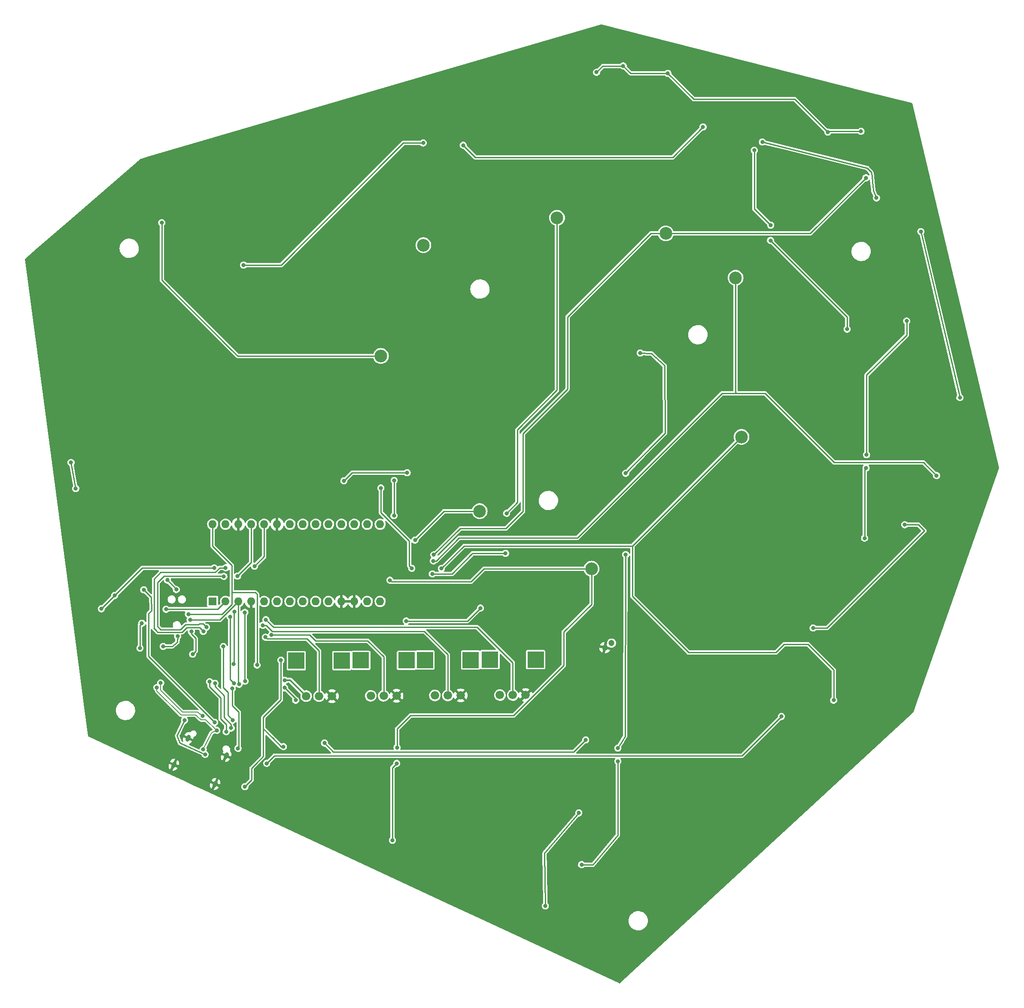
<source format=gbr>
%TF.GenerationSoftware,KiCad,Pcbnew,6.0.11-2627ca5db0~126~ubuntu22.04.1*%
%TF.CreationDate,2024-01-31T11:50:46+01:00*%
%TF.ProjectId,CrystalSequencer,43727973-7461-46c5-9365-7175656e6365,rev?*%
%TF.SameCoordinates,Original*%
%TF.FileFunction,Copper,L2,Bot*%
%TF.FilePolarity,Positive*%
%FSLAX46Y46*%
G04 Gerber Fmt 4.6, Leading zero omitted, Abs format (unit mm)*
G04 Created by KiCad (PCBNEW 6.0.11-2627ca5db0~126~ubuntu22.04.1) date 2024-01-31 11:50:46*
%MOMM*%
%LPD*%
G01*
G04 APERTURE LIST*
G04 Aperture macros list*
%AMHorizOval*
0 Thick line with rounded ends*
0 $1 width*
0 $2 $3 position (X,Y) of the first rounded end (center of the circle)*
0 $4 $5 position (X,Y) of the second rounded end (center of the circle)*
0 Add line between two ends*
20,1,$1,$2,$3,$4,$5,0*
0 Add two circle primitives to create the rounded ends*
1,1,$1,$2,$3*
1,1,$1,$4,$5*%
G04 Aperture macros list end*
%TA.AperFunction,ComponentPad*%
%ADD10C,2.500000*%
%TD*%
%TA.AperFunction,ComponentPad*%
%ADD11C,1.200000*%
%TD*%
%TA.AperFunction,ComponentPad*%
%ADD12R,3.200000X3.200000*%
%TD*%
%TA.AperFunction,ComponentPad*%
%ADD13C,1.676400*%
%TD*%
%TA.AperFunction,ComponentPad*%
%ADD14R,1.600000X1.600000*%
%TD*%
%TA.AperFunction,ComponentPad*%
%ADD15O,1.600000X1.600000*%
%TD*%
%TA.AperFunction,ComponentPad*%
%ADD16HorizOval,0.800000X-0.126785X-0.271892X0.126785X0.271892X0*%
%TD*%
%TA.AperFunction,ViaPad*%
%ADD17C,0.800000*%
%TD*%
%TA.AperFunction,Conductor*%
%ADD18C,0.250000*%
%TD*%
%TA.AperFunction,Conductor*%
%ADD19C,0.200000*%
%TD*%
%TA.AperFunction,Conductor*%
%ADD20C,0.350000*%
%TD*%
G04 APERTURE END LIST*
D10*
%TO.P,X7,1,1*%
%TO.N,SW6*%
X107937241Y-106788421D03*
%TD*%
D11*
%TO.P,MK1,1,-*%
%TO.N,GND*%
X132609393Y-133727499D03*
%TO.P,MK1,2,+*%
%TO.N,Net-(C6-Pad2)*%
X133935854Y-132832790D03*
%TD*%
D12*
%TO.P,RV4,0*%
%TO.N,N/C*%
X109961637Y-136097038D03*
X118961637Y-136097038D03*
D13*
%TO.P,RV4,1,1*%
%TO.N,VCC*%
X111921637Y-143097038D03*
%TO.P,RV4,2,2*%
%TO.N,POT4*%
X114461637Y-143097038D03*
%TO.P,RV4,3,3*%
%TO.N,GND*%
X117001637Y-143097038D03*
%TD*%
D10*
%TO.P,X1,1,1*%
%TO.N,SW0*%
X159565164Y-92144973D03*
%TD*%
%TO.P,X8,1,1*%
%TO.N,SW7*%
X129973524Y-118160000D03*
%TD*%
%TO.P,X2,1,1*%
%TO.N,SW1*%
X158396737Y-60727068D03*
%TD*%
D13*
%TO.P,RV1,3,3*%
%TO.N,GND*%
X78797235Y-143306474D03*
%TO.P,RV1,2,2*%
%TO.N,POT1*%
X76257235Y-143306474D03*
%TO.P,RV1,1,1*%
%TO.N,VCC*%
X73717235Y-143306474D03*
D12*
%TO.P,RV1,0*%
%TO.N,N/C*%
X71757235Y-136306474D03*
X80757235Y-136306474D03*
%TD*%
%TO.P,RV3,0*%
%TO.N,N/C*%
X106139945Y-136169169D03*
X97139945Y-136169169D03*
D13*
%TO.P,RV3,1,1*%
%TO.N,VCC*%
X99099945Y-143169169D03*
%TO.P,RV3,2,2*%
%TO.N,POT3*%
X101639945Y-143169169D03*
%TO.P,RV3,3,3*%
%TO.N,GND*%
X104179945Y-143169169D03*
%TD*%
D14*
%TO.P,U4,1,SS*%
%TO.N,SS*%
X55281073Y-124615942D03*
D15*
%TO.P,U4,2,MOSI*%
%TO.N,MOSI*%
X57821073Y-124615942D03*
%TO.P,U4,3,MISO*%
%TO.N,MISO*%
X60361073Y-124615942D03*
%TO.P,U4,4,VSSD*%
%TO.N,GND*%
X62901073Y-124615942D03*
%TO.P,U4,5*%
%TO.N,N/C*%
X65441073Y-124615942D03*
%TO.P,U4,6*%
X67981073Y-124615942D03*
%TO.P,U4,7*%
X70521073Y-124615942D03*
%TO.P,U4,8*%
X73061073Y-124615942D03*
%TO.P,U4,9*%
X75601073Y-124615942D03*
%TO.P,U4,10*%
X78141073Y-124615942D03*
%TO.P,U4,11,VSSA*%
%TO.N,GND*%
X80681073Y-124615942D03*
%TO.P,U4,12,VSSA*%
X83221073Y-124615942D03*
%TO.P,U4,13,AUD_OUT*%
%TO.N,Net-(C11-Pad2)*%
X85761073Y-124615942D03*
%TO.P,U4,14,AM_CAP*%
%TO.N,Net-(C12-Pad1)*%
X88301073Y-124615942D03*
%TO.P,U4,15*%
%TO.N,N/C*%
X88301073Y-109375942D03*
%TO.P,U4,16,ANA_IN-*%
%TO.N,Net-(C7-Pad2)*%
X85761073Y-109375942D03*
%TO.P,U4,17,ANA_IN+*%
%TO.N,Net-(C6-Pad1)*%
X83221073Y-109375942D03*
%TO.P,U4,18,VCCA*%
%TO.N,VCC*%
X80681073Y-109375942D03*
%TO.P,U4,19*%
%TO.N,N/C*%
X78141073Y-109375942D03*
%TO.P,U4,20*%
X75601073Y-109375942D03*
%TO.P,U4,21*%
X73061073Y-109375942D03*
%TO.P,U4,22*%
X70521073Y-109375942D03*
%TO.P,U4,23,VSSA*%
%TO.N,GND*%
X67981073Y-109375942D03*
%TO.P,U4,24,RAC*%
%TO.N,RAC*%
X65441073Y-109375942D03*
%TO.P,U4,25,INT*%
%TO.N,INT*%
X62901073Y-109375942D03*
%TO.P,U4,26,XCLK*%
%TO.N,GND*%
X60361073Y-109375942D03*
%TO.P,U4,27,VCCD*%
%TO.N,VCC*%
X57821073Y-109375942D03*
%TO.P,U4,28,SCLK*%
%TO.N,SCK*%
X55281073Y-109375942D03*
%TD*%
D10*
%TO.P,X5,1,1*%
%TO.N,SW4*%
X96825395Y-54298237D03*
%TD*%
%TO.P,X3,1,1*%
%TO.N,SW2*%
X144634177Y-51965012D03*
%TD*%
%TO.P,X6,1,1*%
%TO.N,SW5*%
X88448297Y-76160230D03*
%TD*%
%TO.P,X4,1,1*%
%TO.N,SW3*%
X123189169Y-48891443D03*
%TD*%
D12*
%TO.P,RV2,0*%
%TO.N,N/C*%
X93490237Y-136245917D03*
X84490237Y-136245917D03*
D13*
%TO.P,RV2,1,1*%
%TO.N,VCC*%
X86450237Y-143245917D03*
%TO.P,RV2,2,2*%
%TO.N,POT2*%
X88990237Y-143245917D03*
%TO.P,RV2,3,3*%
%TO.N,GND*%
X91530237Y-143245917D03*
%TD*%
D16*
%TO.P,J2,S1,SHIELD*%
%TO.N,GND*%
X55746638Y-160640394D03*
X57934946Y-155095720D03*
X50448844Y-151604893D03*
X47607994Y-156845282D03*
%TD*%
D17*
%TO.N,GND*%
X30700000Y-124470000D03*
%TO.N,Net-(D7-Pad1)*%
X41680000Y-122320000D03*
%TO.N,GND*%
X51007552Y-148468924D03*
X51787552Y-148868924D03*
X46687552Y-154348924D03*
X47157552Y-153178924D03*
X59407552Y-156148924D03*
X60997552Y-154998924D03*
X59897552Y-155158924D03*
%TO.N,SW2*%
X194927552Y-51608924D03*
X202617552Y-84358924D03*
%TO.N,GND*%
X100857552Y-124098924D03*
X66757552Y-144038924D03*
X67247552Y-134538924D03*
X55147552Y-121218924D03*
X45537552Y-124948924D03*
X44487552Y-134758924D03*
X45657552Y-131938924D03*
X49127552Y-138328924D03*
X49447552Y-143758924D03*
X57737552Y-131928924D03*
%TO.N,SW8*%
X71647552Y-144118924D03*
X69447552Y-141648924D03*
%TO.N,SW6*%
X28277552Y-102328924D03*
X27347552Y-97198924D03*
%TO.N,Net-(C11-Pad1)*%
X61637552Y-161168924D03*
X69227552Y-153278924D03*
%TO.N,BUT*%
X61647552Y-140348924D03*
%TO.N,SS*%
X59557552Y-126678924D03*
X59402052Y-136938924D03*
%TO.N,CRYSTAL*%
X108077552Y-125918924D03*
X93437552Y-128468924D03*
%TO.N,RESET*%
X40927552Y-133818924D03*
X41317552Y-128918924D03*
X46347552Y-120408924D03*
X48107552Y-122268924D03*
%TO.N,SW4*%
X91067552Y-100718924D03*
X91027552Y-107688924D03*
%TO.N,SW5*%
X88448297Y-102228179D03*
%TO.N,Net-(R15-Pad1)*%
X48357552Y-131488924D03*
X45527552Y-133488924D03*
%TO.N,Net-(J2-PadB5)*%
X49717552Y-148068924D03*
%TO.N,D+*%
X53267552Y-147218924D03*
%TO.N,Net-(J2-PadB5)*%
X53767552Y-154798924D03*
%TO.N,D-*%
X56097552Y-150058924D03*
X53407552Y-153828924D03*
%TO.N,VCC*%
X186177552Y-44968924D03*
X127477552Y-166368924D03*
X120877552Y-184718924D03*
X163677552Y-33918924D03*
X69477552Y-140168924D03*
%TO.N,Net-(C6-Pad2)*%
X81147552Y-100798924D03*
X93627552Y-99218924D03*
%TO.N,Net-(C11-Pad1)*%
X68727552Y-136218924D03*
%TO.N,Net-(D1-Pad1)*%
X191766507Y-109476959D03*
X173677552Y-129868924D03*
%TO.N,PIXEL*%
X65927552Y-156568924D03*
X167427552Y-147318924D03*
X60277552Y-153618924D03*
X59127552Y-141818924D03*
%TO.N,Net-(D2-Pad1)*%
X184127552Y-98268924D03*
X192127552Y-69268924D03*
X184227552Y-95668924D03*
X183827552Y-112118924D03*
%TO.N,Net-(D3-Pad1)*%
X162077552Y-35568924D03*
X165327552Y-50368924D03*
X180377552Y-70868924D03*
X165277552Y-53368924D03*
%TO.N,Net-(D4-Pad1)*%
X104677552Y-34568924D03*
X151977552Y-30968924D03*
%TO.N,Net-(D5-Pad1)*%
X61377552Y-58218924D03*
X96777552Y-34118924D03*
%TO.N,Net-(D7-Pad1)*%
X77327552Y-152568924D03*
X128827552Y-151968924D03*
X55677552Y-148468924D03*
%TO.N,Net-(D8-Pad1)*%
X139577552Y-75568924D03*
X136727552Y-115368924D03*
X136727552Y-99318924D03*
X128027552Y-176568924D03*
X135177552Y-153568924D03*
X135177552Y-156168924D03*
%TO.N,D-*%
X44277552Y-141618924D03*
%TO.N,D+*%
X45027552Y-140718924D03*
%TO.N,RX*%
X51327552Y-135018924D03*
X51077552Y-130518924D03*
%TO.N,SW0*%
X177727552Y-144118924D03*
X100377552Y-118118924D03*
%TO.N,SW1*%
X198027552Y-99768924D03*
X98777552Y-116618924D03*
%TO.N,SW2*%
X184077552Y-41018924D03*
X98877552Y-115418924D03*
%TO.N,SW3*%
X176577552Y-31968924D03*
X113027552Y-115118924D03*
X145027552Y-20368924D03*
X113227552Y-107218924D03*
X136227552Y-18918924D03*
X183127552Y-31818924D03*
X130977552Y-20168924D03*
X98577552Y-119168924D03*
%TO.N,SW5*%
X45227552Y-49868924D03*
X94527552Y-118068924D03*
%TO.N,SW6*%
X35952552Y-123443924D03*
X33327552Y-126068924D03*
X95177552Y-112518924D03*
X55577552Y-118018924D03*
%TO.N,SW7*%
X91627552Y-153468924D03*
X90227552Y-120418924D03*
X91577552Y-156568924D03*
X90727552Y-171768924D03*
%TO.N,INT*%
X57477552Y-119668924D03*
X54039851Y-129681223D03*
X60177552Y-119618924D03*
%TO.N,SWA*%
X57377552Y-133518924D03*
X59227552Y-148018924D03*
%TO.N,SWB*%
X54677552Y-140468924D03*
X57927552Y-150318924D03*
%TO.N,SWC*%
X58927552Y-149618924D03*
X55727552Y-140768924D03*
%TO.N,MOSI*%
X59499489Y-140763016D03*
X46077552Y-126168924D03*
X58727552Y-127668924D03*
%TO.N,MISO*%
X50827552Y-128268924D03*
X60477552Y-140968924D03*
%TO.N,SCK*%
X64027552Y-137168924D03*
X50477552Y-127118924D03*
%TO.N,RAC*%
X63527552Y-117668924D03*
X53427552Y-130518924D03*
X57827552Y-117968924D03*
%TO.N,BUT*%
X61627552Y-126768924D03*
%TO.N,POT1*%
X65677552Y-131668924D03*
%TO.N,POT2*%
X66877552Y-131243424D03*
%TO.N,POT3*%
X65127552Y-129318924D03*
%TO.N,POT4*%
X65777552Y-128218924D03*
%TD*%
D18*
%TO.N,Net-(D7-Pad1)*%
X43180000Y-123800000D02*
X41680000Y-122320000D01*
X42640000Y-127090000D02*
X43200000Y-126400000D01*
X42627552Y-129008924D02*
X42640000Y-127090000D01*
X43200000Y-126400000D02*
X43180000Y-123800000D01*
D19*
%TO.N,D-*%
X44277552Y-142268924D02*
X49027552Y-147018924D01*
D18*
%TO.N,GND*%
X51787552Y-148868924D02*
X51007552Y-148468924D01*
X47157552Y-153178924D02*
X46687552Y-154348924D01*
X59897552Y-155158924D02*
X60997552Y-154998924D01*
%TO.N,RESET*%
X46347552Y-120408924D02*
X48107552Y-122268924D01*
%TO.N,SW2*%
X194927552Y-51608924D02*
X202617552Y-84358924D01*
%TO.N,SW8*%
X71647552Y-143848924D02*
X71647552Y-144118924D01*
X69447552Y-141648924D02*
X71647552Y-143848924D01*
%TO.N,SWC*%
X58927552Y-149618924D02*
X58927552Y-148868924D01*
X58927552Y-148868924D02*
X57527552Y-147468924D01*
X57527552Y-147468924D02*
X57527552Y-143208924D01*
X55727552Y-141408924D02*
X55727552Y-140768924D01*
X57527552Y-143208924D02*
X55727552Y-141408924D01*
%TO.N,SW6*%
X28277552Y-102328924D02*
X27347552Y-97198924D01*
%TO.N,SW1*%
X158396737Y-76538109D02*
X158396737Y-60727068D01*
X155727552Y-83518924D02*
X158537552Y-83518924D01*
X158537552Y-83518924D02*
X164177552Y-83518924D01*
X158396737Y-76538109D02*
X158396737Y-83378109D01*
X158396737Y-83378109D02*
X158537552Y-83518924D01*
%TO.N,Net-(C11-Pad1)*%
X62937552Y-158938924D02*
X62937552Y-159868924D01*
X62937552Y-159868924D02*
X61637552Y-161168924D01*
X65277552Y-155198924D02*
X63957552Y-156518924D01*
X65277552Y-149748924D02*
X65277552Y-155198924D01*
X63957552Y-156518924D02*
X62937552Y-157538924D01*
X62937552Y-157538924D02*
X62937552Y-158938924D01*
X67157552Y-151628924D02*
X68807552Y-153278924D01*
X68807552Y-153278924D02*
X69227552Y-153278924D01*
X65277552Y-148304061D02*
X65277552Y-149748924D01*
X65277552Y-149748924D02*
X67157552Y-151628924D01*
%TO.N,BUT*%
X61627552Y-137498924D02*
X61627552Y-138268924D01*
X61627552Y-126768924D02*
X61627552Y-137498924D01*
X61627552Y-137498924D02*
X61627552Y-140328924D01*
X61627552Y-140328924D02*
X61647552Y-140348924D01*
%TO.N,SS*%
X59402052Y-136938924D02*
X59447552Y-136893424D01*
X59447552Y-126788924D02*
X59557552Y-126678924D01*
X59447552Y-133688924D02*
X59447552Y-126788924D01*
X59447552Y-136893424D02*
X59447552Y-133688924D01*
%TO.N,CRYSTAL*%
X93437552Y-128468924D02*
X105527552Y-128468924D01*
X105527552Y-128468924D02*
X108077552Y-125918924D01*
%TO.N,RESET*%
X40927552Y-129308924D02*
X40927552Y-133818924D01*
X41317552Y-128918924D02*
X40927552Y-129308924D01*
%TO.N,Net-(D7-Pad1)*%
X42627552Y-129008924D02*
X42627552Y-135418924D01*
X42627552Y-128118924D02*
X42627552Y-129008924D01*
X42627552Y-129008924D02*
X42627552Y-128138924D01*
%TO.N,INT*%
X54039851Y-129681223D02*
X53377552Y-129018924D01*
X53377552Y-129018924D02*
X52677552Y-129018924D01*
X52677552Y-129018924D02*
X52477552Y-129218924D01*
X52477552Y-129218924D02*
X49877552Y-129218924D01*
X49877552Y-129218924D02*
X48935212Y-130161264D01*
X48935212Y-130161264D02*
X45019892Y-130161264D01*
X45019892Y-130161264D02*
X44377552Y-129518924D01*
X44377552Y-120898924D02*
X45707552Y-119568924D01*
X44377552Y-129518924D02*
X44377552Y-120898924D01*
X45707552Y-119568924D02*
X55727552Y-119568924D01*
%TO.N,RAC*%
X44127552Y-130368924D02*
X43727552Y-129968924D01*
X43727552Y-129968924D02*
X43727552Y-120168924D01*
X43727552Y-120168924D02*
X45027552Y-118868924D01*
X45027552Y-118868924D02*
X55752857Y-118868924D01*
X56652857Y-117968924D02*
X57827552Y-117968924D01*
X55752857Y-118868924D02*
X56652857Y-117968924D01*
%TO.N,SW4*%
X91027552Y-100758924D02*
X91067552Y-100718924D01*
X91027552Y-107688924D02*
X91027552Y-100758924D01*
%TO.N,Net-(C6-Pad2)*%
X93627552Y-99218924D02*
X82727552Y-99218924D01*
X82727552Y-99218924D02*
X81147552Y-100798924D01*
%TO.N,SW5*%
X94527552Y-118068924D02*
X94027552Y-117568924D01*
X94027552Y-117568924D02*
X94027552Y-112668924D01*
X94027552Y-112668924D02*
X88448297Y-107089669D01*
X88448297Y-107089669D02*
X88448297Y-102228179D01*
%TO.N,Net-(R15-Pad1)*%
X48337552Y-132658924D02*
X48357552Y-131488924D01*
X45527552Y-133488924D02*
X47257552Y-133498924D01*
X47257552Y-133498924D02*
X48337552Y-132658924D01*
%TO.N,Net-(J2-PadB5)*%
X48257552Y-151088924D02*
X49717552Y-148068924D01*
X53767552Y-154798924D02*
X48791293Y-152545183D01*
X48791293Y-152545183D02*
X48257552Y-151088924D01*
D19*
%TO.N,D+*%
X52277552Y-146468924D02*
X52352552Y-146543924D01*
X53267552Y-147218924D02*
X52352552Y-146543924D01*
%TO.N,D-*%
X56097552Y-150058924D02*
X53867552Y-147968924D01*
X55047552Y-150498924D02*
X56097552Y-150058924D01*
X53867552Y-147968924D02*
X52947552Y-147958924D01*
X51977552Y-147018924D02*
X52132552Y-147173924D01*
X52947552Y-147958924D02*
X52132552Y-147173924D01*
X53407552Y-153828924D02*
X55047552Y-150498924D01*
D18*
%TO.N,VCC*%
X120727552Y-174268924D02*
X127477552Y-166368924D01*
X184377552Y-39068924D02*
X185177552Y-39968924D01*
X185527552Y-43518924D02*
X186177552Y-44968924D01*
X120877552Y-184718924D02*
X120727552Y-174268924D01*
X163677552Y-33918924D02*
X184377552Y-39068924D01*
D20*
X70579685Y-140168924D02*
X73717235Y-143306474D01*
D18*
X185177552Y-39968924D02*
X185527552Y-43518924D01*
D20*
X69477552Y-140168924D02*
X70579685Y-140168924D01*
D18*
%TO.N,Net-(C11-Pad1)*%
X65277552Y-147468924D02*
X65277552Y-148304061D01*
X68727552Y-136218924D02*
X68727552Y-144018924D01*
X68727552Y-144018924D02*
X65277552Y-147468924D01*
%TO.N,Net-(D1-Pad1)*%
X195627552Y-110668924D02*
X194435587Y-109476959D01*
X173677552Y-129868924D02*
X176427552Y-129868924D01*
X194435587Y-109476959D02*
X191766507Y-109476959D01*
X176427552Y-129868924D02*
X195627552Y-110668924D01*
%TO.N,PIXEL*%
X67427552Y-155068924D02*
X142277552Y-155068924D01*
X59127552Y-145168924D02*
X60427552Y-146468924D01*
X60427552Y-146468924D02*
X60427552Y-153468924D01*
X65927552Y-156568924D02*
X67427552Y-155068924D01*
X60427552Y-153468924D02*
X60277552Y-153618924D01*
X159677552Y-155068924D02*
X167427552Y-147318924D01*
X59127552Y-141818924D02*
X59127552Y-145168924D01*
X142277552Y-155068924D02*
X159677552Y-155068924D01*
%TO.N,Net-(D2-Pad1)*%
X184227552Y-79918924D02*
X192027552Y-72118924D01*
X192027552Y-72118924D02*
X192127552Y-72018924D01*
X184227552Y-95668924D02*
X184227552Y-79918924D01*
X192127552Y-72018924D02*
X192127552Y-69268924D01*
X183827552Y-98568924D02*
X184127552Y-98268924D01*
X183827552Y-112118924D02*
X183827552Y-98568924D01*
%TO.N,Net-(D3-Pad1)*%
X162077552Y-47118924D02*
X162077552Y-35568924D01*
X165327552Y-50368924D02*
X162077552Y-47118924D01*
X180377552Y-68468924D02*
X165277552Y-53368924D01*
X180377552Y-70868924D02*
X180377552Y-68468924D01*
%TO.N,Net-(D4-Pad1)*%
X124477552Y-36968924D02*
X107077552Y-36968924D01*
X145977552Y-36968924D02*
X124477552Y-36968924D01*
X107077552Y-36968924D02*
X104677552Y-34568924D01*
X151977552Y-30968924D02*
X145977552Y-36968924D01*
%TO.N,Net-(D5-Pad1)*%
X92877552Y-34118924D02*
X90677552Y-36318924D01*
X90677552Y-36318924D02*
X68777552Y-58218924D01*
X96777552Y-34118924D02*
X92877552Y-34118924D01*
X68777552Y-58218924D02*
X61377552Y-58218924D01*
%TO.N,Net-(D7-Pad1)*%
X77327552Y-152568924D02*
X79077552Y-154318924D01*
X126477552Y-154318924D02*
X128827552Y-151968924D01*
X93027552Y-154318924D02*
X126477552Y-154318924D01*
X79077552Y-154318924D02*
X93027552Y-154318924D01*
X42627552Y-135418924D02*
X55677552Y-148468924D01*
%TO.N,Net-(D8-Pad1)*%
X135177552Y-170718924D02*
X135177552Y-156168924D01*
X136727552Y-99318924D02*
X141927552Y-93918924D01*
X144477552Y-91418924D02*
X144377552Y-78068924D01*
X130277552Y-176618924D02*
X135177552Y-170718924D01*
X144377552Y-78068924D02*
X141777552Y-75668924D01*
X141777552Y-75668924D02*
X139577552Y-75568924D01*
X136577552Y-151268924D02*
X136727552Y-115368924D01*
X141927552Y-93918924D02*
X144477552Y-91418924D01*
X135177552Y-153568924D02*
X136577552Y-151268924D01*
X128027552Y-176568924D02*
X130277552Y-176618924D01*
D19*
%TO.N,D-*%
X44277552Y-141618924D02*
X44277552Y-142268924D01*
X49027552Y-147018924D02*
X51977552Y-147018924D01*
%TO.N,D+*%
X49327552Y-146468924D02*
X52277552Y-146468924D01*
X45027552Y-142168924D02*
X49327552Y-146468924D01*
X45027552Y-140718924D02*
X45027552Y-142168924D01*
D18*
%TO.N,RX*%
X51077552Y-131068924D02*
X51927552Y-131918924D01*
X51927552Y-134418924D02*
X51327552Y-135018924D01*
X51927552Y-134418924D02*
X51927552Y-131918924D01*
X51077552Y-130518924D02*
X51077552Y-131068924D01*
%TO.N,SW0*%
X172677552Y-133068924D02*
X177527552Y-137918924D01*
X138041213Y-113668924D02*
X159565164Y-92144973D01*
X149127552Y-134718924D02*
X166327552Y-134718924D01*
X177527552Y-137918924D02*
X177727552Y-138118924D01*
X166327552Y-134718924D02*
X167977552Y-133068924D01*
X138041213Y-113668924D02*
X138041213Y-123632585D01*
X104827552Y-113668924D02*
X138041213Y-113668924D01*
X167977552Y-133068924D02*
X172677552Y-133068924D01*
X177727552Y-138118924D02*
X177727552Y-144118924D01*
X100377552Y-118118924D02*
X104827552Y-113668924D01*
X138041213Y-123632585D02*
X149127552Y-134718924D01*
%TO.N,SW1*%
X103877552Y-112068924D02*
X127177552Y-112068924D01*
X99327552Y-116618924D02*
X103877552Y-112068924D01*
X177827552Y-97168924D02*
X191177552Y-97168924D01*
X191177552Y-97168924D02*
X195427552Y-97168924D01*
X98777552Y-116618924D02*
X99327552Y-116618924D01*
X170377552Y-89718924D02*
X177827552Y-97168924D01*
X127177552Y-112068924D02*
X155727552Y-83518924D01*
X164177552Y-83518924D02*
X170377552Y-89718924D01*
X195427552Y-97168924D02*
X198027552Y-99768924D01*
%TO.N,SW2*%
X141731464Y-51965012D02*
X144634177Y-51965012D01*
X116477552Y-106818924D02*
X116477552Y-91468924D01*
X173131464Y-51965012D02*
X184077552Y-41018924D01*
X144634177Y-51965012D02*
X173131464Y-51965012D01*
X125227552Y-68468924D02*
X141731464Y-51965012D01*
X98877552Y-115418924D02*
X104077552Y-110218924D01*
X113077552Y-110218924D02*
X116477552Y-106818924D01*
X116477552Y-91468924D02*
X125227552Y-82718924D01*
X108627552Y-110218924D02*
X113077552Y-110218924D01*
X125227552Y-82718924D02*
X125227552Y-68468924D01*
X107827552Y-110218924D02*
X108627552Y-110218924D01*
X104077552Y-110218924D02*
X107827552Y-110218924D01*
%TO.N,SW3*%
X106327552Y-115318924D02*
X106527552Y-115118924D01*
X145027552Y-20368924D02*
X137677552Y-20368924D01*
X176577552Y-31968924D02*
X170077552Y-25468924D01*
X106527552Y-115118924D02*
X113027552Y-115118924D01*
X115377552Y-90718924D02*
X123189169Y-82907307D01*
X183127552Y-31818924D02*
X176727552Y-31818924D01*
X176727552Y-31818924D02*
X176577552Y-31968924D01*
X102477552Y-119168924D02*
X106327552Y-115318924D01*
X168327552Y-25468924D02*
X150127552Y-25468924D01*
X150127552Y-25468924D02*
X145027552Y-20368924D01*
X130977552Y-20168924D02*
X132227552Y-18918924D01*
X132227552Y-18918924D02*
X136227552Y-18918924D01*
X115377552Y-105068924D02*
X113227552Y-107218924D01*
X170077552Y-25468924D02*
X168327552Y-25468924D01*
X137677552Y-20368924D02*
X136227552Y-18918924D01*
X115377552Y-103968924D02*
X115377552Y-90718924D01*
X123189169Y-82907307D02*
X123189169Y-48891443D01*
X115377552Y-103968924D02*
X115377552Y-105068924D01*
X98577552Y-119168924D02*
X102477552Y-119168924D01*
%TO.N,SW5*%
X60218858Y-76160230D02*
X58927552Y-74868924D01*
X88448297Y-76160230D02*
X60218858Y-76160230D01*
X45227552Y-61168924D02*
X45227552Y-49868924D01*
X58927552Y-74868924D02*
X45227552Y-61168924D01*
%TO.N,SW6*%
X41377552Y-118018924D02*
X35952552Y-123443924D01*
X35952552Y-123443924D02*
X33327552Y-126068924D01*
X95177552Y-112518924D02*
X100908055Y-106788421D01*
X100908055Y-106788421D02*
X107937241Y-106788421D01*
X55577552Y-118018924D02*
X41377552Y-118018924D01*
%TO.N,SW7*%
X124527552Y-130618924D02*
X129973524Y-125172952D01*
X106227552Y-120718924D02*
X100827552Y-120718924D01*
X107327552Y-119618924D02*
X106227552Y-120718924D01*
X129973524Y-125172952D02*
X129973524Y-118160000D01*
X114624765Y-147118924D02*
X124527552Y-137216137D01*
X91627552Y-153468924D02*
X91627552Y-149768924D01*
X124527552Y-137216137D02*
X124527552Y-130618924D01*
X90727552Y-171768924D02*
X90727552Y-157418924D01*
X129973524Y-118160000D02*
X108786476Y-118160000D01*
X94277552Y-147118924D02*
X114624765Y-147118924D01*
X100827552Y-120718924D02*
X90527552Y-120718924D01*
X91627552Y-149768924D02*
X94277552Y-147118924D01*
X90527552Y-120718924D02*
X90227552Y-120418924D01*
X90727552Y-157418924D02*
X91577552Y-156568924D01*
X108786476Y-118160000D02*
X107327552Y-119618924D01*
%TO.N,INT*%
X57377552Y-119568924D02*
X57477552Y-119668924D01*
X62901073Y-115595403D02*
X62901073Y-116895403D01*
X62901073Y-109375942D02*
X62901073Y-115595403D01*
X62901073Y-116895403D02*
X60177552Y-119618924D01*
X55727552Y-119568924D02*
X57377552Y-119568924D01*
%TO.N,SWA*%
X57377552Y-133518924D02*
X57377552Y-141618924D01*
X58277552Y-142518924D02*
X58277552Y-147068924D01*
X57377552Y-141618924D02*
X58277552Y-142518924D01*
X58277552Y-147068924D02*
X59327552Y-148118924D01*
%TO.N,SWB*%
X56877552Y-143618924D02*
X54677552Y-141418924D01*
X57927552Y-148868924D02*
X57927552Y-150318924D01*
X56877552Y-147818924D02*
X56877552Y-143618924D01*
X54677552Y-140468924D02*
X54677552Y-141418924D01*
X56877552Y-147818924D02*
X57927552Y-148868924D01*
%TO.N,MOSI*%
X58727552Y-127668924D02*
X58727552Y-139991079D01*
X46077552Y-126168924D02*
X56268091Y-126168924D01*
X56268091Y-126168924D02*
X57821073Y-124615942D01*
X58727552Y-139991079D02*
X59499489Y-140763016D01*
%TO.N,MISO*%
X60361073Y-140852445D02*
X60477552Y-140968924D01*
X50827552Y-128268924D02*
X56708091Y-128268924D01*
X56708091Y-128268924D02*
X60361073Y-124615942D01*
X60361073Y-124615942D02*
X60361073Y-140852445D01*
%TO.N,SCK*%
X64027552Y-123218924D02*
X64027552Y-137168924D01*
X55281073Y-113722445D02*
X55281073Y-109375942D01*
X59027552Y-122868924D02*
X63677552Y-122868924D01*
X63677552Y-122868924D02*
X64027552Y-123218924D01*
X59027552Y-117468924D02*
X55281073Y-113722445D01*
X57077552Y-127118924D02*
X59027552Y-125168924D01*
X50477552Y-127118924D02*
X57077552Y-127118924D01*
X59027552Y-122868924D02*
X59027552Y-117468924D01*
X59027552Y-125168924D02*
X59027552Y-122868924D01*
%TO.N,RAC*%
X63527552Y-117668924D02*
X65441073Y-115755403D01*
X44127552Y-130368924D02*
X43677552Y-129918924D01*
X44427552Y-130668924D02*
X44127552Y-130368924D01*
X65441073Y-115755403D02*
X65441073Y-109375942D01*
X53427552Y-130518924D02*
X52677552Y-129768924D01*
X52677552Y-129768924D02*
X50427552Y-129768924D01*
X50177552Y-129768924D02*
X49277552Y-130668924D01*
X49277552Y-130668924D02*
X44427552Y-130668924D01*
X50427552Y-129768924D02*
X50177552Y-129768924D01*
%TO.N,POT1*%
X76257235Y-134348607D02*
X73877552Y-131968924D01*
X73877552Y-131968924D02*
X66227552Y-131968924D01*
X76257235Y-143306474D02*
X76257235Y-134348607D01*
X65977552Y-131968924D02*
X65677552Y-131668924D01*
X66227552Y-131968924D02*
X65977552Y-131968924D01*
%TO.N,POT2*%
X88990237Y-135531609D02*
X85827552Y-132368924D01*
X75527552Y-132368924D02*
X74377552Y-131218924D01*
X67177552Y-131218924D02*
X66902052Y-131218924D01*
X88990237Y-143245917D02*
X88990237Y-135531609D01*
X66902052Y-131218924D02*
X66877552Y-131243424D01*
X74377552Y-131218924D02*
X67177552Y-131218924D01*
X85827552Y-132368924D02*
X75527552Y-132368924D01*
%TO.N,POT3*%
X66027552Y-129518924D02*
X65827552Y-129318924D01*
X101639945Y-143169169D02*
X101639945Y-135131317D01*
X65827552Y-129318924D02*
X65127552Y-129318924D01*
X67577552Y-130518924D02*
X67027552Y-130518924D01*
X67027552Y-130518924D02*
X66027552Y-129518924D01*
X101639945Y-135131317D02*
X97027552Y-130518924D01*
X97027552Y-130518924D02*
X67577552Y-130518924D01*
%TO.N,POT4*%
X88727552Y-129668924D02*
X88677552Y-129718924D01*
X114461637Y-136747038D02*
X107383523Y-129668924D01*
X107383523Y-129668924D02*
X88727552Y-129668924D01*
X88677552Y-129718924D02*
X67977552Y-129718924D01*
X67977552Y-129718924D02*
X67277552Y-129718924D01*
X114461637Y-143097038D02*
X114461637Y-136747038D01*
X67277552Y-129718924D02*
X65777552Y-128218924D01*
%TD*%
%TA.AperFunction,Conductor*%
%TO.N,GND*%
G36*
X183879064Y-23911441D02*
G01*
X193127789Y-26256497D01*
X193188904Y-26292628D01*
X193219396Y-26349451D01*
X209238301Y-93638530D01*
X210335072Y-98245629D01*
X210331412Y-98316464D01*
X195313195Y-141190394D01*
X193495791Y-146378712D01*
X193451250Y-146505866D01*
X193417807Y-146556787D01*
X146857877Y-189543309D01*
X135558815Y-199975184D01*
X135495196Y-200006698D01*
X135420158Y-199996832D01*
X108980592Y-187686042D01*
X137289114Y-187686042D01*
X137315310Y-187960601D01*
X137380865Y-188228503D01*
X137484407Y-188484135D01*
X137486708Y-188488065D01*
X137486711Y-188488071D01*
X137621463Y-188718212D01*
X137621468Y-188718219D01*
X137623766Y-188722144D01*
X137626613Y-188725704D01*
X137744236Y-188872783D01*
X137796024Y-188937541D01*
X137997572Y-189125817D01*
X138224187Y-189283025D01*
X138228263Y-189285053D01*
X138228265Y-189285054D01*
X138467035Y-189403841D01*
X138467038Y-189403842D01*
X138471122Y-189405874D01*
X138733206Y-189491789D01*
X138737697Y-189492569D01*
X138737698Y-189492569D01*
X139001165Y-189538315D01*
X139001173Y-189538316D01*
X139004946Y-189538971D01*
X139008783Y-189539162D01*
X139090513Y-189543231D01*
X139090521Y-189543231D01*
X139092084Y-189543309D01*
X139264278Y-189543309D01*
X139266546Y-189543144D01*
X139266558Y-189543144D01*
X139400811Y-189533403D01*
X139469291Y-189528434D01*
X139473746Y-189527450D01*
X139473749Y-189527450D01*
X139734155Y-189469957D01*
X139734158Y-189469956D01*
X139738611Y-189468973D01*
X139996527Y-189371258D01*
X140237636Y-189237334D01*
X140456886Y-189070007D01*
X140460081Y-189066739D01*
X140646491Y-188876051D01*
X140646495Y-188876046D01*
X140649685Y-188872783D01*
X140811995Y-188649793D01*
X140940414Y-188405708D01*
X141032253Y-188145641D01*
X141068724Y-187960601D01*
X141084707Y-187879513D01*
X141084708Y-187879507D01*
X141085588Y-187875041D01*
X141085815Y-187870485D01*
X141099075Y-187604145D01*
X141099075Y-187604139D01*
X141099302Y-187599576D01*
X141073106Y-187325017D01*
X141007551Y-187057115D01*
X140904009Y-186801483D01*
X140901708Y-186797553D01*
X140901705Y-186797547D01*
X140766953Y-186567406D01*
X140766948Y-186567399D01*
X140764650Y-186563474D01*
X140647135Y-186416529D01*
X140595244Y-186351643D01*
X140595243Y-186351642D01*
X140592392Y-186348077D01*
X140390844Y-186159801D01*
X140164229Y-186002593D01*
X139986875Y-185914360D01*
X139921381Y-185881777D01*
X139921378Y-185881776D01*
X139917294Y-185879744D01*
X139655210Y-185793829D01*
X139650718Y-185793049D01*
X139387251Y-185747303D01*
X139387243Y-185747302D01*
X139383470Y-185746647D01*
X139373237Y-185746138D01*
X139297903Y-185742387D01*
X139297895Y-185742387D01*
X139296332Y-185742309D01*
X139124138Y-185742309D01*
X139121870Y-185742474D01*
X139121858Y-185742474D01*
X138987605Y-185752215D01*
X138919125Y-185757184D01*
X138914670Y-185758168D01*
X138914667Y-185758168D01*
X138654261Y-185815661D01*
X138654258Y-185815662D01*
X138649805Y-185816645D01*
X138391889Y-185914360D01*
X138150780Y-186048284D01*
X137931530Y-186215611D01*
X137928337Y-186218877D01*
X137928335Y-186218879D01*
X137741925Y-186409567D01*
X137741921Y-186409572D01*
X137738731Y-186412835D01*
X137576421Y-186635825D01*
X137448002Y-186879910D01*
X137356163Y-187139977D01*
X137355283Y-187144443D01*
X137318795Y-187329569D01*
X137302828Y-187410577D01*
X137302601Y-187415131D01*
X137302601Y-187415133D01*
X137293419Y-187599576D01*
X137289114Y-187686042D01*
X108980592Y-187686042D01*
X102592320Y-184711535D01*
X120171946Y-184711535D01*
X120190551Y-184880059D01*
X120248818Y-185039280D01*
X120253054Y-185045583D01*
X120253054Y-185045584D01*
X120266126Y-185065037D01*
X120343382Y-185180007D01*
X120348994Y-185185114D01*
X120348997Y-185185117D01*
X120463164Y-185289001D01*
X120463168Y-185289004D01*
X120468785Y-185294115D01*
X120475458Y-185297738D01*
X120475462Y-185297741D01*
X120611110Y-185371391D01*
X120611112Y-185371392D01*
X120617787Y-185375016D01*
X120625136Y-185376944D01*
X120774435Y-185416112D01*
X120774437Y-185416112D01*
X120781785Y-185418040D01*
X120868161Y-185419397D01*
X120943713Y-185420584D01*
X120943716Y-185420584D01*
X120951312Y-185420703D01*
X120958717Y-185419007D01*
X120958718Y-185419007D01*
X121019138Y-185405169D01*
X121116581Y-185382852D01*
X121268050Y-185306671D01*
X121396975Y-185196558D01*
X121495913Y-185058871D01*
X121503789Y-185039280D01*
X121556318Y-184908611D01*
X121556319Y-184908609D01*
X121559153Y-184901558D01*
X121583042Y-184733702D01*
X121583197Y-184718924D01*
X121581392Y-184704004D01*
X121563740Y-184558144D01*
X121562828Y-184550604D01*
X121502897Y-184392001D01*
X121406864Y-184252273D01*
X121336340Y-184189438D01*
X121298784Y-184129188D01*
X121294172Y-184097170D01*
X121192802Y-177035117D01*
X121155994Y-174470826D01*
X121175016Y-174402427D01*
X121186186Y-174387169D01*
X123826329Y-171297224D01*
X127400598Y-167114005D01*
X127460057Y-167075208D01*
X127498371Y-167069871D01*
X127515783Y-167070145D01*
X127543714Y-167070584D01*
X127543717Y-167070584D01*
X127551312Y-167070703D01*
X127558717Y-167069007D01*
X127558718Y-167069007D01*
X127619138Y-167055169D01*
X127716581Y-167032852D01*
X127868050Y-166956671D01*
X127996975Y-166846558D01*
X128095913Y-166708871D01*
X128098746Y-166701824D01*
X128156318Y-166558611D01*
X128156319Y-166558609D01*
X128159153Y-166551558D01*
X128183042Y-166383702D01*
X128183197Y-166368924D01*
X128181392Y-166354004D01*
X128163740Y-166208144D01*
X128162828Y-166200604D01*
X128102897Y-166042001D01*
X128006864Y-165902273D01*
X127995066Y-165891761D01*
X127885944Y-165794536D01*
X127885940Y-165794534D01*
X127880273Y-165789484D01*
X127730433Y-165710148D01*
X127565993Y-165668843D01*
X127558395Y-165668803D01*
X127558393Y-165668803D01*
X127481220Y-165668399D01*
X127396447Y-165667955D01*
X127389060Y-165669729D01*
X127389056Y-165669729D01*
X127245714Y-165704144D01*
X127231584Y-165707536D01*
X127224840Y-165711017D01*
X127224837Y-165711018D01*
X127219641Y-165713700D01*
X127080921Y-165785299D01*
X126953156Y-165896755D01*
X126855665Y-166035471D01*
X126794076Y-166193437D01*
X126771946Y-166361535D01*
X126774844Y-166387786D01*
X126783382Y-166465127D01*
X126770976Y-166535031D01*
X126753938Y-166560803D01*
X120415514Y-173979108D01*
X120410098Y-173985051D01*
X120375426Y-174020732D01*
X120371051Y-174029633D01*
X120371049Y-174029635D01*
X120357028Y-174058158D01*
X120351371Y-174068429D01*
X120329574Y-174103982D01*
X120327258Y-174113619D01*
X120323878Y-174121775D01*
X120322951Y-174124344D01*
X120320340Y-174132791D01*
X120315964Y-174141692D01*
X120314554Y-174151505D01*
X120314553Y-174151508D01*
X120310032Y-174182972D01*
X120307826Y-174194488D01*
X120298083Y-174235036D01*
X120298859Y-174244922D01*
X120301976Y-174284630D01*
X120302349Y-174292682D01*
X120443254Y-184109050D01*
X120424232Y-184177450D01*
X120400096Y-184205807D01*
X120353156Y-184246755D01*
X120255665Y-184385471D01*
X120194076Y-184543437D01*
X120171946Y-184711535D01*
X102592320Y-184711535D01*
X74779939Y-171761535D01*
X90021946Y-171761535D01*
X90040551Y-171930059D01*
X90098818Y-172089280D01*
X90103054Y-172095583D01*
X90103054Y-172095584D01*
X90116126Y-172115037D01*
X90193382Y-172230007D01*
X90198994Y-172235114D01*
X90198997Y-172235117D01*
X90313164Y-172339001D01*
X90313168Y-172339004D01*
X90318785Y-172344115D01*
X90325458Y-172347738D01*
X90325462Y-172347741D01*
X90461110Y-172421391D01*
X90461112Y-172421392D01*
X90467787Y-172425016D01*
X90475136Y-172426944D01*
X90624435Y-172466112D01*
X90624437Y-172466112D01*
X90631785Y-172468040D01*
X90718161Y-172469397D01*
X90793713Y-172470584D01*
X90793716Y-172470584D01*
X90801312Y-172470703D01*
X90808717Y-172469007D01*
X90808718Y-172469007D01*
X90869138Y-172455169D01*
X90966581Y-172432852D01*
X91118050Y-172356671D01*
X91246975Y-172246558D01*
X91345913Y-172108871D01*
X91353789Y-172089280D01*
X91406318Y-171958611D01*
X91406319Y-171958609D01*
X91409153Y-171951558D01*
X91433042Y-171783702D01*
X91433197Y-171768924D01*
X91431392Y-171754004D01*
X91413740Y-171608144D01*
X91412828Y-171600604D01*
X91352897Y-171442001D01*
X91256864Y-171302273D01*
X91195231Y-171247360D01*
X91157677Y-171187110D01*
X91153052Y-171153285D01*
X91153052Y-157647362D01*
X91173054Y-157579241D01*
X91189957Y-157558267D01*
X91442482Y-157305742D01*
X91504794Y-157271716D01*
X91533554Y-157268853D01*
X91578199Y-157269555D01*
X91643714Y-157270584D01*
X91643717Y-157270584D01*
X91651312Y-157270703D01*
X91658717Y-157269007D01*
X91658718Y-157269007D01*
X91719138Y-157255169D01*
X91816581Y-157232852D01*
X91968050Y-157156671D01*
X92096975Y-157046558D01*
X92195913Y-156908871D01*
X92203789Y-156889280D01*
X92256318Y-156758611D01*
X92256319Y-156758609D01*
X92259153Y-156751558D01*
X92270548Y-156671489D01*
X92282461Y-156587786D01*
X92282461Y-156587783D01*
X92283042Y-156583702D01*
X92283197Y-156568924D01*
X92281392Y-156554004D01*
X92275077Y-156501824D01*
X92262828Y-156400604D01*
X92202897Y-156242001D01*
X92149849Y-156164816D01*
X92111166Y-156108532D01*
X92111165Y-156108531D01*
X92106864Y-156102273D01*
X92095066Y-156091761D01*
X91985944Y-155994536D01*
X91985940Y-155994534D01*
X91980273Y-155989484D01*
X91830433Y-155910148D01*
X91665993Y-155868843D01*
X91658395Y-155868803D01*
X91658393Y-155868803D01*
X91581220Y-155868399D01*
X91496447Y-155867955D01*
X91489060Y-155869729D01*
X91489056Y-155869729D01*
X91386777Y-155894285D01*
X91331584Y-155907536D01*
X91324840Y-155911017D01*
X91324837Y-155911018D01*
X91324078Y-155911410D01*
X91180921Y-155985299D01*
X91175199Y-155990291D01*
X91175197Y-155990292D01*
X91154733Y-156008144D01*
X91053156Y-156096755D01*
X90955665Y-156235471D01*
X90894076Y-156393437D01*
X90893084Y-156400970D01*
X90893084Y-156400971D01*
X90875161Y-156537116D01*
X90871946Y-156561535D01*
X90872780Y-156569085D01*
X90872780Y-156569087D01*
X90876367Y-156601585D01*
X90863961Y-156671489D01*
X90840223Y-156704505D01*
X90379024Y-157165704D01*
X90368129Y-157187087D01*
X90357805Y-157203933D01*
X90343703Y-157223343D01*
X90340639Y-157232774D01*
X90340637Y-157232777D01*
X90336288Y-157246161D01*
X90328724Y-157264422D01*
X90326388Y-157269007D01*
X90317833Y-157285798D01*
X90316282Y-157295592D01*
X90314080Y-157309494D01*
X90309466Y-157328714D01*
X90302052Y-157351531D01*
X90302052Y-171153194D01*
X90282050Y-171221315D01*
X90258881Y-171248143D01*
X90203156Y-171296755D01*
X90105665Y-171435471D01*
X90044076Y-171593437D01*
X90021946Y-171761535D01*
X74779939Y-171761535D01*
X53406287Y-161809536D01*
X55486100Y-161809536D01*
X55494977Y-161815341D01*
X55502154Y-161816998D01*
X55515188Y-161818598D01*
X55692830Y-161821699D01*
X55705905Y-161820555D01*
X55880301Y-161786655D01*
X55892877Y-161782810D01*
X56056402Y-161713398D01*
X56067898Y-161707026D01*
X56213428Y-161605124D01*
X56223341Y-161596507D01*
X56344506Y-161466574D01*
X56352411Y-161456084D01*
X56420974Y-161341975D01*
X56424057Y-161336177D01*
X56454566Y-161270751D01*
X56456950Y-161255050D01*
X56456199Y-161253368D01*
X56449947Y-161248611D01*
X56263213Y-161161535D01*
X60931946Y-161161535D01*
X60950551Y-161330059D01*
X60958419Y-161351558D01*
X61000509Y-161466574D01*
X61008818Y-161489280D01*
X61013054Y-161495583D01*
X61013054Y-161495584D01*
X61026126Y-161515037D01*
X61103382Y-161630007D01*
X61108994Y-161635114D01*
X61108997Y-161635117D01*
X61223164Y-161739001D01*
X61223168Y-161739004D01*
X61228785Y-161744115D01*
X61235458Y-161747738D01*
X61235462Y-161747741D01*
X61371110Y-161821391D01*
X61371112Y-161821392D01*
X61377787Y-161825016D01*
X61385136Y-161826944D01*
X61534435Y-161866112D01*
X61534437Y-161866112D01*
X61541785Y-161868040D01*
X61628161Y-161869397D01*
X61703713Y-161870584D01*
X61703716Y-161870584D01*
X61711312Y-161870703D01*
X61718717Y-161869007D01*
X61718718Y-161869007D01*
X61779138Y-161855169D01*
X61876581Y-161832852D01*
X62028050Y-161756671D01*
X62156975Y-161646558D01*
X62255913Y-161508871D01*
X62263789Y-161489280D01*
X62316318Y-161358611D01*
X62316319Y-161358609D01*
X62319153Y-161351558D01*
X62343042Y-161183702D01*
X62343197Y-161168924D01*
X62342303Y-161161535D01*
X62339348Y-161137116D01*
X62351021Y-161067086D01*
X62375340Y-161032884D01*
X63286080Y-160122144D01*
X63296971Y-160100768D01*
X63307301Y-160083913D01*
X63315573Y-160072528D01*
X63315573Y-160072527D01*
X63321402Y-160064505D01*
X63328816Y-160041687D01*
X63336379Y-160023426D01*
X63347271Y-160002050D01*
X63348822Y-159992259D01*
X63348824Y-159992252D01*
X63351025Y-159978355D01*
X63355639Y-159959136D01*
X63359988Y-159945751D01*
X63359989Y-159945744D01*
X63363052Y-159936317D01*
X63363052Y-157767362D01*
X63383054Y-157699241D01*
X63399957Y-157678267D01*
X64516689Y-156561535D01*
X65221946Y-156561535D01*
X65240551Y-156730059D01*
X65298818Y-156889280D01*
X65303054Y-156895583D01*
X65303054Y-156895584D01*
X65313322Y-156910864D01*
X65393382Y-157030007D01*
X65398994Y-157035114D01*
X65398997Y-157035117D01*
X65513164Y-157139001D01*
X65513168Y-157139004D01*
X65518785Y-157144115D01*
X65525458Y-157147738D01*
X65525462Y-157147741D01*
X65661110Y-157221391D01*
X65661112Y-157221392D01*
X65667787Y-157225016D01*
X65675136Y-157226944D01*
X65824435Y-157266112D01*
X65824437Y-157266112D01*
X65831785Y-157268040D01*
X65918161Y-157269397D01*
X65993713Y-157270584D01*
X65993716Y-157270584D01*
X66001312Y-157270703D01*
X66008717Y-157269007D01*
X66008718Y-157269007D01*
X66069138Y-157255169D01*
X66166581Y-157232852D01*
X66318050Y-157156671D01*
X66446975Y-157046558D01*
X66545913Y-156908871D01*
X66553789Y-156889280D01*
X66606318Y-156758611D01*
X66606319Y-156758609D01*
X66609153Y-156751558D01*
X66620548Y-156671489D01*
X66632461Y-156587786D01*
X66632461Y-156587783D01*
X66633042Y-156583702D01*
X66633197Y-156568924D01*
X66632303Y-156561535D01*
X66629348Y-156537116D01*
X66641021Y-156467086D01*
X66665340Y-156432884D01*
X67566895Y-155531329D01*
X67629207Y-155497303D01*
X67655990Y-155494424D01*
X134553563Y-155494424D01*
X134621684Y-155514426D01*
X134668177Y-155568082D01*
X134678281Y-155638356D01*
X134651484Y-155695580D01*
X134653156Y-155696755D01*
X134600078Y-155772278D01*
X134555665Y-155835471D01*
X134494076Y-155993437D01*
X134493084Y-156000970D01*
X134493084Y-156000971D01*
X134473531Y-156149499D01*
X134471946Y-156161535D01*
X134490551Y-156330059D01*
X134548818Y-156489280D01*
X134553054Y-156495583D01*
X134553054Y-156495584D01*
X134639148Y-156623707D01*
X134639151Y-156623710D01*
X134643382Y-156630007D01*
X134678235Y-156661721D01*
X134710852Y-156691400D01*
X134747774Y-156752041D01*
X134752052Y-156784594D01*
X134752052Y-170519775D01*
X134732050Y-170587896D01*
X134722984Y-170600274D01*
X130144596Y-176113027D01*
X130120414Y-176142144D01*
X130061505Y-176181769D01*
X130020686Y-176187611D01*
X129630838Y-176178947D01*
X128658220Y-176157333D01*
X128590560Y-176135822D01*
X128567558Y-176113027D01*
X128566191Y-176114232D01*
X128561165Y-176108532D01*
X128556864Y-176102273D01*
X128545066Y-176091761D01*
X128435944Y-175994536D01*
X128435940Y-175994534D01*
X128430273Y-175989484D01*
X128280433Y-175910148D01*
X128115993Y-175868843D01*
X128108395Y-175868803D01*
X128108393Y-175868803D01*
X128031220Y-175868399D01*
X127946447Y-175867955D01*
X127939060Y-175869729D01*
X127939056Y-175869729D01*
X127795714Y-175904144D01*
X127781584Y-175907536D01*
X127774840Y-175911017D01*
X127774837Y-175911018D01*
X127769641Y-175913700D01*
X127630921Y-175985299D01*
X127503156Y-176096755D01*
X127405665Y-176235471D01*
X127344076Y-176393437D01*
X127321946Y-176561535D01*
X127340551Y-176730059D01*
X127398818Y-176889280D01*
X127493382Y-177030007D01*
X127498994Y-177035114D01*
X127498997Y-177035117D01*
X127613164Y-177139001D01*
X127613168Y-177139004D01*
X127618785Y-177144115D01*
X127625458Y-177147738D01*
X127625462Y-177147741D01*
X127761110Y-177221391D01*
X127761112Y-177221392D01*
X127767787Y-177225016D01*
X127775136Y-177226944D01*
X127924435Y-177266112D01*
X127924437Y-177266112D01*
X127931785Y-177268040D01*
X128018161Y-177269397D01*
X128093713Y-177270584D01*
X128093716Y-177270584D01*
X128101312Y-177270703D01*
X128108717Y-177269007D01*
X128108718Y-177269007D01*
X128169138Y-177255169D01*
X128266581Y-177232852D01*
X128418050Y-177156671D01*
X128460443Y-177120464D01*
X128541199Y-177051492D01*
X128541202Y-177051488D01*
X128546975Y-177046558D01*
X128547121Y-177046729D01*
X128604495Y-177012201D01*
X128639214Y-177008121D01*
X129624046Y-177030006D01*
X130212887Y-177043092D01*
X130237806Y-177046148D01*
X130249676Y-177048825D01*
X130285297Y-177045527D01*
X130291690Y-177045303D01*
X130291686Y-177045232D01*
X130296633Y-177044953D01*
X130301578Y-177045063D01*
X130306478Y-177044398D01*
X130306480Y-177044398D01*
X130323150Y-177042136D01*
X130328474Y-177041529D01*
X130374009Y-177037313D01*
X130374011Y-177037313D01*
X130383888Y-177036398D01*
X130392381Y-177032742D01*
X130401542Y-177031499D01*
X130410475Y-177027195D01*
X130410477Y-177027194D01*
X130451696Y-177007333D01*
X130456570Y-177005111D01*
X130498584Y-176987026D01*
X130498585Y-176987025D01*
X130507690Y-176983106D01*
X130514636Y-176977006D01*
X130522966Y-176972992D01*
X130530127Y-176966143D01*
X130530129Y-176966141D01*
X130563200Y-176934507D01*
X130567151Y-176930886D01*
X130583489Y-176916538D01*
X130586654Y-176912727D01*
X130590105Y-176909180D01*
X130590156Y-176909230D01*
X130594516Y-176904553D01*
X130596135Y-176903004D01*
X130620368Y-176879825D01*
X130626131Y-176869110D01*
X130640169Y-176848291D01*
X135488609Y-171010373D01*
X135496444Y-171001780D01*
X135526080Y-170972144D01*
X135530582Y-170963309D01*
X135530584Y-170963306D01*
X135548570Y-170928006D01*
X135552494Y-170920884D01*
X135577799Y-170878281D01*
X135579982Y-170868601D01*
X135581499Y-170864791D01*
X135582767Y-170860889D01*
X135587271Y-170852050D01*
X135595020Y-170803126D01*
X135596556Y-170795116D01*
X135605272Y-170756471D01*
X135605272Y-170756469D01*
X135607453Y-170746799D01*
X135603589Y-170705067D01*
X135603052Y-170693451D01*
X135603052Y-156784863D01*
X135623054Y-156716742D01*
X135647221Y-156689052D01*
X135691203Y-156651488D01*
X135691204Y-156651487D01*
X135696975Y-156646558D01*
X135795913Y-156508871D01*
X135803789Y-156489280D01*
X135856318Y-156358611D01*
X135856319Y-156358609D01*
X135859153Y-156351558D01*
X135870202Y-156273924D01*
X135882461Y-156187786D01*
X135882461Y-156187783D01*
X135883042Y-156183702D01*
X135883197Y-156168924D01*
X135881392Y-156154004D01*
X135875889Y-156108532D01*
X135862828Y-156000604D01*
X135802897Y-155842001D01*
X135706864Y-155702273D01*
X135705827Y-155701349D01*
X135676904Y-155639423D01*
X135686405Y-155569065D01*
X135732437Y-155515013D01*
X135801463Y-155494424D01*
X159744945Y-155494424D01*
X159767762Y-155487010D01*
X159786981Y-155482396D01*
X159810678Y-155478643D01*
X159819516Y-155474140D01*
X159832054Y-155467752D01*
X159850315Y-155460188D01*
X159863699Y-155455839D01*
X159863702Y-155455837D01*
X159873133Y-155452773D01*
X159892543Y-155438671D01*
X159909389Y-155428347D01*
X159930772Y-155417452D01*
X160026080Y-155322144D01*
X167292481Y-148055742D01*
X167354793Y-148021716D01*
X167383553Y-148018853D01*
X167426415Y-148019526D01*
X167493714Y-148020584D01*
X167493717Y-148020584D01*
X167501312Y-148020703D01*
X167508717Y-148019007D01*
X167508718Y-148019007D01*
X167603846Y-147997220D01*
X167666581Y-147982852D01*
X167818050Y-147906671D01*
X167897265Y-147839014D01*
X167941203Y-147801488D01*
X167941204Y-147801487D01*
X167946975Y-147796558D01*
X168045913Y-147658871D01*
X168059669Y-147624652D01*
X168106318Y-147508611D01*
X168106319Y-147508609D01*
X168109153Y-147501558D01*
X168126635Y-147378721D01*
X168132461Y-147337786D01*
X168132461Y-147337783D01*
X168133042Y-147333702D01*
X168133197Y-147318924D01*
X168131392Y-147304004D01*
X168126710Y-147265320D01*
X168112828Y-147150604D01*
X168052897Y-146992001D01*
X168026081Y-146952983D01*
X167961166Y-146858532D01*
X167961165Y-146858531D01*
X167956864Y-146852273D01*
X167892794Y-146795188D01*
X167835944Y-146744536D01*
X167835940Y-146744534D01*
X167830273Y-146739484D01*
X167816156Y-146732009D01*
X167749069Y-146696489D01*
X167680433Y-146660148D01*
X167515993Y-146618843D01*
X167508395Y-146618803D01*
X167508393Y-146618803D01*
X167431220Y-146618399D01*
X167346447Y-146617955D01*
X167339060Y-146619729D01*
X167339056Y-146619729D01*
X167195714Y-146654144D01*
X167181584Y-146657536D01*
X167174840Y-146661017D01*
X167174837Y-146661018D01*
X167062792Y-146718849D01*
X167030921Y-146735299D01*
X167025199Y-146740291D01*
X167025197Y-146740292D01*
X166995847Y-146765896D01*
X166903156Y-146846755D01*
X166805665Y-146985471D01*
X166744076Y-147143437D01*
X166743084Y-147150970D01*
X166743084Y-147150971D01*
X166723758Y-147297773D01*
X166721946Y-147311535D01*
X166722780Y-147319087D01*
X166726367Y-147351585D01*
X166713961Y-147421489D01*
X166690223Y-147454505D01*
X159538209Y-154606519D01*
X159475897Y-154640545D01*
X159449114Y-154643424D01*
X127058990Y-154643424D01*
X126990869Y-154623422D01*
X126944376Y-154569766D01*
X126934272Y-154499492D01*
X126963766Y-154434912D01*
X126969895Y-154428329D01*
X128692482Y-152705742D01*
X128754794Y-152671716D01*
X128783554Y-152668853D01*
X128828199Y-152669555D01*
X128893714Y-152670584D01*
X128893717Y-152670584D01*
X128901312Y-152670703D01*
X128908717Y-152669007D01*
X128908718Y-152669007D01*
X128970457Y-152654867D01*
X129066581Y-152632852D01*
X129218050Y-152556671D01*
X129346975Y-152446558D01*
X129445913Y-152308871D01*
X129468371Y-152253005D01*
X129506318Y-152158611D01*
X129506319Y-152158609D01*
X129509153Y-152151558D01*
X129520548Y-152071489D01*
X129532461Y-151987786D01*
X129532461Y-151987783D01*
X129533042Y-151983702D01*
X129533197Y-151968924D01*
X129531392Y-151954004D01*
X129526084Y-151910148D01*
X129512828Y-151800604D01*
X129452897Y-151642001D01*
X129379015Y-151534503D01*
X129361166Y-151508532D01*
X129361165Y-151508531D01*
X129356864Y-151502273D01*
X129345066Y-151491761D01*
X129235944Y-151394536D01*
X129235940Y-151394534D01*
X129230273Y-151389484D01*
X129080433Y-151310148D01*
X128915993Y-151268843D01*
X128908395Y-151268803D01*
X128908393Y-151268803D01*
X128831220Y-151268399D01*
X128746447Y-151267955D01*
X128739060Y-151269729D01*
X128739056Y-151269729D01*
X128652921Y-151290409D01*
X128581584Y-151307536D01*
X128574840Y-151311017D01*
X128574837Y-151311018D01*
X128490953Y-151354314D01*
X128430921Y-151385299D01*
X128425199Y-151390291D01*
X128425197Y-151390292D01*
X128399655Y-151412574D01*
X128303156Y-151496755D01*
X128278508Y-151531826D01*
X128228177Y-151603440D01*
X128205665Y-151635471D01*
X128144076Y-151793437D01*
X128143084Y-151800970D01*
X128143084Y-151800971D01*
X128128597Y-151911018D01*
X128121946Y-151961535D01*
X128122780Y-151969087D01*
X128126367Y-152001585D01*
X128113961Y-152071489D01*
X128090223Y-152104505D01*
X126338209Y-153856519D01*
X126275897Y-153890545D01*
X126249114Y-153893424D01*
X92398375Y-153893424D01*
X92330254Y-153873422D01*
X92283761Y-153819766D01*
X92273657Y-153749492D01*
X92281468Y-153720428D01*
X92306317Y-153658615D01*
X92306319Y-153658608D01*
X92309153Y-153651558D01*
X92328813Y-153513415D01*
X92332461Y-153487786D01*
X92332461Y-153487783D01*
X92333042Y-153483702D01*
X92333197Y-153468924D01*
X92331893Y-153458144D01*
X92320889Y-153367220D01*
X92312828Y-153300604D01*
X92252897Y-153142001D01*
X92244136Y-153129254D01*
X92161166Y-153008532D01*
X92161165Y-153008531D01*
X92156864Y-153002273D01*
X92095231Y-152947360D01*
X92057677Y-152887110D01*
X92053052Y-152853285D01*
X92053052Y-149997362D01*
X92073054Y-149929241D01*
X92089957Y-149908267D01*
X94416895Y-147581329D01*
X94479207Y-147547303D01*
X94505990Y-147544424D01*
X114692158Y-147544424D01*
X114714975Y-147537010D01*
X114734194Y-147532396D01*
X114757891Y-147528643D01*
X114766729Y-147524140D01*
X114779267Y-147517752D01*
X114797528Y-147510188D01*
X114810912Y-147505839D01*
X114810915Y-147505837D01*
X114820346Y-147502773D01*
X114839756Y-147488671D01*
X114856602Y-147478347D01*
X114877985Y-147467452D01*
X124876080Y-137469357D01*
X124886971Y-137447981D01*
X124897301Y-137431126D01*
X124905573Y-137419741D01*
X124905573Y-137419740D01*
X124911402Y-137411718D01*
X124918816Y-137388900D01*
X124926379Y-137370639D01*
X124937271Y-137349263D01*
X124938822Y-137339472D01*
X124938824Y-137339465D01*
X124941025Y-137325568D01*
X124945639Y-137306349D01*
X124949988Y-137292964D01*
X124949989Y-137292957D01*
X124953052Y-137283530D01*
X124953052Y-134820336D01*
X132655721Y-134820336D01*
X132657019Y-134834162D01*
X132668636Y-134838139D01*
X132673345Y-134837892D01*
X132863438Y-134810331D01*
X132874633Y-134807643D01*
X133056524Y-134745899D01*
X133067021Y-134741225D01*
X133234626Y-134647362D01*
X133244098Y-134640852D01*
X133391786Y-134518021D01*
X133399915Y-134509892D01*
X133522746Y-134362204D01*
X133529256Y-134352732D01*
X133615189Y-134199287D01*
X133618334Y-134185541D01*
X133612784Y-134181293D01*
X132828042Y-134028754D01*
X132812231Y-134030239D01*
X132810783Y-134031373D01*
X132807676Y-134038599D01*
X132655721Y-134820336D01*
X124953052Y-134820336D01*
X124953052Y-133784027D01*
X131502642Y-133784027D01*
X131509968Y-133895803D01*
X131511769Y-133907173D01*
X131559050Y-134093342D01*
X131562891Y-134104189D01*
X131643308Y-134278627D01*
X131649059Y-134288588D01*
X131759922Y-134445455D01*
X131767388Y-134454197D01*
X131904985Y-134588239D01*
X131913918Y-134595473D01*
X132073632Y-134702190D01*
X132083747Y-134707682D01*
X132137579Y-134730810D01*
X132151582Y-134732501D01*
X132157014Y-134723612D01*
X132308137Y-133946150D01*
X132306653Y-133930336D01*
X132305517Y-133928887D01*
X132298298Y-133925783D01*
X131519566Y-133774412D01*
X131505528Y-133775730D01*
X131502642Y-133784027D01*
X124953052Y-133784027D01*
X124953052Y-133508848D01*
X132910649Y-133508848D01*
X132912133Y-133524662D01*
X132913269Y-133526111D01*
X132920488Y-133529215D01*
X133555294Y-133652609D01*
X133582501Y-133661188D01*
X133650012Y-133691246D01*
X133650018Y-133691248D01*
X133656051Y-133693934D01*
X133748630Y-133713612D01*
X133834751Y-133731918D01*
X133834755Y-133731918D01*
X133841208Y-133733290D01*
X134030500Y-133733290D01*
X134036953Y-133731918D01*
X134036957Y-133731918D01*
X134117642Y-133714768D01*
X134215657Y-133693934D01*
X134388584Y-133616941D01*
X134533664Y-133511535D01*
X134536386Y-133509557D01*
X134541725Y-133505678D01*
X134547645Y-133499104D01*
X134663968Y-133369914D01*
X134663969Y-133369913D01*
X134668387Y-133365006D01*
X134720777Y-133274263D01*
X134759729Y-133206797D01*
X134759730Y-133206796D01*
X134763033Y-133201074D01*
X134821528Y-133021046D01*
X134823232Y-133004838D01*
X134840624Y-132839355D01*
X134841314Y-132832790D01*
X134834581Y-132768729D01*
X134822218Y-132651097D01*
X134822218Y-132651095D01*
X134821528Y-132644534D01*
X134763033Y-132464506D01*
X134757860Y-132455545D01*
X134671690Y-132306295D01*
X134668387Y-132300574D01*
X134617551Y-132244115D01*
X134546140Y-132164805D01*
X134546138Y-132164804D01*
X134541725Y-132159902D01*
X134455483Y-132097244D01*
X134393926Y-132052520D01*
X134393925Y-132052519D01*
X134388584Y-132048639D01*
X134215657Y-131971646D01*
X134097302Y-131946489D01*
X134036957Y-131933662D01*
X134036953Y-131933662D01*
X134030500Y-131932290D01*
X133841208Y-131932290D01*
X133834755Y-131933662D01*
X133834751Y-131933662D01*
X133774406Y-131946489D01*
X133656051Y-131971646D01*
X133483124Y-132048639D01*
X133477783Y-132052519D01*
X133477782Y-132052520D01*
X133416225Y-132097244D01*
X133329983Y-132159902D01*
X133325570Y-132164804D01*
X133325568Y-132164805D01*
X133254157Y-132244115D01*
X133203321Y-132300574D01*
X133200018Y-132306295D01*
X133113849Y-132455545D01*
X133108675Y-132464506D01*
X133050180Y-132644534D01*
X133049490Y-132651095D01*
X133049490Y-132651097D01*
X133037127Y-132768729D01*
X133030394Y-132832790D01*
X133031084Y-132839355D01*
X133031084Y-132839356D01*
X133032520Y-132853020D01*
X133030895Y-132890231D01*
X132910649Y-133508848D01*
X124953052Y-133508848D01*
X124953052Y-133269745D01*
X131602635Y-133269745D01*
X131608869Y-133274263D01*
X132390742Y-133426243D01*
X132406556Y-133424759D01*
X132408005Y-133423623D01*
X132411109Y-133416404D01*
X132562700Y-132636540D01*
X132561455Y-132623284D01*
X132546879Y-132618507D01*
X132527870Y-132618258D01*
X132516390Y-132619161D01*
X132327090Y-132651689D01*
X132315970Y-132654669D01*
X132135759Y-132721152D01*
X132125381Y-132726102D01*
X131960305Y-132824312D01*
X131950993Y-132831078D01*
X131806576Y-132957728D01*
X131798659Y-132966071D01*
X131679739Y-133116920D01*
X131673477Y-133126563D01*
X131605418Y-133255922D01*
X131602635Y-133269745D01*
X124953052Y-133269745D01*
X124953052Y-130847362D01*
X124973054Y-130779241D01*
X124989957Y-130758267D01*
X130322052Y-125426172D01*
X130332947Y-125404789D01*
X130343271Y-125387943D01*
X130351544Y-125376556D01*
X130357373Y-125368533D01*
X130360437Y-125359102D01*
X130360439Y-125359099D01*
X130364788Y-125345715D01*
X130372352Y-125327454D01*
X130378740Y-125314916D01*
X130378740Y-125314915D01*
X130383243Y-125306078D01*
X130386996Y-125282381D01*
X130391610Y-125263162D01*
X130399024Y-125240345D01*
X130399024Y-119746191D01*
X130419026Y-119678070D01*
X130476806Y-119629782D01*
X130675039Y-119547672D01*
X130675043Y-119547670D01*
X130679613Y-119545777D01*
X130887703Y-119418259D01*
X131073283Y-119259759D01*
X131231783Y-119074179D01*
X131359301Y-118866089D01*
X131369051Y-118842551D01*
X131450804Y-118645181D01*
X131450806Y-118645175D01*
X131452696Y-118640612D01*
X131455379Y-118629440D01*
X131490937Y-118481329D01*
X131509670Y-118403302D01*
X131528818Y-118160000D01*
X131509670Y-117916698D01*
X131465978Y-117734710D01*
X131453850Y-117684193D01*
X131453848Y-117684188D01*
X131452696Y-117679388D01*
X131450806Y-117674825D01*
X131450804Y-117674819D01*
X131361196Y-117458485D01*
X131361194Y-117458481D01*
X131359301Y-117453911D01*
X131231783Y-117245821D01*
X131073283Y-117060241D01*
X130887703Y-116901741D01*
X130679613Y-116774223D01*
X130675043Y-116772330D01*
X130675039Y-116772328D01*
X130458705Y-116682720D01*
X130458699Y-116682718D01*
X130454136Y-116680828D01*
X130449336Y-116679676D01*
X130449331Y-116679674D01*
X130340822Y-116653623D01*
X130216826Y-116623854D01*
X129973524Y-116604706D01*
X129730222Y-116623854D01*
X129606226Y-116653623D01*
X129497717Y-116679674D01*
X129497712Y-116679676D01*
X129492912Y-116680828D01*
X129488349Y-116682718D01*
X129488343Y-116682720D01*
X129272009Y-116772328D01*
X129272005Y-116772330D01*
X129267435Y-116774223D01*
X129059345Y-116901741D01*
X128873765Y-117060241D01*
X128715265Y-117245821D01*
X128587747Y-117453911D01*
X128585854Y-117458481D01*
X128585852Y-117458485D01*
X128503742Y-117656718D01*
X128459194Y-117711999D01*
X128387333Y-117734500D01*
X108719083Y-117734500D01*
X108696266Y-117741914D01*
X108677047Y-117746528D01*
X108653350Y-117750281D01*
X108644513Y-117754784D01*
X108644512Y-117754784D01*
X108631974Y-117761172D01*
X108613713Y-117768736D01*
X108600327Y-117773086D01*
X108600326Y-117773087D01*
X108590895Y-117776151D01*
X108582875Y-117781978D01*
X108582873Y-117781979D01*
X108571488Y-117790251D01*
X108554635Y-117800579D01*
X108533256Y-117811472D01*
X108437948Y-117906780D01*
X108437947Y-117906782D01*
X107050358Y-119294370D01*
X106088209Y-120256519D01*
X106025897Y-120290545D01*
X105999114Y-120293424D01*
X91016092Y-120293424D01*
X90947971Y-120273422D01*
X90901478Y-120219766D01*
X90898226Y-120211961D01*
X90855582Y-120099106D01*
X90855581Y-120099104D01*
X90852897Y-120092001D01*
X90756864Y-119952273D01*
X90742281Y-119939280D01*
X90635944Y-119844536D01*
X90635940Y-119844534D01*
X90630273Y-119839484D01*
X90617748Y-119832852D01*
X90518038Y-119780059D01*
X90480433Y-119760148D01*
X90315993Y-119718843D01*
X90308395Y-119718803D01*
X90308393Y-119718803D01*
X90231220Y-119718399D01*
X90146447Y-119717955D01*
X90139060Y-119719729D01*
X90139056Y-119719729D01*
X89995714Y-119754144D01*
X89981584Y-119757536D01*
X89974840Y-119761017D01*
X89974837Y-119761018D01*
X89837669Y-119831816D01*
X89830921Y-119835299D01*
X89825199Y-119840291D01*
X89825197Y-119840292D01*
X89790473Y-119870584D01*
X89703156Y-119946755D01*
X89684470Y-119973343D01*
X89611470Y-120077212D01*
X89605665Y-120085471D01*
X89544076Y-120243437D01*
X89543084Y-120250970D01*
X89543084Y-120250971D01*
X89527322Y-120370703D01*
X89521946Y-120411535D01*
X89540551Y-120580059D01*
X89598818Y-120739280D01*
X89693382Y-120880007D01*
X89698994Y-120885114D01*
X89698997Y-120885117D01*
X89813164Y-120989001D01*
X89813168Y-120989004D01*
X89818785Y-120994115D01*
X89825458Y-120997738D01*
X89825462Y-120997741D01*
X89961110Y-121071391D01*
X89961112Y-121071392D01*
X89967787Y-121075016D01*
X89975136Y-121076944D01*
X90124435Y-121116112D01*
X90124437Y-121116112D01*
X90131785Y-121118040D01*
X90221595Y-121119451D01*
X90293715Y-121120584D01*
X90293718Y-121120584D01*
X90301312Y-121120703D01*
X90310594Y-121118577D01*
X90312150Y-121118646D01*
X90316274Y-121118213D01*
X90316339Y-121118833D01*
X90377663Y-121121565D01*
X90385588Y-121124140D01*
X90394426Y-121128643D01*
X90418123Y-121132396D01*
X90437342Y-121137010D01*
X90460159Y-121144424D01*
X106294945Y-121144424D01*
X106317762Y-121137010D01*
X106336981Y-121132396D01*
X106360678Y-121128643D01*
X106374570Y-121121565D01*
X106382054Y-121117752D01*
X106400315Y-121110188D01*
X106413699Y-121105839D01*
X106413702Y-121105837D01*
X106423133Y-121102773D01*
X106442543Y-121088671D01*
X106459389Y-121078347D01*
X106480772Y-121067452D01*
X107652106Y-119896118D01*
X108925818Y-118622405D01*
X108988130Y-118588379D01*
X109014913Y-118585500D01*
X128387333Y-118585500D01*
X128455454Y-118605502D01*
X128503742Y-118663282D01*
X128575065Y-118835471D01*
X128587747Y-118866089D01*
X128715265Y-119074179D01*
X128873765Y-119259759D01*
X129059345Y-119418259D01*
X129267435Y-119545777D01*
X129272005Y-119547670D01*
X129272009Y-119547672D01*
X129470242Y-119629782D01*
X129525523Y-119674330D01*
X129548024Y-119746191D01*
X129548024Y-124944514D01*
X129528022Y-125012635D01*
X129511119Y-125033609D01*
X124179024Y-130365704D01*
X124168129Y-130387087D01*
X124157805Y-130403933D01*
X124143703Y-130423343D01*
X124140639Y-130432774D01*
X124140637Y-130432777D01*
X124136288Y-130446161D01*
X124128724Y-130464422D01*
X124117833Y-130485798D01*
X124116282Y-130495592D01*
X124114080Y-130509494D01*
X124109466Y-130528714D01*
X124102052Y-130551531D01*
X124102052Y-136987699D01*
X124082050Y-137055820D01*
X124065147Y-137076794D01*
X118473651Y-142668290D01*
X118411339Y-142702316D01*
X118340524Y-142697251D01*
X118283688Y-142654704D01*
X118270361Y-142632445D01*
X118174260Y-142426354D01*
X118168777Y-142416859D01*
X118126556Y-142356561D01*
X118116079Y-142348186D01*
X118102633Y-142355253D01*
X117360847Y-143097038D01*
X117001637Y-143456248D01*
X116259131Y-144198755D01*
X116252702Y-144210529D01*
X116261998Y-144222544D01*
X116321458Y-144264178D01*
X116330953Y-144269661D01*
X116537044Y-144365762D01*
X116590329Y-144412679D01*
X116609790Y-144480956D01*
X116589248Y-144548916D01*
X116572889Y-144569052D01*
X114485422Y-146656519D01*
X114423110Y-146690545D01*
X114396327Y-146693424D01*
X94210159Y-146693424D01*
X94187342Y-146700838D01*
X94168123Y-146705452D01*
X94144426Y-146709205D01*
X94135589Y-146713708D01*
X94135588Y-146713708D01*
X94123050Y-146720096D01*
X94104789Y-146727660D01*
X94091405Y-146732009D01*
X94091402Y-146732011D01*
X94081971Y-146735075D01*
X94073948Y-146740904D01*
X94062561Y-146749177D01*
X94045715Y-146759501D01*
X94024332Y-146770396D01*
X91279024Y-149515704D01*
X91268129Y-149537087D01*
X91257805Y-149553933D01*
X91243703Y-149573343D01*
X91240639Y-149582774D01*
X91240637Y-149582777D01*
X91236288Y-149596161D01*
X91228724Y-149614422D01*
X91224324Y-149623059D01*
X91217833Y-149635798D01*
X91216282Y-149645592D01*
X91214080Y-149659494D01*
X91209466Y-149678714D01*
X91202052Y-149701531D01*
X91202052Y-152853194D01*
X91182050Y-152921315D01*
X91158881Y-152948143D01*
X91146316Y-152959104D01*
X91103156Y-152996755D01*
X91094879Y-153008532D01*
X91017843Y-153118144D01*
X91005665Y-153135471D01*
X90944076Y-153293437D01*
X90943084Y-153300970D01*
X90943084Y-153300971D01*
X90923337Y-153450971D01*
X90921946Y-153461535D01*
X90940551Y-153630059D01*
X90974974Y-153724124D01*
X90979601Y-153794968D01*
X90945191Y-153857069D01*
X90882669Y-153890708D01*
X90856648Y-153893424D01*
X79305990Y-153893424D01*
X79237869Y-153873422D01*
X79216895Y-153856519D01*
X78066477Y-152706101D01*
X78032451Y-152643789D01*
X78030829Y-152599253D01*
X78032461Y-152587787D01*
X78032461Y-152587781D01*
X78033042Y-152583702D01*
X78033197Y-152568924D01*
X78031392Y-152554004D01*
X78028556Y-152530577D01*
X78012828Y-152400604D01*
X77952897Y-152242001D01*
X77889218Y-152149348D01*
X77861166Y-152108532D01*
X77861165Y-152108531D01*
X77856864Y-152102273D01*
X77811350Y-152061721D01*
X77735944Y-151994536D01*
X77735940Y-151994534D01*
X77730273Y-151989484D01*
X77699252Y-151973059D01*
X77662632Y-151953670D01*
X77580433Y-151910148D01*
X77415993Y-151868843D01*
X77408395Y-151868803D01*
X77408393Y-151868803D01*
X77331220Y-151868399D01*
X77246447Y-151867955D01*
X77239060Y-151869729D01*
X77239056Y-151869729D01*
X77095714Y-151904144D01*
X77081584Y-151907536D01*
X77074840Y-151911017D01*
X77074837Y-151911018D01*
X76942007Y-151979577D01*
X76930921Y-151985299D01*
X76803156Y-152096755D01*
X76798789Y-152102969D01*
X76721381Y-152213110D01*
X76705665Y-152235471D01*
X76644076Y-152393437D01*
X76643084Y-152400970D01*
X76643084Y-152400971D01*
X76623236Y-152551740D01*
X76621946Y-152561535D01*
X76640551Y-152730059D01*
X76653684Y-152765946D01*
X76694499Y-152877477D01*
X76698818Y-152889280D01*
X76793382Y-153030007D01*
X76798994Y-153035114D01*
X76798997Y-153035117D01*
X76913164Y-153139001D01*
X76913168Y-153139004D01*
X76918785Y-153144115D01*
X76925458Y-153147738D01*
X76925462Y-153147741D01*
X77061110Y-153221391D01*
X77061112Y-153221392D01*
X77067787Y-153225016D01*
X77075136Y-153226944D01*
X77224435Y-153266112D01*
X77224437Y-153266112D01*
X77231785Y-153268040D01*
X77316724Y-153269374D01*
X77376974Y-153270321D01*
X77444772Y-153291390D01*
X77464090Y-153307210D01*
X78585209Y-154428329D01*
X78619235Y-154490641D01*
X78614170Y-154561456D01*
X78571623Y-154618292D01*
X78505103Y-154643103D01*
X78496114Y-154643424D01*
X67360159Y-154643424D01*
X67337342Y-154650838D01*
X67318123Y-154655452D01*
X67294426Y-154659205D01*
X67285589Y-154663708D01*
X67285588Y-154663708D01*
X67273050Y-154670096D01*
X67254789Y-154677660D01*
X67241405Y-154682009D01*
X67241402Y-154682011D01*
X67231971Y-154685075D01*
X67223948Y-154690904D01*
X67212561Y-154699177D01*
X67195715Y-154709501D01*
X67174332Y-154720396D01*
X66063012Y-155831716D01*
X66000700Y-155865742D01*
X65973257Y-155868619D01*
X65917805Y-155868329D01*
X65846447Y-155867955D01*
X65839060Y-155869729D01*
X65839056Y-155869729D01*
X65736777Y-155894285D01*
X65681584Y-155907536D01*
X65674840Y-155911017D01*
X65674837Y-155911018D01*
X65674078Y-155911410D01*
X65530921Y-155985299D01*
X65525199Y-155990291D01*
X65525197Y-155990292D01*
X65504733Y-156008144D01*
X65403156Y-156096755D01*
X65305665Y-156235471D01*
X65244076Y-156393437D01*
X65243084Y-156400970D01*
X65243084Y-156400971D01*
X65225161Y-156537116D01*
X65221946Y-156561535D01*
X64516689Y-156561535D01*
X65626080Y-155452144D01*
X65636975Y-155430761D01*
X65647299Y-155413915D01*
X65655572Y-155402528D01*
X65661401Y-155394505D01*
X65664465Y-155385074D01*
X65664467Y-155385071D01*
X65668816Y-155371687D01*
X65676380Y-155353426D01*
X65682768Y-155340888D01*
X65682768Y-155340887D01*
X65687271Y-155332050D01*
X65691024Y-155308353D01*
X65695638Y-155289134D01*
X65703052Y-155266317D01*
X65703052Y-151080362D01*
X65723054Y-151012241D01*
X65776710Y-150965748D01*
X65846984Y-150955644D01*
X65911564Y-150985138D01*
X65918147Y-150991267D01*
X68554332Y-153627452D01*
X68575715Y-153638347D01*
X68592561Y-153648671D01*
X68603947Y-153656944D01*
X68603950Y-153656946D01*
X68611971Y-153662773D01*
X68621404Y-153665838D01*
X68625930Y-153668144D01*
X68673309Y-153710135D01*
X68693382Y-153740007D01*
X68699000Y-153745119D01*
X68813164Y-153849001D01*
X68813168Y-153849004D01*
X68818785Y-153854115D01*
X68825458Y-153857738D01*
X68825462Y-153857741D01*
X68961110Y-153931391D01*
X68961112Y-153931392D01*
X68967787Y-153935016D01*
X68975136Y-153936944D01*
X69124435Y-153976112D01*
X69124437Y-153976112D01*
X69131785Y-153978040D01*
X69218161Y-153979397D01*
X69293713Y-153980584D01*
X69293716Y-153980584D01*
X69301312Y-153980703D01*
X69308717Y-153979007D01*
X69308718Y-153979007D01*
X69405234Y-153956902D01*
X69466581Y-153942852D01*
X69618050Y-153866671D01*
X69746975Y-153756558D01*
X69845913Y-153618871D01*
X69861709Y-153579577D01*
X69906318Y-153468611D01*
X69906319Y-153468609D01*
X69909153Y-153461558D01*
X69923184Y-153362969D01*
X69932461Y-153297786D01*
X69932461Y-153297783D01*
X69933042Y-153293702D01*
X69933119Y-153286358D01*
X69933154Y-153283059D01*
X69933154Y-153283053D01*
X69933197Y-153278924D01*
X69912828Y-153110604D01*
X69852897Y-152952001D01*
X69824362Y-152910483D01*
X69761166Y-152818532D01*
X69761165Y-152818531D01*
X69756864Y-152812273D01*
X69734512Y-152792358D01*
X69635944Y-152704536D01*
X69635940Y-152704534D01*
X69630273Y-152699484D01*
X69570886Y-152668040D01*
X69507628Y-152634547D01*
X69480433Y-152620148D01*
X69315993Y-152578843D01*
X69308395Y-152578803D01*
X69308393Y-152578803D01*
X69231220Y-152578399D01*
X69146447Y-152577955D01*
X69139060Y-152579729D01*
X69139056Y-152579729D01*
X69057736Y-152599253D01*
X68981584Y-152617536D01*
X68974840Y-152621017D01*
X68974837Y-152621018D01*
X68909257Y-152654867D01*
X68839550Y-152668336D01*
X68773626Y-152641981D01*
X68762372Y-152631996D01*
X65739957Y-149609581D01*
X65705931Y-149547269D01*
X65703052Y-149520486D01*
X65703052Y-147697362D01*
X65723054Y-147629241D01*
X65739957Y-147608267D01*
X69076080Y-144272144D01*
X69086971Y-144250768D01*
X69097301Y-144233913D01*
X69105573Y-144222528D01*
X69105573Y-144222527D01*
X69111402Y-144214505D01*
X69118816Y-144191687D01*
X69126379Y-144173426D01*
X69137271Y-144152050D01*
X69138822Y-144142259D01*
X69138824Y-144142252D01*
X69141025Y-144128355D01*
X69145639Y-144109136D01*
X69149988Y-144095751D01*
X69149989Y-144095744D01*
X69153052Y-144086317D01*
X69153052Y-142459223D01*
X69173054Y-142391102D01*
X69226710Y-142344609D01*
X69296984Y-142334505D01*
X69311025Y-142337347D01*
X69344435Y-142346112D01*
X69344437Y-142346112D01*
X69351785Y-142348040D01*
X69436724Y-142349374D01*
X69496974Y-142350321D01*
X69564772Y-142371390D01*
X69584090Y-142387210D01*
X70955323Y-143758443D01*
X70989349Y-143820755D01*
X70983621Y-143893307D01*
X70964076Y-143943437D01*
X70963084Y-143950970D01*
X70963084Y-143950971D01*
X70943197Y-144102034D01*
X70941946Y-144111535D01*
X70960551Y-144280059D01*
X70979282Y-144331244D01*
X71015932Y-144431393D01*
X71018818Y-144439280D01*
X71023054Y-144445583D01*
X71023054Y-144445584D01*
X71036126Y-144465037D01*
X71113382Y-144580007D01*
X71118994Y-144585114D01*
X71118997Y-144585117D01*
X71233164Y-144689001D01*
X71233168Y-144689004D01*
X71238785Y-144694115D01*
X71245458Y-144697738D01*
X71245462Y-144697741D01*
X71381110Y-144771391D01*
X71381112Y-144771392D01*
X71387787Y-144775016D01*
X71395136Y-144776944D01*
X71544435Y-144816112D01*
X71544437Y-144816112D01*
X71551785Y-144818040D01*
X71638161Y-144819397D01*
X71713713Y-144820584D01*
X71713716Y-144820584D01*
X71721312Y-144820703D01*
X71728717Y-144819007D01*
X71728718Y-144819007D01*
X71789138Y-144805169D01*
X71886581Y-144782852D01*
X72038050Y-144706671D01*
X72166975Y-144596558D01*
X72265913Y-144458871D01*
X72270088Y-144448485D01*
X72326318Y-144308611D01*
X72326319Y-144308609D01*
X72329153Y-144301558D01*
X72338049Y-144239049D01*
X72352461Y-144137786D01*
X72352461Y-144137783D01*
X72353042Y-144133702D01*
X72353197Y-144118924D01*
X72352655Y-144114441D01*
X72344733Y-144048983D01*
X72332828Y-143950604D01*
X72272897Y-143792001D01*
X72241057Y-143745674D01*
X72181166Y-143658532D01*
X72181165Y-143658531D01*
X72176864Y-143652273D01*
X72165066Y-143641761D01*
X72055944Y-143544536D01*
X72055940Y-143544534D01*
X72050273Y-143539484D01*
X72039117Y-143533577D01*
X71907144Y-143463701D01*
X71907142Y-143463700D01*
X71900433Y-143460148D01*
X71893070Y-143458299D01*
X71893066Y-143458297D01*
X71880913Y-143455245D01*
X71822512Y-143422136D01*
X70186477Y-141786101D01*
X70152451Y-141723789D01*
X70150829Y-141679253D01*
X70152461Y-141667787D01*
X70152461Y-141667781D01*
X70153042Y-141663702D01*
X70153197Y-141648924D01*
X70132828Y-141480604D01*
X70072897Y-141322001D01*
X70059030Y-141301824D01*
X69981166Y-141188532D01*
X69981165Y-141188531D01*
X69976864Y-141182273D01*
X69971193Y-141177220D01*
X69855944Y-141074536D01*
X69855940Y-141074534D01*
X69850273Y-141069484D01*
X69841875Y-141065037D01*
X69771689Y-141027876D01*
X69720846Y-140978323D01*
X69704864Y-140909148D01*
X69728818Y-140842315D01*
X69774034Y-140803956D01*
X69817399Y-140782146D01*
X69868050Y-140756671D01*
X69964127Y-140674613D01*
X70028917Y-140645582D01*
X70045958Y-140644424D01*
X70330537Y-140644424D01*
X70398658Y-140664426D01*
X70419632Y-140681329D01*
X72594218Y-142855916D01*
X72628244Y-142918228D01*
X72625455Y-142982376D01*
X72606547Y-143043270D01*
X72598647Y-143068711D01*
X72574049Y-143276539D01*
X72587736Y-143485369D01*
X72589157Y-143490965D01*
X72589158Y-143490970D01*
X72635964Y-143675264D01*
X72639251Y-143688208D01*
X72641668Y-143693451D01*
X72724449Y-143873018D01*
X72726867Y-143878263D01*
X72730200Y-143882979D01*
X72842804Y-144042310D01*
X72847651Y-144049169D01*
X72851793Y-144053204D01*
X72853174Y-144054549D01*
X72997558Y-144195201D01*
X73002361Y-144198411D01*
X73002362Y-144198411D01*
X73047527Y-144228589D01*
X73171567Y-144311470D01*
X73176870Y-144313748D01*
X73176873Y-144313750D01*
X73311107Y-144371421D01*
X73363850Y-144394081D01*
X73463355Y-144416597D01*
X73562332Y-144438994D01*
X73562335Y-144438994D01*
X73567968Y-144440269D01*
X73573739Y-144440496D01*
X73573741Y-144440496D01*
X73638214Y-144443029D01*
X73777085Y-144448485D01*
X73898909Y-144430821D01*
X73978476Y-144419285D01*
X73978480Y-144419284D01*
X73984198Y-144418455D01*
X73989670Y-144416597D01*
X73989672Y-144416597D01*
X74176906Y-144353039D01*
X74176908Y-144353038D01*
X74182370Y-144351184D01*
X74364965Y-144248927D01*
X74525867Y-144115106D01*
X74659688Y-143954204D01*
X74761945Y-143771609D01*
X74766415Y-143758443D01*
X74827358Y-143578911D01*
X74827358Y-143578909D01*
X74829216Y-143573437D01*
X74830120Y-143567206D01*
X74849124Y-143436132D01*
X74859246Y-143366324D01*
X74860813Y-143306474D01*
X74847020Y-143156358D01*
X74842193Y-143103827D01*
X74842192Y-143103824D01*
X74841664Y-143098073D01*
X74833383Y-143068711D01*
X74786425Y-142902211D01*
X74786424Y-142902209D01*
X74784857Y-142896652D01*
X74780905Y-142888637D01*
X74694851Y-142714137D01*
X74692296Y-142708956D01*
X74687103Y-142702001D01*
X74570532Y-142545895D01*
X74570532Y-142545894D01*
X74567079Y-142541271D01*
X74562843Y-142537355D01*
X74417642Y-142403133D01*
X74417640Y-142403131D01*
X74413401Y-142399213D01*
X74400546Y-142391102D01*
X74241289Y-142290618D01*
X74241288Y-142290618D01*
X74236409Y-142287539D01*
X74231048Y-142285400D01*
X74231046Y-142285399D01*
X74119856Y-142241039D01*
X74042029Y-142209989D01*
X74036369Y-142208863D01*
X74036365Y-142208862D01*
X73842439Y-142170288D01*
X73842434Y-142170288D01*
X73836771Y-142169161D01*
X73830996Y-142169085D01*
X73830992Y-142169085D01*
X73725910Y-142167709D01*
X73627511Y-142166421D01*
X73621814Y-142167400D01*
X73621813Y-142167400D01*
X73426945Y-142200884D01*
X73426942Y-142200885D01*
X73421255Y-142201862D01*
X73397450Y-142210644D01*
X73326620Y-142215456D01*
X73264748Y-142181528D01*
X70963557Y-139880338D01*
X70956585Y-139871612D01*
X70956127Y-139872001D01*
X70950311Y-139865167D01*
X70945520Y-139857574D01*
X70907978Y-139824418D01*
X70902291Y-139819072D01*
X70891770Y-139808551D01*
X70884198Y-139802876D01*
X70876367Y-139796500D01*
X70850159Y-139773354D01*
X70850160Y-139773354D01*
X70843430Y-139767411D01*
X70835303Y-139763595D01*
X70829966Y-139760090D01*
X70823148Y-139755994D01*
X70817565Y-139752937D01*
X70810380Y-139747552D01*
X70801975Y-139744401D01*
X70801973Y-139744400D01*
X70769231Y-139732126D01*
X70759911Y-139728199D01*
X70756695Y-139726689D01*
X70720137Y-139709525D01*
X70711267Y-139708144D01*
X70705187Y-139706285D01*
X70697466Y-139704259D01*
X70691253Y-139702893D01*
X70682842Y-139699740D01*
X70655805Y-139697731D01*
X70639009Y-139696483D01*
X70628962Y-139695329D01*
X70621540Y-139694173D01*
X70621538Y-139694173D01*
X70616729Y-139693424D01*
X70602523Y-139693424D01*
X70593186Y-139693078D01*
X70579014Y-139692025D01*
X70547011Y-139689647D01*
X70538235Y-139691520D01*
X70529278Y-139692131D01*
X70529271Y-139692025D01*
X70516018Y-139693424D01*
X70044921Y-139693424D01*
X69976800Y-139673422D01*
X69961102Y-139661500D01*
X69885944Y-139594537D01*
X69880273Y-139589484D01*
X69730433Y-139510148D01*
X69565993Y-139468843D01*
X69558395Y-139468803D01*
X69558393Y-139468803D01*
X69481220Y-139468399D01*
X69396447Y-139467955D01*
X69389059Y-139469729D01*
X69389057Y-139469729D01*
X69359945Y-139476719D01*
X69308466Y-139489078D01*
X69237559Y-139485532D01*
X69179825Y-139444213D01*
X69153594Y-139378240D01*
X69153052Y-139366560D01*
X69153052Y-137951120D01*
X69856735Y-137951120D01*
X69859853Y-137977320D01*
X69863691Y-137985960D01*
X69863691Y-137985961D01*
X69892816Y-138051531D01*
X69905296Y-138079627D01*
X69913529Y-138087846D01*
X69913530Y-138087847D01*
X69944814Y-138119076D01*
X69984522Y-138158715D01*
X69995159Y-138163418D01*
X69995161Y-138163419D01*
X70054697Y-138189739D01*
X70086908Y-138203980D01*
X70112589Y-138206974D01*
X73401881Y-138206974D01*
X73405585Y-138206533D01*
X73405588Y-138206533D01*
X73412981Y-138205653D01*
X73428081Y-138203856D01*
X73530388Y-138158413D01*
X73542788Y-138145992D01*
X73590538Y-138098158D01*
X73609476Y-138079187D01*
X73615063Y-138066551D01*
X73646897Y-137994544D01*
X73654741Y-137976801D01*
X73657735Y-137951120D01*
X73657735Y-134661828D01*
X73654617Y-134635628D01*
X73632130Y-134585001D01*
X73613898Y-134543956D01*
X73609174Y-134533321D01*
X73600694Y-134524855D01*
X73555199Y-134479440D01*
X73529948Y-134454233D01*
X73519311Y-134449530D01*
X73519309Y-134449529D01*
X73446976Y-134417551D01*
X73427562Y-134408968D01*
X73401881Y-134405974D01*
X70112589Y-134405974D01*
X70108885Y-134406415D01*
X70108882Y-134406415D01*
X70103169Y-134407095D01*
X70086389Y-134409092D01*
X70077749Y-134412930D01*
X70077748Y-134412930D01*
X69995352Y-134449529D01*
X69984082Y-134454535D01*
X69975863Y-134462768D01*
X69975862Y-134462769D01*
X69962257Y-134476398D01*
X69904994Y-134533761D01*
X69900291Y-134544398D01*
X69900290Y-134544400D01*
X69896908Y-134552050D01*
X69859729Y-134636147D01*
X69856735Y-134661828D01*
X69856735Y-137951120D01*
X69153052Y-137951120D01*
X69153052Y-136834863D01*
X69173054Y-136766742D01*
X69197221Y-136739052D01*
X69241203Y-136701488D01*
X69241204Y-136701487D01*
X69246975Y-136696558D01*
X69345913Y-136558871D01*
X69348746Y-136551824D01*
X69406318Y-136408611D01*
X69406319Y-136408609D01*
X69409153Y-136401558D01*
X69433042Y-136233702D01*
X69433197Y-136218924D01*
X69431392Y-136204004D01*
X69413740Y-136058144D01*
X69412828Y-136050604D01*
X69352897Y-135892001D01*
X69256864Y-135752273D01*
X69221431Y-135720703D01*
X69135944Y-135644536D01*
X69135940Y-135644534D01*
X69130273Y-135639484D01*
X68980433Y-135560148D01*
X68815993Y-135518843D01*
X68808395Y-135518803D01*
X68808393Y-135518803D01*
X68731220Y-135518399D01*
X68646447Y-135517955D01*
X68639060Y-135519729D01*
X68639056Y-135519729D01*
X68545228Y-135542256D01*
X68481584Y-135557536D01*
X68474840Y-135561017D01*
X68474837Y-135561018D01*
X68355664Y-135622528D01*
X68330921Y-135635299D01*
X68325199Y-135640291D01*
X68325197Y-135640292D01*
X68285392Y-135675016D01*
X68203156Y-135746755D01*
X68105665Y-135885471D01*
X68044076Y-136043437D01*
X68021946Y-136211535D01*
X68040551Y-136380059D01*
X68098818Y-136539280D01*
X68103054Y-136545583D01*
X68103054Y-136545584D01*
X68189148Y-136673707D01*
X68189151Y-136673710D01*
X68193382Y-136680007D01*
X68217852Y-136702273D01*
X68260852Y-136741400D01*
X68297774Y-136802041D01*
X68302052Y-136834594D01*
X68302052Y-143790486D01*
X68282050Y-143858607D01*
X68265147Y-143879581D01*
X64929024Y-147215704D01*
X64918129Y-147237087D01*
X64907805Y-147253933D01*
X64893703Y-147273343D01*
X64890639Y-147282774D01*
X64890637Y-147282777D01*
X64886288Y-147296161D01*
X64878724Y-147314422D01*
X64875137Y-147321462D01*
X64867833Y-147335798D01*
X64864481Y-147356962D01*
X64864080Y-147359494D01*
X64859466Y-147378714D01*
X64852052Y-147401531D01*
X64852052Y-154970486D01*
X64832050Y-155038607D01*
X64815147Y-155059581D01*
X62589024Y-157285704D01*
X62578129Y-157307087D01*
X62567805Y-157323933D01*
X62553703Y-157343343D01*
X62550639Y-157352774D01*
X62550637Y-157352777D01*
X62546288Y-157366161D01*
X62538724Y-157384422D01*
X62527833Y-157405798D01*
X62526282Y-157415592D01*
X62524080Y-157429494D01*
X62519466Y-157448714D01*
X62512052Y-157471531D01*
X62512052Y-159640486D01*
X62492050Y-159708607D01*
X62475147Y-159729581D01*
X61773012Y-160431716D01*
X61710700Y-160465742D01*
X61683257Y-160468619D01*
X61627805Y-160468329D01*
X61556447Y-160467955D01*
X61549060Y-160469729D01*
X61549056Y-160469729D01*
X61418308Y-160501120D01*
X61391584Y-160507536D01*
X61384840Y-160511017D01*
X61384837Y-160511018D01*
X61247669Y-160581816D01*
X61240921Y-160585299D01*
X61113156Y-160696755D01*
X61102372Y-160712099D01*
X61048566Y-160788658D01*
X61015665Y-160835471D01*
X60954076Y-160993437D01*
X60953084Y-161000970D01*
X60953084Y-161000971D01*
X60935161Y-161137116D01*
X60931946Y-161161535D01*
X56263213Y-161161535D01*
X55885912Y-160985596D01*
X55870211Y-160983212D01*
X55868530Y-160983963D01*
X55863770Y-160990217D01*
X55488217Y-161795596D01*
X55486100Y-161809536D01*
X53406287Y-161809536D01*
X51459188Y-160902928D01*
X54707565Y-160902928D01*
X54723051Y-161079923D01*
X54725555Y-161092807D01*
X54777500Y-161262714D01*
X54782630Y-161274798D01*
X54868766Y-161430189D01*
X54876296Y-161440944D01*
X54992858Y-161575034D01*
X55002458Y-161583986D01*
X55005689Y-161586421D01*
X55018886Y-161591391D01*
X55026409Y-161583915D01*
X55401436Y-160779668D01*
X55403820Y-160763967D01*
X55403069Y-160762286D01*
X55396814Y-160757526D01*
X54880621Y-160516821D01*
X56089456Y-160516821D01*
X56090207Y-160518502D01*
X56096462Y-160523262D01*
X56660493Y-160786274D01*
X56676194Y-160788658D01*
X56677875Y-160787907D01*
X56682635Y-160781652D01*
X56715068Y-160712099D01*
X56717542Y-160705976D01*
X56760874Y-160580129D01*
X56763830Y-160567328D01*
X56785481Y-160390990D01*
X56785711Y-160377860D01*
X56770225Y-160200865D01*
X56767721Y-160187981D01*
X56715776Y-160018074D01*
X56710646Y-160005990D01*
X56624510Y-159850599D01*
X56616980Y-159839844D01*
X56500418Y-159705754D01*
X56490818Y-159696802D01*
X56487587Y-159694367D01*
X56474390Y-159689397D01*
X56466867Y-159696873D01*
X56091840Y-160501120D01*
X56089456Y-160516821D01*
X54880621Y-160516821D01*
X54832783Y-160494514D01*
X54817082Y-160492130D01*
X54815401Y-160492881D01*
X54810641Y-160499136D01*
X54778208Y-160568689D01*
X54775734Y-160574812D01*
X54732402Y-160700659D01*
X54729446Y-160713460D01*
X54707795Y-160889798D01*
X54707565Y-160902928D01*
X51459188Y-160902928D01*
X49575270Y-160025738D01*
X55036326Y-160025738D01*
X55037077Y-160027420D01*
X55043329Y-160032177D01*
X55607364Y-160295192D01*
X55623065Y-160297576D01*
X55624746Y-160296825D01*
X55629506Y-160290571D01*
X56005059Y-159485192D01*
X56007176Y-159471252D01*
X55998299Y-159465447D01*
X55991122Y-159463790D01*
X55978088Y-159462190D01*
X55800446Y-159459089D01*
X55787371Y-159460233D01*
X55612975Y-159494133D01*
X55600399Y-159497978D01*
X55436874Y-159567390D01*
X55425378Y-159573762D01*
X55279848Y-159675664D01*
X55269935Y-159684281D01*
X55148770Y-159814214D01*
X55140865Y-159824704D01*
X55072302Y-159938813D01*
X55069219Y-159944611D01*
X55038710Y-160010037D01*
X55036326Y-160025738D01*
X49575270Y-160025738D01*
X45255622Y-158014424D01*
X47347456Y-158014424D01*
X47356333Y-158020229D01*
X47363510Y-158021886D01*
X47376544Y-158023486D01*
X47554186Y-158026587D01*
X47567261Y-158025443D01*
X47741657Y-157991543D01*
X47754233Y-157987698D01*
X47917758Y-157918286D01*
X47929254Y-157911914D01*
X48074784Y-157810012D01*
X48084697Y-157801395D01*
X48205862Y-157671462D01*
X48213767Y-157660972D01*
X48282330Y-157546863D01*
X48285413Y-157541065D01*
X48315922Y-157475639D01*
X48318306Y-157459938D01*
X48317555Y-157458256D01*
X48311303Y-157453499D01*
X47747268Y-157190484D01*
X47731567Y-157188100D01*
X47729886Y-157188851D01*
X47725126Y-157195105D01*
X47349573Y-158000484D01*
X47347456Y-158014424D01*
X45255622Y-158014424D01*
X43308523Y-157107816D01*
X46568921Y-157107816D01*
X46584407Y-157284811D01*
X46586911Y-157297695D01*
X46638856Y-157467602D01*
X46643986Y-157479686D01*
X46730122Y-157635077D01*
X46737652Y-157645832D01*
X46854214Y-157779922D01*
X46863814Y-157788874D01*
X46867045Y-157791309D01*
X46880242Y-157796279D01*
X46887765Y-157788803D01*
X47262792Y-156984556D01*
X47265176Y-156968855D01*
X47264425Y-156967174D01*
X47258170Y-156962414D01*
X46741977Y-156721709D01*
X47950812Y-156721709D01*
X47951563Y-156723390D01*
X47957818Y-156728150D01*
X48521849Y-156991162D01*
X48537550Y-156993546D01*
X48539231Y-156992795D01*
X48543991Y-156986540D01*
X48576424Y-156916987D01*
X48578898Y-156910864D01*
X48622230Y-156785017D01*
X48625186Y-156772216D01*
X48646837Y-156595878D01*
X48647067Y-156582748D01*
X48631581Y-156405753D01*
X48629077Y-156392869D01*
X48589942Y-156264862D01*
X57674408Y-156264862D01*
X57683285Y-156270667D01*
X57690462Y-156272324D01*
X57703496Y-156273924D01*
X57881138Y-156277025D01*
X57894213Y-156275881D01*
X58068609Y-156241981D01*
X58081185Y-156238136D01*
X58244710Y-156168724D01*
X58256206Y-156162352D01*
X58401736Y-156060450D01*
X58411649Y-156051833D01*
X58532814Y-155921900D01*
X58540719Y-155911410D01*
X58609282Y-155797301D01*
X58612365Y-155791503D01*
X58642874Y-155726077D01*
X58645258Y-155710376D01*
X58644507Y-155708694D01*
X58638255Y-155703937D01*
X58074220Y-155440922D01*
X58058519Y-155438538D01*
X58056838Y-155439289D01*
X58052078Y-155445543D01*
X57676525Y-156250922D01*
X57674408Y-156264862D01*
X48589942Y-156264862D01*
X48577132Y-156222962D01*
X48572002Y-156210878D01*
X48485866Y-156055487D01*
X48478336Y-156044732D01*
X48361774Y-155910642D01*
X48352174Y-155901690D01*
X48348943Y-155899255D01*
X48335746Y-155894285D01*
X48328223Y-155901761D01*
X47953196Y-156706008D01*
X47950812Y-156721709D01*
X46741977Y-156721709D01*
X46694139Y-156699402D01*
X46678438Y-156697018D01*
X46676757Y-156697769D01*
X46671997Y-156704024D01*
X46639564Y-156773577D01*
X46637090Y-156779700D01*
X46593758Y-156905547D01*
X46590802Y-156918348D01*
X46569151Y-157094686D01*
X46568921Y-157107816D01*
X43308523Y-157107816D01*
X41438434Y-156237065D01*
X41424605Y-156230626D01*
X46897682Y-156230626D01*
X46898433Y-156232308D01*
X46904685Y-156237065D01*
X47468720Y-156500080D01*
X47484421Y-156502464D01*
X47486102Y-156501713D01*
X47490862Y-156495459D01*
X47866415Y-155690080D01*
X47868532Y-155676140D01*
X47859655Y-155670335D01*
X47852478Y-155668678D01*
X47839444Y-155667078D01*
X47661802Y-155663977D01*
X47648727Y-155665121D01*
X47474331Y-155699021D01*
X47461755Y-155702866D01*
X47298230Y-155772278D01*
X47286734Y-155778650D01*
X47141204Y-155880552D01*
X47131291Y-155889169D01*
X47010126Y-156019102D01*
X47002221Y-156029592D01*
X46933658Y-156143701D01*
X46930575Y-156149499D01*
X46900066Y-156214925D01*
X46897682Y-156230626D01*
X41424605Y-156230626D01*
X30780974Y-151274739D01*
X30727662Y-151227852D01*
X30709246Y-151177026D01*
X30707249Y-151161921D01*
X30047683Y-146172157D01*
X36172458Y-146172157D01*
X36198654Y-146446716D01*
X36199739Y-146451150D01*
X36199740Y-146451156D01*
X36240763Y-146618803D01*
X36264209Y-146714618D01*
X36367751Y-146970250D01*
X36370052Y-146974180D01*
X36370055Y-146974186D01*
X36504807Y-147204327D01*
X36504812Y-147204334D01*
X36507110Y-147208259D01*
X36509957Y-147211819D01*
X36675984Y-147419424D01*
X36679368Y-147423656D01*
X36682709Y-147426777D01*
X36876993Y-147608267D01*
X36880916Y-147611932D01*
X37107531Y-147769140D01*
X37111607Y-147771168D01*
X37111609Y-147771169D01*
X37350379Y-147889956D01*
X37350382Y-147889957D01*
X37354466Y-147891989D01*
X37616550Y-147977904D01*
X37621041Y-147978684D01*
X37621042Y-147978684D01*
X37884509Y-148024430D01*
X37884517Y-148024431D01*
X37888290Y-148025086D01*
X37892127Y-148025277D01*
X37973857Y-148029346D01*
X37973865Y-148029346D01*
X37975428Y-148029424D01*
X38147622Y-148029424D01*
X38149890Y-148029259D01*
X38149902Y-148029259D01*
X38292337Y-148018924D01*
X38352635Y-148014549D01*
X38357090Y-148013565D01*
X38357093Y-148013565D01*
X38617499Y-147956072D01*
X38617502Y-147956071D01*
X38621955Y-147955088D01*
X38879871Y-147857373D01*
X38958498Y-147813700D01*
X39116987Y-147725667D01*
X39116988Y-147725666D01*
X39120980Y-147723449D01*
X39288751Y-147595410D01*
X39336598Y-147558894D01*
X39336599Y-147558893D01*
X39340230Y-147556122D01*
X39343993Y-147552273D01*
X39529835Y-147362166D01*
X39529839Y-147362161D01*
X39533029Y-147358898D01*
X39538352Y-147351585D01*
X39692652Y-147139600D01*
X39692654Y-147139597D01*
X39695339Y-147135908D01*
X39823758Y-146891823D01*
X39915597Y-146631756D01*
X39952068Y-146446716D01*
X39968051Y-146365628D01*
X39968052Y-146365622D01*
X39968932Y-146361156D01*
X39969707Y-146345596D01*
X39982419Y-146090260D01*
X39982419Y-146090254D01*
X39982646Y-146085691D01*
X39956450Y-145811132D01*
X39890895Y-145543230D01*
X39787353Y-145287598D01*
X39785052Y-145283668D01*
X39785049Y-145283662D01*
X39650297Y-145053521D01*
X39650292Y-145053514D01*
X39647994Y-145049589D01*
X39530479Y-144902644D01*
X39478588Y-144837758D01*
X39478587Y-144837757D01*
X39475736Y-144834192D01*
X39456382Y-144816112D01*
X39277524Y-144649032D01*
X39277521Y-144649030D01*
X39274188Y-144645916D01*
X39047573Y-144488708D01*
X39031991Y-144480956D01*
X38804725Y-144367892D01*
X38804722Y-144367891D01*
X38800638Y-144365859D01*
X38538554Y-144279944D01*
X38534062Y-144279164D01*
X38270595Y-144233418D01*
X38270587Y-144233417D01*
X38266814Y-144232762D01*
X38256581Y-144232253D01*
X38181247Y-144228502D01*
X38181239Y-144228502D01*
X38179676Y-144228424D01*
X38007482Y-144228424D01*
X38005214Y-144228589D01*
X38005202Y-144228589D01*
X37872470Y-144238220D01*
X37802469Y-144243299D01*
X37798014Y-144244283D01*
X37798011Y-144244283D01*
X37537605Y-144301776D01*
X37537602Y-144301777D01*
X37533149Y-144302760D01*
X37275233Y-144400475D01*
X37271246Y-144402689D01*
X37271245Y-144402690D01*
X37038117Y-144532181D01*
X37034124Y-144534399D01*
X36967668Y-144585117D01*
X36820096Y-144697741D01*
X36814874Y-144701726D01*
X36811681Y-144704992D01*
X36811679Y-144704994D01*
X36625269Y-144895682D01*
X36625265Y-144895687D01*
X36622075Y-144898950D01*
X36619388Y-144902642D01*
X36619386Y-144902644D01*
X36553854Y-144992676D01*
X36459765Y-145121940D01*
X36331346Y-145366025D01*
X36239507Y-145626092D01*
X36219855Y-145725798D01*
X36202139Y-145815684D01*
X36186172Y-145896692D01*
X36185945Y-145901246D01*
X36185945Y-145901248D01*
X36174737Y-146126387D01*
X36172458Y-146172157D01*
X30047683Y-146172157D01*
X27389382Y-126061535D01*
X32621946Y-126061535D01*
X32640551Y-126230059D01*
X32698818Y-126389280D01*
X32703054Y-126395583D01*
X32703054Y-126395584D01*
X32716126Y-126415037D01*
X32793382Y-126530007D01*
X32798994Y-126535114D01*
X32798997Y-126535117D01*
X32913164Y-126639001D01*
X32913168Y-126639004D01*
X32918785Y-126644115D01*
X32925458Y-126647738D01*
X32925462Y-126647741D01*
X33061110Y-126721391D01*
X33061112Y-126721392D01*
X33067787Y-126725016D01*
X33075136Y-126726944D01*
X33224435Y-126766112D01*
X33224437Y-126766112D01*
X33231785Y-126768040D01*
X33318161Y-126769397D01*
X33393713Y-126770584D01*
X33393716Y-126770584D01*
X33401312Y-126770703D01*
X33408717Y-126769007D01*
X33408718Y-126769007D01*
X33517403Y-126744115D01*
X33566581Y-126732852D01*
X33718050Y-126656671D01*
X33846975Y-126546558D01*
X33945913Y-126408871D01*
X33953789Y-126389280D01*
X34006318Y-126258611D01*
X34006319Y-126258609D01*
X34009153Y-126251558D01*
X34028773Y-126113700D01*
X34032461Y-126087786D01*
X34032461Y-126087783D01*
X34033042Y-126083702D01*
X34033197Y-126068924D01*
X34031452Y-126054505D01*
X34029348Y-126037116D01*
X34041021Y-125967086D01*
X34065340Y-125932884D01*
X35817482Y-124180742D01*
X35879794Y-124146716D01*
X35908554Y-124143853D01*
X35953199Y-124144555D01*
X36018714Y-124145584D01*
X36018717Y-124145584D01*
X36026312Y-124145703D01*
X36033717Y-124144007D01*
X36033718Y-124144007D01*
X36094226Y-124130149D01*
X36191581Y-124107852D01*
X36343050Y-124031671D01*
X36471975Y-123921558D01*
X36570913Y-123783871D01*
X36574496Y-123774959D01*
X36631318Y-123633611D01*
X36631319Y-123633609D01*
X36634153Y-123626558D01*
X36646284Y-123541320D01*
X36657461Y-123462786D01*
X36657461Y-123462783D01*
X36658042Y-123458702D01*
X36658197Y-123443924D01*
X36656625Y-123430930D01*
X36654348Y-123412116D01*
X36666021Y-123342086D01*
X36690340Y-123307884D01*
X41516895Y-118481329D01*
X41579207Y-118447303D01*
X41605990Y-118444424D01*
X44546114Y-118444424D01*
X44614235Y-118464426D01*
X44660728Y-118518082D01*
X44670832Y-118588356D01*
X44641338Y-118652936D01*
X44635209Y-118659519D01*
X43379024Y-119915704D01*
X43368129Y-119937087D01*
X43357805Y-119953933D01*
X43343703Y-119973343D01*
X43340639Y-119982774D01*
X43340637Y-119982777D01*
X43336288Y-119996161D01*
X43328724Y-120014422D01*
X43317833Y-120035798D01*
X43316282Y-120045592D01*
X43314080Y-120059494D01*
X43309466Y-120078714D01*
X43302052Y-120101531D01*
X43302052Y-123021348D01*
X43282050Y-123089469D01*
X43228394Y-123135962D01*
X43158120Y-123146066D01*
X43093540Y-123116572D01*
X43087556Y-123111039D01*
X42420254Y-122452634D01*
X42385813Y-122390553D01*
X42384008Y-122345190D01*
X42384909Y-122338859D01*
X42385490Y-122334778D01*
X42385645Y-122320000D01*
X42383840Y-122305080D01*
X42380753Y-122279577D01*
X42365276Y-122151680D01*
X42305345Y-121993077D01*
X42209312Y-121853349D01*
X42151986Y-121802273D01*
X42088392Y-121745612D01*
X42088388Y-121745610D01*
X42082721Y-121740560D01*
X41932881Y-121661224D01*
X41768441Y-121619919D01*
X41760843Y-121619879D01*
X41760841Y-121619879D01*
X41683668Y-121619475D01*
X41598895Y-121619031D01*
X41591508Y-121620805D01*
X41591504Y-121620805D01*
X41448162Y-121655220D01*
X41434032Y-121658612D01*
X41427288Y-121662093D01*
X41427285Y-121662094D01*
X41290117Y-121732892D01*
X41283369Y-121736375D01*
X41155604Y-121847831D01*
X41151237Y-121854045D01*
X41093819Y-121935743D01*
X41058113Y-121986547D01*
X40996524Y-122144513D01*
X40995532Y-122152046D01*
X40995532Y-122152047D01*
X40978200Y-122283702D01*
X40974394Y-122312611D01*
X40992999Y-122481135D01*
X41025754Y-122570642D01*
X41042001Y-122615037D01*
X41051266Y-122640356D01*
X41145830Y-122781083D01*
X41151442Y-122786190D01*
X41151445Y-122786193D01*
X41265612Y-122890077D01*
X41265616Y-122890080D01*
X41271233Y-122895191D01*
X41277906Y-122898814D01*
X41277910Y-122898817D01*
X41413558Y-122972467D01*
X41413560Y-122972468D01*
X41420235Y-122976092D01*
X41427584Y-122978020D01*
X41576883Y-123017188D01*
X41576885Y-123017188D01*
X41584233Y-123019116D01*
X41680244Y-123020624D01*
X41735410Y-123021491D01*
X41803208Y-123042560D01*
X41821927Y-123057784D01*
X42718768Y-123942668D01*
X42753209Y-124004749D01*
X42756267Y-124031388D01*
X42768525Y-125624914D01*
X42772989Y-126205251D01*
X42753512Y-126273523D01*
X42744827Y-126285621D01*
X42328768Y-126798266D01*
X42319450Y-126808536D01*
X42293122Y-126834525D01*
X42288563Y-126843332D01*
X42288560Y-126843335D01*
X42268087Y-126882878D01*
X42265247Y-126888063D01*
X42237979Y-126935175D01*
X42236027Y-126944310D01*
X42235451Y-126945918D01*
X42231153Y-126954219D01*
X42228740Y-126968843D01*
X42222290Y-127007922D01*
X42221191Y-127013733D01*
X42209811Y-127066983D01*
X42210837Y-127076845D01*
X42213639Y-127103786D01*
X42214312Y-127117637D01*
X42208546Y-128006519D01*
X42208351Y-128036547D01*
X42206803Y-128055436D01*
X42202052Y-128085436D01*
X42202052Y-128587924D01*
X42182050Y-128656045D01*
X42128394Y-128702538D01*
X42058120Y-128712642D01*
X41993540Y-128683148D01*
X41958186Y-128632462D01*
X41945581Y-128599104D01*
X41942897Y-128592001D01*
X41886559Y-128510029D01*
X41851166Y-128458532D01*
X41851165Y-128458531D01*
X41846864Y-128452273D01*
X41835066Y-128441761D01*
X41725944Y-128344536D01*
X41725940Y-128344534D01*
X41720273Y-128339484D01*
X41570433Y-128260148D01*
X41405993Y-128218843D01*
X41398395Y-128218803D01*
X41398393Y-128218803D01*
X41321220Y-128218399D01*
X41236447Y-128217955D01*
X41229060Y-128219729D01*
X41229056Y-128219729D01*
X41085714Y-128254144D01*
X41071584Y-128257536D01*
X41064840Y-128261017D01*
X41064837Y-128261018D01*
X40927669Y-128331816D01*
X40920921Y-128335299D01*
X40793156Y-128446755D01*
X40777462Y-128469085D01*
X40701294Y-128577462D01*
X40695665Y-128585471D01*
X40634076Y-128743437D01*
X40633084Y-128750970D01*
X40633084Y-128750971D01*
X40613658Y-128898533D01*
X40611946Y-128911535D01*
X40612780Y-128919087D01*
X40616367Y-128951585D01*
X40603961Y-129021489D01*
X40590752Y-129039861D01*
X40591865Y-129040670D01*
X40586039Y-129048689D01*
X40579024Y-129055704D01*
X40568129Y-129077087D01*
X40557805Y-129093933D01*
X40543703Y-129113343D01*
X40540639Y-129122774D01*
X40540637Y-129122777D01*
X40536288Y-129136161D01*
X40528724Y-129154422D01*
X40522336Y-129166960D01*
X40517833Y-129175798D01*
X40516282Y-129185592D01*
X40514080Y-129199494D01*
X40509466Y-129218714D01*
X40502052Y-129241531D01*
X40502052Y-133203194D01*
X40482050Y-133271315D01*
X40458881Y-133298143D01*
X40403156Y-133346755D01*
X40305665Y-133485471D01*
X40244076Y-133643437D01*
X40243084Y-133650970D01*
X40243084Y-133650971D01*
X40226660Y-133775730D01*
X40221946Y-133811535D01*
X40240551Y-133980059D01*
X40261974Y-134038599D01*
X40293811Y-134125597D01*
X40298818Y-134139280D01*
X40303054Y-134145583D01*
X40303054Y-134145584D01*
X40314394Y-134162460D01*
X40393382Y-134280007D01*
X40398994Y-134285114D01*
X40398997Y-134285117D01*
X40513164Y-134389001D01*
X40513168Y-134389004D01*
X40518785Y-134394115D01*
X40525458Y-134397738D01*
X40525462Y-134397741D01*
X40661110Y-134471391D01*
X40661112Y-134471392D01*
X40667787Y-134475016D01*
X40675136Y-134476944D01*
X40824435Y-134516112D01*
X40824437Y-134516112D01*
X40831785Y-134518040D01*
X40918161Y-134519397D01*
X40993713Y-134520584D01*
X40993716Y-134520584D01*
X41001312Y-134520703D01*
X41008717Y-134519007D01*
X41008718Y-134519007D01*
X41069138Y-134505169D01*
X41166581Y-134482852D01*
X41318050Y-134406671D01*
X41402008Y-134334964D01*
X41441203Y-134301488D01*
X41441204Y-134301487D01*
X41446975Y-134296558D01*
X41545913Y-134158871D01*
X41555564Y-134134863D01*
X41606318Y-134008611D01*
X41606319Y-134008609D01*
X41609153Y-134001558D01*
X41624204Y-133895803D01*
X41632461Y-133837786D01*
X41632461Y-133837783D01*
X41633042Y-133833702D01*
X41633197Y-133818924D01*
X41631392Y-133804004D01*
X41622668Y-133731918D01*
X41612828Y-133650604D01*
X41552897Y-133492001D01*
X41540528Y-133474004D01*
X41461166Y-133358532D01*
X41461165Y-133358531D01*
X41456864Y-133352273D01*
X41395231Y-133297360D01*
X41357677Y-133237110D01*
X41353052Y-133203285D01*
X41353052Y-129729870D01*
X41373054Y-129661749D01*
X41426710Y-129615256D01*
X41450919Y-129607052D01*
X41556581Y-129582852D01*
X41708050Y-129506671D01*
X41787265Y-129439014D01*
X41831203Y-129401488D01*
X41831204Y-129401487D01*
X41836975Y-129396558D01*
X41935913Y-129258871D01*
X41959145Y-129201080D01*
X42003112Y-129145336D01*
X42070237Y-129122211D01*
X42139208Y-129139048D01*
X42188128Y-129190501D01*
X42202052Y-129248077D01*
X42202052Y-135486317D01*
X42209466Y-135509134D01*
X42214080Y-135528353D01*
X42217833Y-135552050D01*
X42222336Y-135560887D01*
X42222336Y-135560888D01*
X42228724Y-135573426D01*
X42236288Y-135591687D01*
X42240637Y-135605071D01*
X42240639Y-135605074D01*
X42243703Y-135614505D01*
X42249532Y-135622528D01*
X42257805Y-135633915D01*
X42268129Y-135650761D01*
X42279024Y-135672144D01*
X52465879Y-145858999D01*
X52499905Y-145921311D01*
X52494840Y-145992126D01*
X52452293Y-146048962D01*
X52385773Y-146073773D01*
X52357073Y-146072543D01*
X52350417Y-146071489D01*
X52340985Y-146068424D01*
X49545634Y-146068424D01*
X49477513Y-146048422D01*
X49456539Y-146031519D01*
X45464957Y-142039936D01*
X45430931Y-141977624D01*
X45428052Y-141950841D01*
X45428052Y-141356215D01*
X45448054Y-141288094D01*
X45472222Y-141260404D01*
X45541200Y-141201491D01*
X45541203Y-141201488D01*
X45546975Y-141196558D01*
X45645913Y-141058871D01*
X45669020Y-141001392D01*
X45706318Y-140908611D01*
X45706319Y-140908609D01*
X45709153Y-140901558D01*
X45728847Y-140763177D01*
X45732461Y-140737786D01*
X45732461Y-140737783D01*
X45733042Y-140733702D01*
X45733197Y-140718924D01*
X45731392Y-140704004D01*
X45724440Y-140646558D01*
X45712828Y-140550604D01*
X45652897Y-140392001D01*
X45633448Y-140363702D01*
X45561166Y-140258532D01*
X45561165Y-140258531D01*
X45556864Y-140252273D01*
X45550671Y-140246755D01*
X45435944Y-140144536D01*
X45435940Y-140144534D01*
X45430273Y-140139484D01*
X45381576Y-140113700D01*
X45356662Y-140100509D01*
X45280433Y-140060148D01*
X45115993Y-140018843D01*
X45108395Y-140018803D01*
X45108393Y-140018803D01*
X45031220Y-140018399D01*
X44946447Y-140017955D01*
X44939060Y-140019729D01*
X44939056Y-140019729D01*
X44819000Y-140048553D01*
X44781584Y-140057536D01*
X44774840Y-140061017D01*
X44774837Y-140061018D01*
X44652415Y-140124205D01*
X44630921Y-140135299D01*
X44625199Y-140140291D01*
X44625197Y-140140292D01*
X44553621Y-140202732D01*
X44503156Y-140246755D01*
X44498789Y-140252969D01*
X44423864Y-140359577D01*
X44405665Y-140385471D01*
X44344076Y-140543437D01*
X44343084Y-140550970D01*
X44343084Y-140550971D01*
X44324930Y-140688871D01*
X44321946Y-140711535D01*
X44324844Y-140737786D01*
X44329302Y-140778167D01*
X44316896Y-140848071D01*
X44268666Y-140900171D01*
X44211437Y-140915799D01*
X44211590Y-140917122D01*
X44204046Y-140917995D01*
X44196447Y-140917955D01*
X44189060Y-140919729D01*
X44189056Y-140919729D01*
X44045714Y-140954144D01*
X44031584Y-140957536D01*
X44024840Y-140961017D01*
X44024837Y-140961018D01*
X43924411Y-141012852D01*
X43880921Y-141035299D01*
X43875199Y-141040291D01*
X43875197Y-141040292D01*
X43829936Y-141079776D01*
X43753156Y-141146755D01*
X43655665Y-141285471D01*
X43594076Y-141443437D01*
X43593084Y-141450970D01*
X43593084Y-141450971D01*
X43575800Y-141582261D01*
X43571946Y-141611535D01*
X43590551Y-141780059D01*
X43608672Y-141829577D01*
X43645385Y-141929898D01*
X43648818Y-141939280D01*
X43743382Y-142080007D01*
X43835151Y-142163510D01*
X43835851Y-142164147D01*
X43872774Y-142224788D01*
X43877052Y-142257341D01*
X43877052Y-142332357D01*
X43880116Y-142341788D01*
X43880117Y-142341792D01*
X43883849Y-142353277D01*
X43888465Y-142372502D01*
X43889967Y-142381982D01*
X43891906Y-142394228D01*
X43896407Y-142403061D01*
X43896408Y-142403065D01*
X43901893Y-142413830D01*
X43909457Y-142432090D01*
X43916256Y-142453014D01*
X43929191Y-142470817D01*
X43939517Y-142487669D01*
X43949502Y-142507266D01*
X43972065Y-142529829D01*
X43972068Y-142529833D01*
X48699502Y-147257266D01*
X48789210Y-147346974D01*
X48798044Y-147351475D01*
X48798045Y-147351476D01*
X48808811Y-147356962D01*
X48825668Y-147367292D01*
X48843462Y-147380220D01*
X48864384Y-147387018D01*
X48882645Y-147394582D01*
X48893413Y-147400069D01*
X48893417Y-147400070D01*
X48902248Y-147404570D01*
X48912037Y-147406121D01*
X48912045Y-147406123D01*
X48923979Y-147408013D01*
X48943199Y-147412627D01*
X48954685Y-147416359D01*
X48954692Y-147416360D01*
X48964119Y-147419423D01*
X48996029Y-147419423D01*
X48996033Y-147419424D01*
X49075226Y-147419424D01*
X49143347Y-147439426D01*
X49189840Y-147493082D01*
X49199944Y-147563356D01*
X49178313Y-147617874D01*
X49095665Y-147735471D01*
X49034076Y-147893437D01*
X49033084Y-147900970D01*
X49033084Y-147900971D01*
X49013343Y-148050925D01*
X49011946Y-148061535D01*
X49030551Y-148230059D01*
X49033161Y-148237191D01*
X49071018Y-148340641D01*
X49075644Y-148411487D01*
X49066131Y-148438783D01*
X48712411Y-149170450D01*
X47923897Y-150801488D01*
X47903038Y-150844634D01*
X47901888Y-150846639D01*
X47899859Y-150848824D01*
X47896591Y-150855873D01*
X47896589Y-150855877D01*
X47873412Y-150905874D01*
X47872539Y-150907718D01*
X47859894Y-150933875D01*
X47859059Y-150936642D01*
X47858029Y-150939059D01*
X47843171Y-150971109D01*
X47841480Y-150985138D01*
X47840839Y-150990457D01*
X47836366Y-151011797D01*
X47833601Y-151020954D01*
X47833600Y-151020959D01*
X47830735Y-151030449D01*
X47831331Y-151058926D01*
X47830454Y-151076637D01*
X47828714Y-151091078D01*
X47827045Y-151104925D01*
X47828959Y-151114654D01*
X47830806Y-151124046D01*
X47833147Y-151145725D01*
X47833555Y-151165204D01*
X47836816Y-151174568D01*
X47845167Y-151198550D01*
X47845960Y-151201077D01*
X47846516Y-151203908D01*
X47848221Y-151208559D01*
X47848222Y-151208564D01*
X47856515Y-151231191D01*
X47857195Y-151233092D01*
X47877879Y-151292493D01*
X47879681Y-151294867D01*
X47880625Y-151296974D01*
X48089706Y-151867427D01*
X48368945Y-152629302D01*
X48369265Y-152630427D01*
X48369340Y-152632060D01*
X48392268Y-152692950D01*
X48392546Y-152693698D01*
X48403306Y-152723053D01*
X48404082Y-152724447D01*
X48404560Y-152725593D01*
X48416839Y-152758200D01*
X48423030Y-152765946D01*
X48430285Y-152775023D01*
X48441925Y-152792356D01*
X48452411Y-152811174D01*
X48465044Y-152822901D01*
X48471787Y-152829161D01*
X48484485Y-152842834D01*
X48500991Y-152863486D01*
X48509275Y-152868941D01*
X48518978Y-152875331D01*
X48535404Y-152888219D01*
X48543926Y-152896130D01*
X48551193Y-152902876D01*
X48560187Y-152907045D01*
X48560188Y-152907046D01*
X48582820Y-152917537D01*
X48583912Y-152918090D01*
X48585244Y-152918968D01*
X48589000Y-152920669D01*
X48613506Y-152931768D01*
X48614516Y-152932231D01*
X48673478Y-152959564D01*
X48675101Y-152959759D01*
X48676202Y-152960163D01*
X53030111Y-154932043D01*
X53083913Y-154978367D01*
X53096454Y-155003517D01*
X53138818Y-155119280D01*
X53143054Y-155125583D01*
X53143054Y-155125584D01*
X53156126Y-155145037D01*
X53233382Y-155260007D01*
X53238994Y-155265114D01*
X53238997Y-155265117D01*
X53353164Y-155369001D01*
X53353168Y-155369004D01*
X53358785Y-155374115D01*
X53365458Y-155377738D01*
X53365462Y-155377741D01*
X53501110Y-155451391D01*
X53501112Y-155451392D01*
X53507787Y-155455016D01*
X53515136Y-155456944D01*
X53664435Y-155496112D01*
X53664437Y-155496112D01*
X53671785Y-155498040D01*
X53758161Y-155499397D01*
X53833713Y-155500584D01*
X53833716Y-155500584D01*
X53841312Y-155500703D01*
X53848717Y-155499007D01*
X53848718Y-155499007D01*
X53921246Y-155482396D01*
X54006581Y-155462852D01*
X54158050Y-155386671D01*
X54191322Y-155358254D01*
X56895873Y-155358254D01*
X56911359Y-155535249D01*
X56913863Y-155548133D01*
X56965808Y-155718040D01*
X56970938Y-155730124D01*
X57057074Y-155885515D01*
X57064604Y-155896270D01*
X57181166Y-156030360D01*
X57190766Y-156039312D01*
X57193997Y-156041747D01*
X57207194Y-156046717D01*
X57214717Y-156039241D01*
X57589744Y-155234994D01*
X57592128Y-155219293D01*
X57591377Y-155217612D01*
X57585122Y-155212852D01*
X57021091Y-154949840D01*
X57005390Y-154947456D01*
X57003709Y-154948207D01*
X56998949Y-154954462D01*
X56966516Y-155024015D01*
X56964042Y-155030138D01*
X56920710Y-155155985D01*
X56917754Y-155168786D01*
X56896103Y-155345124D01*
X56895873Y-155358254D01*
X54191322Y-155358254D01*
X54286975Y-155276558D01*
X54385913Y-155138871D01*
X54426219Y-155038607D01*
X54446318Y-154988611D01*
X54446319Y-154988609D01*
X54449153Y-154981558D01*
X54456429Y-154930435D01*
X54472461Y-154817786D01*
X54472461Y-154817783D01*
X54473042Y-154813702D01*
X54473197Y-154798924D01*
X54452828Y-154630604D01*
X54392897Y-154472001D01*
X54344217Y-154401172D01*
X54301166Y-154338532D01*
X54301165Y-154338531D01*
X54296864Y-154332273D01*
X54291193Y-154327220D01*
X54175945Y-154224537D01*
X54175942Y-154224535D01*
X54170273Y-154219484D01*
X54146074Y-154206671D01*
X54134736Y-154200668D01*
X54083892Y-154151115D01*
X54067911Y-154081941D01*
X54076788Y-154042318D01*
X54086317Y-154018615D01*
X54086319Y-154018608D01*
X54089153Y-154011558D01*
X54099417Y-153939440D01*
X54112461Y-153847786D01*
X54112461Y-153847783D01*
X54113042Y-153843702D01*
X54113197Y-153828924D01*
X54094891Y-153677654D01*
X57216463Y-153677654D01*
X57217483Y-153685508D01*
X57217483Y-153685511D01*
X57235149Y-153821535D01*
X57236817Y-153834376D01*
X57295507Y-153981112D01*
X57300186Y-153987505D01*
X57300187Y-153987507D01*
X57370496Y-154083572D01*
X57394588Y-154150356D01*
X57378748Y-154219563D01*
X57360970Y-154243920D01*
X57337074Y-154269545D01*
X57329173Y-154280030D01*
X57260610Y-154394139D01*
X57257527Y-154399937D01*
X57227018Y-154465363D01*
X57224634Y-154481064D01*
X57225385Y-154482746D01*
X57231637Y-154487503D01*
X57812089Y-154758173D01*
X58848801Y-155241600D01*
X58864502Y-155243984D01*
X58866183Y-155243233D01*
X58870943Y-155236978D01*
X58903376Y-155167425D01*
X58905850Y-155161302D01*
X58949182Y-155035455D01*
X58952138Y-155022654D01*
X58973789Y-154846316D01*
X58974019Y-154833186D01*
X58958533Y-154656191D01*
X58956029Y-154643307D01*
X58904084Y-154473400D01*
X58898954Y-154461316D01*
X58812818Y-154305925D01*
X58805284Y-154295164D01*
X58712105Y-154187974D01*
X58682509Y-154123441D01*
X58689885Y-154059336D01*
X58697308Y-154040394D01*
X58730029Y-153956902D01*
X58749289Y-153800042D01*
X58747892Y-153789280D01*
X58729956Y-153651181D01*
X58729956Y-153651180D01*
X58728935Y-153643320D01*
X58710804Y-153597988D01*
X58673190Y-153503943D01*
X58673188Y-153503939D01*
X58670246Y-153496584D01*
X58576907Y-153369053D01*
X58454786Y-153268741D01*
X58447600Y-153265390D01*
X58079202Y-153093602D01*
X58079199Y-153093601D01*
X58075616Y-153091930D01*
X58071849Y-153090720D01*
X58071845Y-153090719D01*
X57970458Y-153058167D01*
X57970455Y-153058166D01*
X57962907Y-153055743D01*
X57876600Y-153050615D01*
X57813062Y-153046840D01*
X57813060Y-153046840D01*
X57805147Y-153046370D01*
X57650013Y-153076524D01*
X57642854Y-153079923D01*
X57642852Y-153079924D01*
X57614047Y-153093602D01*
X57507252Y-153144313D01*
X57385833Y-153245474D01*
X57293388Y-153373652D01*
X57290496Y-153381031D01*
X57290494Y-153381035D01*
X57256051Y-153468924D01*
X57235723Y-153520794D01*
X57216463Y-153677654D01*
X54094891Y-153677654D01*
X54092828Y-153660604D01*
X54044453Y-153532583D01*
X54039085Y-153461791D01*
X54049284Y-153432377D01*
X54078882Y-153372280D01*
X54557244Y-152400971D01*
X55319768Y-150852675D01*
X55367809Y-150800401D01*
X55384106Y-150792135D01*
X55664606Y-150674592D01*
X55735164Y-150666712D01*
X55773421Y-150680068D01*
X55837787Y-150715016D01*
X55845131Y-150716943D01*
X55845132Y-150716943D01*
X55994435Y-150756112D01*
X55994437Y-150756112D01*
X56001785Y-150758040D01*
X56088161Y-150759397D01*
X56163713Y-150760584D01*
X56163716Y-150760584D01*
X56171312Y-150760703D01*
X56178717Y-150759007D01*
X56178718Y-150759007D01*
X56280989Y-150735584D01*
X56336581Y-150722852D01*
X56488050Y-150646671D01*
X56616975Y-150536558D01*
X56715913Y-150398871D01*
X56738081Y-150343727D01*
X56776318Y-150248611D01*
X56776319Y-150248609D01*
X56779153Y-150241558D01*
X56793107Y-150143510D01*
X56802461Y-150077786D01*
X56802461Y-150077783D01*
X56803042Y-150073702D01*
X56803197Y-150058924D01*
X56782828Y-149890604D01*
X56722897Y-149732001D01*
X56695474Y-149692100D01*
X56631166Y-149598532D01*
X56631165Y-149598531D01*
X56626864Y-149592273D01*
X56596613Y-149565320D01*
X56505944Y-149484536D01*
X56505940Y-149484534D01*
X56500273Y-149479484D01*
X56350433Y-149400148D01*
X56185993Y-149358843D01*
X56178395Y-149358803D01*
X56178393Y-149358803D01*
X56104209Y-149358415D01*
X56016447Y-149357955D01*
X56009238Y-149359686D01*
X55939346Y-149347659D01*
X55886994Y-149299702D01*
X55868881Y-149231055D01*
X55890756Y-149163512D01*
X55938219Y-149121969D01*
X56061266Y-149060083D01*
X56068050Y-149056671D01*
X56196975Y-148946558D01*
X56295913Y-148808871D01*
X56311826Y-148769286D01*
X56356318Y-148658611D01*
X56356319Y-148658609D01*
X56359153Y-148651558D01*
X56373395Y-148551488D01*
X56382461Y-148487786D01*
X56382461Y-148487783D01*
X56383042Y-148483702D01*
X56383197Y-148468924D01*
X56362828Y-148300604D01*
X56329992Y-148213706D01*
X56324624Y-148142912D01*
X56344672Y-148105821D01*
X56298466Y-148100521D01*
X56243671Y-148055826D01*
X56211167Y-148008534D01*
X56206864Y-148002273D01*
X56186969Y-147984547D01*
X56085944Y-147894536D01*
X56085940Y-147894534D01*
X56080273Y-147889484D01*
X55930433Y-147810148D01*
X55765993Y-147768843D01*
X55758395Y-147768803D01*
X55758393Y-147768803D01*
X55660768Y-147768292D01*
X55630039Y-147768131D01*
X55562024Y-147747773D01*
X55541604Y-147731228D01*
X43089957Y-135279581D01*
X43055931Y-135217269D01*
X43053052Y-135190486D01*
X43053052Y-130163611D01*
X43073054Y-130095490D01*
X43126710Y-130048997D01*
X43196984Y-130038893D01*
X43261564Y-130068387D01*
X43290897Y-130105870D01*
X43293703Y-130114505D01*
X43352998Y-130196118D01*
X43802998Y-130646118D01*
X44079023Y-130922142D01*
X44079024Y-130922144D01*
X44174332Y-131017452D01*
X44195711Y-131028345D01*
X44212564Y-131038673D01*
X44216318Y-131041400D01*
X44231971Y-131052773D01*
X44241402Y-131055837D01*
X44241403Y-131055838D01*
X44254789Y-131060188D01*
X44273050Y-131067752D01*
X44285588Y-131074140D01*
X44294426Y-131078643D01*
X44318123Y-131082396D01*
X44337342Y-131087010D01*
X44360159Y-131094424D01*
X47575102Y-131094424D01*
X47643223Y-131114426D01*
X47689716Y-131168082D01*
X47699820Y-131238356D01*
X47692495Y-131266193D01*
X47676837Y-131306354D01*
X47676836Y-131306358D01*
X47674076Y-131313437D01*
X47651946Y-131481535D01*
X47670551Y-131650059D01*
X47728818Y-131809280D01*
X47733054Y-131815583D01*
X47733054Y-131815584D01*
X47812399Y-131933662D01*
X47823382Y-131950007D01*
X47880409Y-132001897D01*
X47917332Y-132062537D01*
X47921592Y-132097243D01*
X47916756Y-132380194D01*
X47916626Y-132387776D01*
X47895462Y-132455545D01*
X47868002Y-132485079D01*
X47147092Y-133045788D01*
X47081040Y-133071822D01*
X47069013Y-133072328D01*
X46694936Y-133070165D01*
X46151264Y-133067022D01*
X46083260Y-133046626D01*
X46059480Y-133026079D01*
X46056864Y-133022273D01*
X46045030Y-133011729D01*
X45935944Y-132914536D01*
X45935940Y-132914534D01*
X45930273Y-132909484D01*
X45920052Y-132904072D01*
X45828811Y-132855763D01*
X45780433Y-132830148D01*
X45615993Y-132788843D01*
X45608395Y-132788803D01*
X45608393Y-132788803D01*
X45531220Y-132788399D01*
X45446447Y-132787955D01*
X45439060Y-132789729D01*
X45439056Y-132789729D01*
X45317792Y-132818843D01*
X45281584Y-132827536D01*
X45274840Y-132831017D01*
X45274837Y-132831018D01*
X45157416Y-132891624D01*
X45130921Y-132905299D01*
X45125199Y-132910291D01*
X45125197Y-132910292D01*
X45082881Y-132947207D01*
X45003156Y-133016755D01*
X44905665Y-133155471D01*
X44844076Y-133313437D01*
X44843084Y-133320970D01*
X44843084Y-133320971D01*
X44829421Y-133424759D01*
X44821946Y-133481535D01*
X44840551Y-133650059D01*
X44870507Y-133731918D01*
X44889577Y-133784027D01*
X44898818Y-133809280D01*
X44993382Y-133950007D01*
X44998994Y-133955114D01*
X44998997Y-133955117D01*
X45113164Y-134059001D01*
X45113168Y-134059004D01*
X45118785Y-134064115D01*
X45125458Y-134067738D01*
X45125462Y-134067741D01*
X45261110Y-134141391D01*
X45261112Y-134141392D01*
X45267787Y-134145016D01*
X45275136Y-134146944D01*
X45424435Y-134186112D01*
X45424437Y-134186112D01*
X45431785Y-134188040D01*
X45518161Y-134189397D01*
X45593713Y-134190584D01*
X45593716Y-134190584D01*
X45601312Y-134190703D01*
X45608717Y-134189007D01*
X45608718Y-134189007D01*
X45669138Y-134175169D01*
X45766581Y-134152852D01*
X45918050Y-134076671D01*
X46046975Y-133966558D01*
X46051403Y-133960396D01*
X46052945Y-133958719D01*
X46113778Y-133922115D01*
X46146420Y-133918008D01*
X47222356Y-133924227D01*
X47237257Y-133925198D01*
X47261805Y-133928267D01*
X47261808Y-133928267D01*
X47271648Y-133929497D01*
X47327420Y-133918782D01*
X47332159Y-133917966D01*
X47388308Y-133909406D01*
X47395791Y-133905647D01*
X47404012Y-133904068D01*
X47453759Y-133876635D01*
X47457962Y-133874421D01*
X47508753Y-133848910D01*
X47533404Y-133824542D01*
X47544628Y-133814692D01*
X48553585Y-133029948D01*
X48575663Y-133016179D01*
X48575866Y-133016080D01*
X48575867Y-133016079D01*
X48584778Y-133011729D01*
X48611954Y-132985467D01*
X48619613Y-132978821D01*
X48621310Y-132977272D01*
X48625218Y-132974233D01*
X48638737Y-132959799D01*
X48643103Y-132955365D01*
X48681701Y-132918064D01*
X48685996Y-132909979D01*
X48687920Y-132907287D01*
X48694179Y-132900605D01*
X48716967Y-132852014D01*
X48719770Y-132846405D01*
X48740284Y-132807791D01*
X48740285Y-132807788D01*
X48744936Y-132799033D01*
X48746523Y-132790013D01*
X48747517Y-132786870D01*
X48751408Y-132778573D01*
X48758065Y-132725314D01*
X48758998Y-132719107D01*
X48759290Y-132717452D01*
X48762417Y-132699680D01*
X48762502Y-132694724D01*
X48762723Y-132692418D01*
X48763438Y-132682330D01*
X48763479Y-132682009D01*
X48768126Y-132644828D01*
X48766255Y-132635086D01*
X48766212Y-132634861D01*
X48763969Y-132608944D01*
X48770292Y-132239001D01*
X48772467Y-132111765D01*
X48793631Y-132043997D01*
X48816618Y-132018108D01*
X48826688Y-132009508D01*
X48858884Y-131982009D01*
X48871203Y-131971488D01*
X48871204Y-131971487D01*
X48876975Y-131966558D01*
X48975913Y-131828871D01*
X48983789Y-131809280D01*
X49036318Y-131678611D01*
X49036319Y-131678609D01*
X49039153Y-131671558D01*
X49063042Y-131503702D01*
X49063197Y-131488924D01*
X49061392Y-131474004D01*
X49058556Y-131450577D01*
X49042828Y-131320604D01*
X49040072Y-131313310D01*
X49021803Y-131264961D01*
X49016435Y-131194168D01*
X49050193Y-131131711D01*
X49112359Y-131097419D01*
X49139669Y-131094424D01*
X49344945Y-131094424D01*
X49367762Y-131087010D01*
X49386981Y-131082396D01*
X49410678Y-131078643D01*
X49419516Y-131074140D01*
X49432054Y-131067752D01*
X49450315Y-131060188D01*
X49463699Y-131055839D01*
X49463702Y-131055837D01*
X49473133Y-131052773D01*
X49492543Y-131038671D01*
X49509389Y-131028347D01*
X49530772Y-131017452D01*
X50160310Y-130387914D01*
X50222621Y-130353888D01*
X50293436Y-130358953D01*
X50350272Y-130401500D01*
X50375083Y-130468020D01*
X50374326Y-130493453D01*
X50372937Y-130504001D01*
X50372937Y-130504008D01*
X50371946Y-130511535D01*
X50390551Y-130680059D01*
X50448818Y-130839280D01*
X50453054Y-130845583D01*
X50453054Y-130845584D01*
X50539148Y-130973707D01*
X50539151Y-130973710D01*
X50543382Y-130980007D01*
X50596499Y-131028340D01*
X50610852Y-131041400D01*
X50647774Y-131102041D01*
X50649705Y-131116732D01*
X50650501Y-131116606D01*
X50652052Y-131126398D01*
X50652052Y-131136317D01*
X50659466Y-131159134D01*
X50664080Y-131178353D01*
X50667833Y-131202050D01*
X50672336Y-131210887D01*
X50672336Y-131210888D01*
X50678724Y-131223426D01*
X50686288Y-131241687D01*
X50690637Y-131255071D01*
X50690639Y-131255074D01*
X50693703Y-131264505D01*
X50699532Y-131272528D01*
X50707805Y-131283915D01*
X50718129Y-131300761D01*
X50729024Y-131322144D01*
X51465147Y-132058267D01*
X51499173Y-132120579D01*
X51502052Y-132147362D01*
X51502052Y-134190487D01*
X51482050Y-134258608D01*
X51465147Y-134279582D01*
X51463013Y-134281716D01*
X51400701Y-134315742D01*
X51373258Y-134318619D01*
X51316902Y-134318324D01*
X51246447Y-134317955D01*
X51239060Y-134319729D01*
X51239056Y-134319729D01*
X51103089Y-134352373D01*
X51081584Y-134357536D01*
X51074840Y-134361017D01*
X51074837Y-134361018D01*
X50983860Y-134407975D01*
X50930921Y-134435299D01*
X50925199Y-134440291D01*
X50925197Y-134440292D01*
X50889548Y-134471391D01*
X50803156Y-134546755D01*
X50767447Y-134597564D01*
X50710102Y-134679158D01*
X50705665Y-134685471D01*
X50644076Y-134843437D01*
X50643084Y-134850970D01*
X50643084Y-134850971D01*
X50623703Y-134998191D01*
X50621946Y-135011535D01*
X50640551Y-135180059D01*
X50648419Y-135201558D01*
X50684356Y-135299760D01*
X50698818Y-135339280D01*
X50703054Y-135345583D01*
X50703054Y-135345584D01*
X50712577Y-135359755D01*
X50793382Y-135480007D01*
X50798994Y-135485114D01*
X50798997Y-135485117D01*
X50913164Y-135589001D01*
X50913168Y-135589004D01*
X50918785Y-135594115D01*
X50925458Y-135597738D01*
X50925462Y-135597741D01*
X51061110Y-135671391D01*
X51061112Y-135671392D01*
X51067787Y-135675016D01*
X51075136Y-135676944D01*
X51224435Y-135716112D01*
X51224437Y-135716112D01*
X51231785Y-135718040D01*
X51318161Y-135719397D01*
X51393713Y-135720584D01*
X51393716Y-135720584D01*
X51401312Y-135720703D01*
X51408717Y-135719007D01*
X51408718Y-135719007D01*
X51469138Y-135705169D01*
X51566581Y-135682852D01*
X51718050Y-135606671D01*
X51818716Y-135520694D01*
X51841203Y-135501488D01*
X51841204Y-135501487D01*
X51846975Y-135496558D01*
X51945913Y-135358871D01*
X51951254Y-135345584D01*
X52006318Y-135208611D01*
X52006319Y-135208609D01*
X52009153Y-135201558D01*
X52023212Y-135102773D01*
X52032461Y-135037786D01*
X52032461Y-135037783D01*
X52033042Y-135033702D01*
X52033197Y-135018924D01*
X52029347Y-134987113D01*
X52041021Y-134917084D01*
X52065340Y-134882883D01*
X52180768Y-134767455D01*
X52180771Y-134767453D01*
X52276080Y-134672144D01*
X52286973Y-134650765D01*
X52297301Y-134633912D01*
X52305573Y-134622527D01*
X52305574Y-134622525D01*
X52311401Y-134614505D01*
X52314466Y-134605073D01*
X52318816Y-134591687D01*
X52326380Y-134573426D01*
X52332768Y-134560888D01*
X52332768Y-134560887D01*
X52337271Y-134552050D01*
X52341024Y-134528353D01*
X52345638Y-134509134D01*
X52353052Y-134486317D01*
X52353052Y-131851531D01*
X52349989Y-131842104D01*
X52349988Y-131842097D01*
X52345639Y-131828712D01*
X52341025Y-131809493D01*
X52338823Y-131795593D01*
X52338822Y-131795590D01*
X52337271Y-131785798D01*
X52326382Y-131764427D01*
X52318817Y-131746163D01*
X52314467Y-131732776D01*
X52314466Y-131732773D01*
X52311402Y-131723344D01*
X52297296Y-131703930D01*
X52286968Y-131687074D01*
X52280584Y-131674544D01*
X52276080Y-131665704D01*
X51676831Y-131066455D01*
X51642805Y-131004143D01*
X51647870Y-130933328D01*
X51663602Y-130903836D01*
X51691483Y-130865037D01*
X51691483Y-130865035D01*
X51695913Y-130858871D01*
X51703789Y-130839280D01*
X51756318Y-130708611D01*
X51756319Y-130708609D01*
X51759153Y-130701558D01*
X51777793Y-130570584D01*
X51782461Y-130537786D01*
X51782461Y-130537783D01*
X51783042Y-130533702D01*
X51783197Y-130518924D01*
X51762828Y-130350604D01*
X51761955Y-130348293D01*
X51765032Y-130279554D01*
X51806049Y-130221605D01*
X51871884Y-130195029D01*
X51884220Y-130194424D01*
X52449113Y-130194424D01*
X52517234Y-130214426D01*
X52538208Y-130231328D01*
X52616400Y-130309519D01*
X52689232Y-130382351D01*
X52723257Y-130444663D01*
X52725059Y-130487891D01*
X52721946Y-130511535D01*
X52740551Y-130680059D01*
X52798818Y-130839280D01*
X52803054Y-130845583D01*
X52803054Y-130845584D01*
X52816126Y-130865037D01*
X52893382Y-130980007D01*
X52898994Y-130985114D01*
X52898997Y-130985117D01*
X53013164Y-131089001D01*
X53013168Y-131089004D01*
X53018785Y-131094115D01*
X53025458Y-131097738D01*
X53025462Y-131097741D01*
X53161110Y-131171391D01*
X53161112Y-131171392D01*
X53167787Y-131175016D01*
X53175136Y-131176944D01*
X53324435Y-131216112D01*
X53324437Y-131216112D01*
X53331785Y-131218040D01*
X53418161Y-131219397D01*
X53493713Y-131220584D01*
X53493716Y-131220584D01*
X53501312Y-131220703D01*
X53508717Y-131219007D01*
X53508718Y-131219007D01*
X53605876Y-131196755D01*
X53666581Y-131182852D01*
X53818050Y-131106671D01*
X53897667Y-131038671D01*
X53941203Y-131001488D01*
X53941204Y-131001487D01*
X53946975Y-130996558D01*
X54045913Y-130858871D01*
X54053789Y-130839280D01*
X54106318Y-130708611D01*
X54106319Y-130708609D01*
X54109153Y-130701558D01*
X54127793Y-130570584D01*
X54132461Y-130537786D01*
X54132461Y-130537783D01*
X54133042Y-130533702D01*
X54133197Y-130518924D01*
X54130293Y-130494929D01*
X54141968Y-130424900D01*
X54189650Y-130372299D01*
X54227251Y-130356976D01*
X54278880Y-130345151D01*
X54430349Y-130268970D01*
X54520339Y-130192111D01*
X54553502Y-130163787D01*
X54553503Y-130163786D01*
X54559274Y-130158857D01*
X54658212Y-130021170D01*
X54672223Y-129986317D01*
X54718617Y-129870910D01*
X54718618Y-129870908D01*
X54721452Y-129863857D01*
X54743085Y-129711852D01*
X54744760Y-129700085D01*
X54744760Y-129700082D01*
X54745341Y-129696001D01*
X54745496Y-129681223D01*
X54725127Y-129512903D01*
X54665196Y-129354300D01*
X54639745Y-129317269D01*
X54573465Y-129220831D01*
X54573464Y-129220830D01*
X54569163Y-129214572D01*
X54563230Y-129209286D01*
X54448243Y-129106835D01*
X54448239Y-129106833D01*
X54442572Y-129101783D01*
X54292732Y-129022447D01*
X54128292Y-128981142D01*
X54120694Y-128981102D01*
X54120692Y-128981102D01*
X54023067Y-128980591D01*
X53992338Y-128980430D01*
X53924323Y-128960072D01*
X53903903Y-128943527D01*
X53869895Y-128909519D01*
X53835869Y-128847207D01*
X53840934Y-128776392D01*
X53883481Y-128719556D01*
X53950001Y-128694745D01*
X53958990Y-128694424D01*
X56775484Y-128694424D01*
X56798301Y-128687010D01*
X56817520Y-128682396D01*
X56841217Y-128678643D01*
X56857474Y-128670360D01*
X56862593Y-128667752D01*
X56880854Y-128660188D01*
X56894238Y-128655839D01*
X56894241Y-128655837D01*
X56903672Y-128652773D01*
X56923082Y-128638671D01*
X56939928Y-128628347D01*
X56961311Y-128617452D01*
X57825994Y-127752769D01*
X57888306Y-127718743D01*
X57959121Y-127723808D01*
X58015957Y-127766355D01*
X58035455Y-127815707D01*
X58037983Y-127815114D01*
X58039717Y-127822509D01*
X58040551Y-127830059D01*
X58065818Y-127899104D01*
X58081718Y-127942551D01*
X58098818Y-127989280D01*
X58103054Y-127995583D01*
X58103054Y-127995584D01*
X58189148Y-128123707D01*
X58189151Y-128123710D01*
X58193382Y-128130007D01*
X58198996Y-128135115D01*
X58260852Y-128191400D01*
X58297774Y-128252041D01*
X58302052Y-128284594D01*
X58302052Y-133293781D01*
X58282050Y-133361902D01*
X58228394Y-133408395D01*
X58158120Y-133418499D01*
X58093540Y-133389005D01*
X58058186Y-133338319D01*
X58005581Y-133199104D01*
X58002897Y-133192001D01*
X57994136Y-133179254D01*
X57911166Y-133058532D01*
X57911165Y-133058531D01*
X57906864Y-133052273D01*
X57900526Y-133046626D01*
X57785944Y-132944536D01*
X57785940Y-132944534D01*
X57780273Y-132939484D01*
X57752835Y-132924956D01*
X57687250Y-132890231D01*
X57630433Y-132860148D01*
X57465993Y-132818843D01*
X57458395Y-132818803D01*
X57458393Y-132818803D01*
X57381220Y-132818399D01*
X57296447Y-132817955D01*
X57289060Y-132819729D01*
X57289056Y-132819729D01*
X57150394Y-132853020D01*
X57131584Y-132857536D01*
X57124840Y-132861017D01*
X57124837Y-132861018D01*
X57014313Y-132918064D01*
X56980921Y-132935299D01*
X56975199Y-132940291D01*
X56975197Y-132940292D01*
X56928799Y-132980768D01*
X56853156Y-133046755D01*
X56838912Y-133067022D01*
X56781119Y-133149254D01*
X56755665Y-133185471D01*
X56694076Y-133343437D01*
X56693084Y-133350970D01*
X56693084Y-133350971D01*
X56673363Y-133500775D01*
X56671946Y-133511535D01*
X56690551Y-133680059D01*
X56723306Y-133769566D01*
X56743425Y-133824542D01*
X56748818Y-133839280D01*
X56753054Y-133845583D01*
X56753054Y-133845584D01*
X56839148Y-133973707D01*
X56839151Y-133973710D01*
X56843382Y-133980007D01*
X56896954Y-134028754D01*
X56910852Y-134041400D01*
X56947774Y-134102041D01*
X56952052Y-134134594D01*
X56952052Y-141686317D01*
X56955117Y-141695750D01*
X56956095Y-141698760D01*
X56956205Y-141702621D01*
X56956668Y-141705542D01*
X56956291Y-141705602D01*
X56958123Y-141769727D01*
X56921460Y-141830525D01*
X56857748Y-141861851D01*
X56787214Y-141853758D01*
X56747167Y-141826791D01*
X56289201Y-141368825D01*
X56255175Y-141306513D01*
X56260240Y-141235698D01*
X56275973Y-141206204D01*
X56341482Y-141115037D01*
X56345913Y-141108871D01*
X56351256Y-141095581D01*
X56406318Y-140958611D01*
X56406319Y-140958609D01*
X56409153Y-140951558D01*
X56427820Y-140820394D01*
X56432461Y-140787786D01*
X56432461Y-140787783D01*
X56433042Y-140783702D01*
X56433197Y-140768924D01*
X56412828Y-140600604D01*
X56352897Y-140442001D01*
X56296248Y-140359577D01*
X56261166Y-140308532D01*
X56261165Y-140308531D01*
X56256864Y-140302273D01*
X56246947Y-140293437D01*
X56135944Y-140194536D01*
X56135940Y-140194534D01*
X56130273Y-140189484D01*
X56100087Y-140173501D01*
X56035839Y-140139484D01*
X55980433Y-140110148D01*
X55815993Y-140068843D01*
X55808395Y-140068803D01*
X55808393Y-140068803D01*
X55731220Y-140068399D01*
X55646447Y-140067955D01*
X55639060Y-140069729D01*
X55639056Y-140069729D01*
X55541746Y-140093092D01*
X55481584Y-140107536D01*
X55474840Y-140111017D01*
X55474837Y-140111018D01*
X55449288Y-140124205D01*
X55432166Y-140133043D01*
X55430912Y-140133690D01*
X55361205Y-140147159D01*
X55295281Y-140120804D01*
X55269284Y-140093094D01*
X55206864Y-140002273D01*
X55161304Y-139961680D01*
X55085944Y-139894536D01*
X55085940Y-139894534D01*
X55080273Y-139889484D01*
X55067969Y-139882969D01*
X54952515Y-139821840D01*
X54930433Y-139810148D01*
X54765993Y-139768843D01*
X54758395Y-139768803D01*
X54758393Y-139768803D01*
X54681220Y-139768399D01*
X54596447Y-139767955D01*
X54589060Y-139769729D01*
X54589056Y-139769729D01*
X54477551Y-139796500D01*
X54431584Y-139807536D01*
X54424840Y-139811017D01*
X54424837Y-139811018D01*
X54296574Y-139877220D01*
X54280921Y-139885299D01*
X54153156Y-139996755D01*
X54135962Y-140021220D01*
X54068697Y-140116929D01*
X54055665Y-140135471D01*
X53994076Y-140293437D01*
X53993084Y-140300970D01*
X53993084Y-140300971D01*
X53973583Y-140449104D01*
X53971946Y-140461535D01*
X53990551Y-140630059D01*
X54012031Y-140688756D01*
X54041369Y-140768924D01*
X54048818Y-140789280D01*
X54053054Y-140795583D01*
X54053054Y-140795584D01*
X54139148Y-140923707D01*
X54139151Y-140923710D01*
X54143382Y-140930007D01*
X54177463Y-140961018D01*
X54210852Y-140991400D01*
X54247774Y-141052041D01*
X54252052Y-141084594D01*
X54252052Y-141486317D01*
X54259466Y-141509134D01*
X54264080Y-141528353D01*
X54267833Y-141552050D01*
X54272336Y-141560887D01*
X54272336Y-141560888D01*
X54278724Y-141573426D01*
X54286288Y-141591687D01*
X54290637Y-141605071D01*
X54290639Y-141605074D01*
X54293703Y-141614505D01*
X54299532Y-141622528D01*
X54307805Y-141633915D01*
X54318129Y-141650761D01*
X54329024Y-141672144D01*
X56415147Y-143758267D01*
X56449173Y-143820579D01*
X56452052Y-143847362D01*
X56452052Y-147886317D01*
X56459466Y-147909134D01*
X56464080Y-147928353D01*
X56467462Y-147949707D01*
X56467833Y-147952051D01*
X56467530Y-147952099D01*
X56469372Y-148016485D01*
X56450272Y-148048161D01*
X56491384Y-148050925D01*
X56536953Y-148080073D01*
X57465147Y-149008267D01*
X57499173Y-149070579D01*
X57502052Y-149097362D01*
X57502052Y-149703194D01*
X57482050Y-149771315D01*
X57458881Y-149798143D01*
X57431379Y-149822134D01*
X57403156Y-149846755D01*
X57367039Y-149898144D01*
X57324360Y-149958871D01*
X57305665Y-149985471D01*
X57244076Y-150143437D01*
X57243084Y-150150970D01*
X57243084Y-150150971D01*
X57223773Y-150297659D01*
X57221946Y-150311535D01*
X57240551Y-150480059D01*
X57298818Y-150639280D01*
X57303054Y-150645583D01*
X57303054Y-150645584D01*
X57316126Y-150665037D01*
X57393382Y-150780007D01*
X57398994Y-150785114D01*
X57398997Y-150785117D01*
X57513164Y-150889001D01*
X57513168Y-150889004D01*
X57518785Y-150894115D01*
X57525458Y-150897738D01*
X57525462Y-150897741D01*
X57661110Y-150971391D01*
X57661112Y-150971392D01*
X57667787Y-150975016D01*
X57675136Y-150976944D01*
X57824435Y-151016112D01*
X57824437Y-151016112D01*
X57831785Y-151018040D01*
X57918161Y-151019397D01*
X57993713Y-151020584D01*
X57993716Y-151020584D01*
X58001312Y-151020703D01*
X58008717Y-151019007D01*
X58008718Y-151019007D01*
X58106221Y-150996676D01*
X58166581Y-150982852D01*
X58318050Y-150906671D01*
X58446975Y-150796558D01*
X58545913Y-150658871D01*
X58549970Y-150648780D01*
X58606318Y-150508611D01*
X58606319Y-150508609D01*
X58609153Y-150501558D01*
X58622418Y-150408349D01*
X58651818Y-150343727D01*
X58711490Y-150305258D01*
X58779133Y-150304227D01*
X58831785Y-150318040D01*
X58918161Y-150319397D01*
X58993713Y-150320584D01*
X58993716Y-150320584D01*
X59001312Y-150320703D01*
X59008717Y-150319007D01*
X59008718Y-150319007D01*
X59101929Y-150297659D01*
X59166581Y-150282852D01*
X59318050Y-150206671D01*
X59416581Y-150122517D01*
X59441203Y-150101488D01*
X59441204Y-150101487D01*
X59446975Y-150096558D01*
X59545913Y-149958871D01*
X59566256Y-149908267D01*
X59606318Y-149808611D01*
X59606319Y-149808609D01*
X59609153Y-149801558D01*
X59627978Y-149669286D01*
X59632461Y-149637786D01*
X59632461Y-149637783D01*
X59633042Y-149633702D01*
X59633197Y-149618924D01*
X59612828Y-149450604D01*
X59552897Y-149292001D01*
X59469357Y-149170450D01*
X59461166Y-149158532D01*
X59461165Y-149158531D01*
X59456864Y-149152273D01*
X59395231Y-149097360D01*
X59357677Y-149037110D01*
X59353052Y-149003285D01*
X59353052Y-148809258D01*
X59373054Y-148741137D01*
X59426710Y-148694644D01*
X59450924Y-148686438D01*
X59459178Y-148684548D01*
X59459182Y-148684547D01*
X59466581Y-148682852D01*
X59618050Y-148606671D01*
X59746975Y-148496558D01*
X59751404Y-148490395D01*
X59751409Y-148490389D01*
X59773730Y-148459326D01*
X59829724Y-148415678D01*
X59900428Y-148409232D01*
X59963392Y-148442035D01*
X59998626Y-148503671D01*
X60002052Y-148532852D01*
X60002052Y-152896019D01*
X59982050Y-152964140D01*
X59933841Y-153007985D01*
X59887672Y-153031814D01*
X59887669Y-153031816D01*
X59880921Y-153035299D01*
X59875199Y-153040291D01*
X59875197Y-153040292D01*
X59816197Y-153091761D01*
X59753156Y-153146755D01*
X59748789Y-153152969D01*
X59666313Y-153270321D01*
X59655665Y-153285471D01*
X59594076Y-153443437D01*
X59593084Y-153450970D01*
X59593084Y-153450971D01*
X59575073Y-153587786D01*
X59571946Y-153611535D01*
X59590551Y-153780059D01*
X59648818Y-153939280D01*
X59653054Y-153945583D01*
X59653054Y-153945584D01*
X59665618Y-153964281D01*
X59743382Y-154080007D01*
X59748994Y-154085114D01*
X59748997Y-154085117D01*
X59863164Y-154189001D01*
X59863168Y-154189004D01*
X59868785Y-154194115D01*
X59875458Y-154197738D01*
X59875462Y-154197741D01*
X60011110Y-154271391D01*
X60011112Y-154271392D01*
X60017787Y-154275016D01*
X60025136Y-154276944D01*
X60174435Y-154316112D01*
X60174437Y-154316112D01*
X60181785Y-154318040D01*
X60268161Y-154319397D01*
X60343713Y-154320584D01*
X60343716Y-154320584D01*
X60351312Y-154320703D01*
X60358717Y-154319007D01*
X60358718Y-154319007D01*
X60462823Y-154295164D01*
X60516581Y-154282852D01*
X60668050Y-154206671D01*
X60765499Y-154123441D01*
X60791203Y-154101488D01*
X60791204Y-154101487D01*
X60796975Y-154096558D01*
X60895913Y-153958871D01*
X60905503Y-153935016D01*
X60956318Y-153808611D01*
X60956319Y-153808609D01*
X60959153Y-153801558D01*
X60983042Y-153633702D01*
X60983197Y-153618924D01*
X60981392Y-153604004D01*
X60970429Y-153513415D01*
X60962828Y-153450604D01*
X60943935Y-153400604D01*
X60905583Y-153299108D01*
X60905581Y-153299105D01*
X60902897Y-153292001D01*
X60875211Y-153251718D01*
X60853052Y-153180353D01*
X60853052Y-146401531D01*
X60849989Y-146392104D01*
X60849988Y-146392097D01*
X60845639Y-146378712D01*
X60841025Y-146359493D01*
X60838824Y-146345596D01*
X60838822Y-146345589D01*
X60837271Y-146335798D01*
X60826379Y-146314422D01*
X60818816Y-146296161D01*
X60814466Y-146282774D01*
X60811402Y-146273343D01*
X60797301Y-146253935D01*
X60786969Y-146237076D01*
X60780583Y-146224542D01*
X60776080Y-146215704D01*
X59589957Y-145029581D01*
X59555931Y-144967269D01*
X59553052Y-144940486D01*
X59553052Y-142434863D01*
X59573054Y-142366742D01*
X59597221Y-142339052D01*
X59641203Y-142301488D01*
X59641204Y-142301487D01*
X59646975Y-142296558D01*
X59745913Y-142158871D01*
X59749385Y-142150234D01*
X59806318Y-142008611D01*
X59806319Y-142008609D01*
X59809153Y-142001558D01*
X59823372Y-141901646D01*
X59832461Y-141837786D01*
X59832461Y-141837783D01*
X59833042Y-141833702D01*
X59833197Y-141818924D01*
X59812828Y-141650604D01*
X59802894Y-141624314D01*
X59797527Y-141553521D01*
X59831286Y-141491064D01*
X59893452Y-141456773D01*
X59964289Y-141461535D01*
X60005559Y-141486584D01*
X60068785Y-141544115D01*
X60075458Y-141547738D01*
X60075462Y-141547741D01*
X60211110Y-141621391D01*
X60211112Y-141621392D01*
X60217787Y-141625016D01*
X60225136Y-141626944D01*
X60374435Y-141666112D01*
X60374437Y-141666112D01*
X60381785Y-141668040D01*
X60468161Y-141669397D01*
X60543713Y-141670584D01*
X60543716Y-141670584D01*
X60551312Y-141670703D01*
X60558717Y-141669007D01*
X60558718Y-141669007D01*
X60639070Y-141650604D01*
X60716581Y-141632852D01*
X60868050Y-141556671D01*
X60951414Y-141485471D01*
X60991203Y-141451488D01*
X60991204Y-141451487D01*
X60996975Y-141446558D01*
X61095913Y-141308871D01*
X61120963Y-141246558D01*
X61156318Y-141158611D01*
X61156319Y-141158609D01*
X61159153Y-141151558D01*
X61169369Y-141079776D01*
X61198770Y-141015153D01*
X61258441Y-140976684D01*
X61329437Y-140976582D01*
X61354228Y-140986795D01*
X61387787Y-141005016D01*
X61395136Y-141006944D01*
X61544435Y-141046112D01*
X61544437Y-141046112D01*
X61551785Y-141048040D01*
X61638161Y-141049397D01*
X61713713Y-141050584D01*
X61713716Y-141050584D01*
X61721312Y-141050703D01*
X61728717Y-141049007D01*
X61728718Y-141049007D01*
X61803778Y-141031816D01*
X61886581Y-141012852D01*
X62038050Y-140936671D01*
X62166975Y-140826558D01*
X62265913Y-140688871D01*
X62286689Y-140637190D01*
X62326318Y-140538611D01*
X62326319Y-140538609D01*
X62329153Y-140531558D01*
X62353042Y-140363702D01*
X62353197Y-140348924D01*
X62332828Y-140180604D01*
X62272897Y-140022001D01*
X62252423Y-139992211D01*
X62181166Y-139888532D01*
X62181165Y-139888531D01*
X62176864Y-139882273D01*
X62164899Y-139871612D01*
X62095233Y-139809542D01*
X62057677Y-139749292D01*
X62053052Y-139715466D01*
X62053052Y-127384863D01*
X62073054Y-127316742D01*
X62097221Y-127289052D01*
X62141203Y-127251488D01*
X62141204Y-127251487D01*
X62146975Y-127246558D01*
X62245913Y-127108871D01*
X62253789Y-127089280D01*
X62306318Y-126958611D01*
X62306319Y-126958609D01*
X62309153Y-126951558D01*
X62333042Y-126783702D01*
X62333197Y-126768924D01*
X62312828Y-126600604D01*
X62252897Y-126442001D01*
X62248409Y-126435471D01*
X62161166Y-126308532D01*
X62161165Y-126308531D01*
X62156864Y-126302273D01*
X62145066Y-126291761D01*
X62035944Y-126194536D01*
X62035940Y-126194534D01*
X62030273Y-126189484D01*
X61977487Y-126161535D01*
X61962632Y-126153670D01*
X61880433Y-126110148D01*
X61715993Y-126068843D01*
X61708395Y-126068803D01*
X61708393Y-126068803D01*
X61631220Y-126068399D01*
X61546447Y-126067955D01*
X61539060Y-126069729D01*
X61539056Y-126069729D01*
X61395714Y-126104144D01*
X61381584Y-126107536D01*
X61374840Y-126111017D01*
X61374837Y-126111018D01*
X61369641Y-126113700D01*
X61230921Y-126185299D01*
X61103156Y-126296755D01*
X61098786Y-126302973D01*
X61015660Y-126421249D01*
X60960126Y-126465481D01*
X60889494Y-126472667D01*
X60826189Y-126440526D01*
X60790311Y-126379262D01*
X60786573Y-126348799D01*
X60786573Y-125712914D01*
X60806575Y-125644793D01*
X60851006Y-125602980D01*
X60987074Y-125526779D01*
X61006025Y-125511018D01*
X61138146Y-125401133D01*
X61142578Y-125397447D01*
X61271910Y-125241943D01*
X61284847Y-125218843D01*
X61323678Y-125149504D01*
X61370737Y-125065473D01*
X61381554Y-125033609D01*
X61403006Y-124970412D01*
X61443843Y-124912336D01*
X61509596Y-124885558D01*
X61579388Y-124898579D01*
X61631062Y-124947266D01*
X61644026Y-124978303D01*
X61665837Y-125059703D01*
X61669583Y-125069995D01*
X61761659Y-125267453D01*
X61767142Y-125276949D01*
X61892101Y-125455409D01*
X61899157Y-125463817D01*
X62053198Y-125617858D01*
X62061606Y-125624914D01*
X62240066Y-125749873D01*
X62249562Y-125755356D01*
X62447020Y-125847432D01*
X62457312Y-125851178D01*
X62629576Y-125897336D01*
X62643672Y-125897000D01*
X62647073Y-125889058D01*
X62647073Y-124487942D01*
X62667075Y-124419821D01*
X62720731Y-124373328D01*
X62773073Y-124361942D01*
X63029073Y-124361942D01*
X63097194Y-124381944D01*
X63143687Y-124435600D01*
X63155073Y-124487942D01*
X63155073Y-125883909D01*
X63159046Y-125897440D01*
X63167595Y-125898669D01*
X63344834Y-125851178D01*
X63355126Y-125847432D01*
X63422802Y-125815874D01*
X63492994Y-125805213D01*
X63557806Y-125834193D01*
X63596663Y-125893613D01*
X63602052Y-125930069D01*
X63602052Y-136553194D01*
X63582050Y-136621315D01*
X63558881Y-136648143D01*
X63503156Y-136696755D01*
X63405665Y-136835471D01*
X63344076Y-136993437D01*
X63343084Y-137000970D01*
X63343084Y-137000971D01*
X63337961Y-137039889D01*
X63321946Y-137161535D01*
X63340551Y-137330059D01*
X63347579Y-137349263D01*
X63377537Y-137431126D01*
X63398818Y-137489280D01*
X63403054Y-137495583D01*
X63403054Y-137495584D01*
X63416126Y-137515037D01*
X63493382Y-137630007D01*
X63498994Y-137635114D01*
X63498997Y-137635117D01*
X63613164Y-137739001D01*
X63613168Y-137739004D01*
X63618785Y-137744115D01*
X63625458Y-137747738D01*
X63625462Y-137747741D01*
X63761110Y-137821391D01*
X63761112Y-137821392D01*
X63767787Y-137825016D01*
X63775136Y-137826944D01*
X63924435Y-137866112D01*
X63924437Y-137866112D01*
X63931785Y-137868040D01*
X64018161Y-137869397D01*
X64093713Y-137870584D01*
X64093716Y-137870584D01*
X64101312Y-137870703D01*
X64108717Y-137869007D01*
X64108718Y-137869007D01*
X64199737Y-137848161D01*
X64266581Y-137832852D01*
X64418050Y-137756671D01*
X64546975Y-137646558D01*
X64645913Y-137508871D01*
X64653789Y-137489280D01*
X64706318Y-137358611D01*
X64706319Y-137358609D01*
X64709153Y-137351558D01*
X64733042Y-137183702D01*
X64733197Y-137168924D01*
X64731392Y-137154004D01*
X64713740Y-137008144D01*
X64712828Y-137000604D01*
X64652897Y-136842001D01*
X64601173Y-136766742D01*
X64561166Y-136708532D01*
X64561165Y-136708531D01*
X64556864Y-136702273D01*
X64495231Y-136647360D01*
X64457677Y-136587110D01*
X64453052Y-136553285D01*
X64453052Y-129937323D01*
X64473054Y-129869202D01*
X64526710Y-129822709D01*
X64596984Y-129812605D01*
X64663851Y-129844129D01*
X64718785Y-129894115D01*
X64725458Y-129897738D01*
X64725462Y-129897741D01*
X64861110Y-129971391D01*
X64861112Y-129971392D01*
X64867787Y-129975016D01*
X64875136Y-129976944D01*
X65024435Y-130016112D01*
X65024437Y-130016112D01*
X65031785Y-130018040D01*
X65118161Y-130019397D01*
X65193713Y-130020584D01*
X65193716Y-130020584D01*
X65201312Y-130020703D01*
X65208717Y-130019007D01*
X65208718Y-130019007D01*
X65269138Y-130005169D01*
X65366581Y-129982852D01*
X65518050Y-129906671D01*
X65523823Y-129901740D01*
X65523828Y-129901737D01*
X65588863Y-129846192D01*
X65653652Y-129817161D01*
X65723852Y-129827766D01*
X65759788Y-129852908D01*
X66431347Y-130524467D01*
X66465373Y-130586779D01*
X66460308Y-130657594D01*
X66425081Y-130708511D01*
X66353156Y-130771255D01*
X66336347Y-130795172D01*
X66291579Y-130858871D01*
X66255665Y-130909971D01*
X66224309Y-130990394D01*
X66219011Y-131003983D01*
X66175630Y-131060185D01*
X66108751Y-131084011D01*
X66042659Y-131069568D01*
X65937142Y-131013700D01*
X65937140Y-131013699D01*
X65930433Y-131010148D01*
X65765993Y-130968843D01*
X65758395Y-130968803D01*
X65758393Y-130968803D01*
X65681220Y-130968399D01*
X65596447Y-130967955D01*
X65589060Y-130969729D01*
X65589056Y-130969729D01*
X65456775Y-131001488D01*
X65431584Y-131007536D01*
X65424840Y-131011017D01*
X65424837Y-131011018D01*
X65314559Y-131067937D01*
X65280921Y-131085299D01*
X65275199Y-131090291D01*
X65275197Y-131090292D01*
X65227718Y-131131711D01*
X65153156Y-131196755D01*
X65128202Y-131232261D01*
X65060102Y-131329158D01*
X65055665Y-131335471D01*
X64994076Y-131493437D01*
X64993084Y-131500970D01*
X64993084Y-131500971D01*
X64973457Y-131650059D01*
X64971946Y-131661535D01*
X64990551Y-131830059D01*
X64998409Y-131851531D01*
X65044566Y-131977660D01*
X65048818Y-131989280D01*
X65143382Y-132130007D01*
X65148994Y-132135114D01*
X65148997Y-132135117D01*
X65263164Y-132239001D01*
X65263168Y-132239004D01*
X65268785Y-132244115D01*
X65275458Y-132247738D01*
X65275462Y-132247741D01*
X65411110Y-132321391D01*
X65411112Y-132321392D01*
X65417787Y-132325016D01*
X65425136Y-132326944D01*
X65574435Y-132366112D01*
X65574437Y-132366112D01*
X65581785Y-132368040D01*
X65671595Y-132369451D01*
X65743715Y-132370584D01*
X65743718Y-132370584D01*
X65751312Y-132370703D01*
X65760594Y-132368577D01*
X65762150Y-132368646D01*
X65766274Y-132368213D01*
X65766339Y-132368833D01*
X65827663Y-132371565D01*
X65835589Y-132374141D01*
X65844426Y-132378643D01*
X65868123Y-132382396D01*
X65887342Y-132387010D01*
X65910159Y-132394424D01*
X73649114Y-132394424D01*
X73717235Y-132414426D01*
X73738209Y-132431329D01*
X75794830Y-134487950D01*
X75828856Y-134550262D01*
X75831735Y-134577045D01*
X75831735Y-142163510D01*
X75811733Y-142231631D01*
X75764362Y-142273373D01*
X75764912Y-142274297D01*
X75697527Y-142314387D01*
X75590025Y-142378344D01*
X75590022Y-142378346D01*
X75585057Y-142381300D01*
X75427713Y-142519287D01*
X75424138Y-142523822D01*
X75424137Y-142523823D01*
X75310249Y-142668290D01*
X75298150Y-142683637D01*
X75295459Y-142688753D01*
X75295457Y-142688755D01*
X75203400Y-142863727D01*
X75200707Y-142868846D01*
X75182994Y-142925891D01*
X75146547Y-143043270D01*
X75138647Y-143068711D01*
X75114049Y-143276539D01*
X75127736Y-143485369D01*
X75129157Y-143490965D01*
X75129158Y-143490970D01*
X75175964Y-143675264D01*
X75179251Y-143688208D01*
X75181668Y-143693451D01*
X75264449Y-143873018D01*
X75266867Y-143878263D01*
X75270200Y-143882979D01*
X75382804Y-144042310D01*
X75387651Y-144049169D01*
X75391793Y-144053204D01*
X75393174Y-144054549D01*
X75537558Y-144195201D01*
X75542361Y-144198411D01*
X75542362Y-144198411D01*
X75587527Y-144228589D01*
X75711567Y-144311470D01*
X75716870Y-144313748D01*
X75716873Y-144313750D01*
X75851107Y-144371421D01*
X75903850Y-144394081D01*
X76003355Y-144416597D01*
X76102332Y-144438994D01*
X76102335Y-144438994D01*
X76107968Y-144440269D01*
X76113739Y-144440496D01*
X76113741Y-144440496D01*
X76178214Y-144443029D01*
X76317085Y-144448485D01*
X76438909Y-144430821D01*
X76513793Y-144419964D01*
X78048299Y-144419964D01*
X78057593Y-144431978D01*
X78117056Y-144473614D01*
X78126551Y-144479097D01*
X78330067Y-144573997D01*
X78340359Y-144577743D01*
X78557262Y-144635862D01*
X78568057Y-144637765D01*
X78791760Y-144657337D01*
X78802710Y-144657337D01*
X79026413Y-144637765D01*
X79037208Y-144635862D01*
X79254111Y-144577743D01*
X79264403Y-144573997D01*
X79467919Y-144479097D01*
X79477414Y-144473614D01*
X79537712Y-144431393D01*
X79546087Y-144420916D01*
X79539020Y-144407470D01*
X78810046Y-143678495D01*
X78796103Y-143670882D01*
X78794269Y-143671013D01*
X78787655Y-143675264D01*
X78054726Y-144408194D01*
X78048299Y-144419964D01*
X76513793Y-144419964D01*
X76518476Y-144419285D01*
X76518480Y-144419284D01*
X76524198Y-144418455D01*
X76529670Y-144416597D01*
X76529672Y-144416597D01*
X76716906Y-144353039D01*
X76716908Y-144353038D01*
X76722370Y-144351184D01*
X76904965Y-144248927D01*
X77065867Y-144115106D01*
X77199688Y-143954204D01*
X77300807Y-143773642D01*
X77301945Y-143771609D01*
X77302408Y-143771868D01*
X77345955Y-143720630D01*
X77413881Y-143699977D01*
X77482190Y-143719326D01*
X77529282Y-143772721D01*
X77624612Y-143977158D01*
X77630095Y-143986653D01*
X77672316Y-144046951D01*
X77682793Y-144055326D01*
X77696239Y-144048259D01*
X78425214Y-143319285D01*
X78431591Y-143307606D01*
X79161643Y-143307606D01*
X79161774Y-143309440D01*
X79166025Y-143316054D01*
X79898955Y-144048983D01*
X79910725Y-144055410D01*
X79922739Y-144046116D01*
X79964375Y-143986653D01*
X79969858Y-143977158D01*
X80064758Y-143773642D01*
X80068504Y-143763350D01*
X80126623Y-143546447D01*
X80128526Y-143535652D01*
X80148098Y-143311949D01*
X80148098Y-143300999D01*
X80140660Y-143215982D01*
X85307051Y-143215982D01*
X85320738Y-143424812D01*
X85322159Y-143430408D01*
X85322160Y-143430413D01*
X85364560Y-143597361D01*
X85372253Y-143627651D01*
X85374670Y-143632894D01*
X85439131Y-143772721D01*
X85459869Y-143817706D01*
X85463202Y-143822422D01*
X85575791Y-143981732D01*
X85580653Y-143988612D01*
X85584795Y-143992647D01*
X85651775Y-144057896D01*
X85730560Y-144134644D01*
X85904569Y-144250913D01*
X85909872Y-144253191D01*
X85909875Y-144253193D01*
X86091545Y-144331244D01*
X86096852Y-144333524D01*
X86196357Y-144356040D01*
X86295334Y-144378437D01*
X86295337Y-144378437D01*
X86300970Y-144379712D01*
X86306741Y-144379939D01*
X86306743Y-144379939D01*
X86371216Y-144382472D01*
X86510087Y-144387928D01*
X86648273Y-144367892D01*
X86711478Y-144358728D01*
X86711482Y-144358727D01*
X86717200Y-144357898D01*
X86722672Y-144356040D01*
X86722674Y-144356040D01*
X86909908Y-144292482D01*
X86909910Y-144292481D01*
X86915372Y-144290627D01*
X87097967Y-144188370D01*
X87258869Y-144054549D01*
X87365702Y-143926096D01*
X87388999Y-143898085D01*
X87392690Y-143893647D01*
X87494947Y-143711052D01*
X87498707Y-143699977D01*
X87560360Y-143518354D01*
X87560360Y-143518352D01*
X87562218Y-143512880D01*
X87563610Y-143503285D01*
X87590756Y-143316054D01*
X87592248Y-143305767D01*
X87593815Y-143245917D01*
X87579796Y-143093343D01*
X87575195Y-143043270D01*
X87575194Y-143043267D01*
X87574666Y-143037516D01*
X87559115Y-142982376D01*
X87519427Y-142841654D01*
X87519426Y-142841652D01*
X87517859Y-142836095D01*
X87502343Y-142804630D01*
X87427853Y-142653580D01*
X87425298Y-142648399D01*
X87415883Y-142635790D01*
X87303534Y-142485338D01*
X87303534Y-142485337D01*
X87300081Y-142480714D01*
X87295845Y-142476798D01*
X87150644Y-142342576D01*
X87150642Y-142342574D01*
X87146403Y-142338656D01*
X87093087Y-142305016D01*
X86974291Y-142230061D01*
X86974290Y-142230061D01*
X86969411Y-142226982D01*
X86964050Y-142224843D01*
X86964048Y-142224842D01*
X86855548Y-142181555D01*
X86775031Y-142149432D01*
X86769371Y-142148306D01*
X86769367Y-142148305D01*
X86575441Y-142109731D01*
X86575436Y-142109731D01*
X86569773Y-142108604D01*
X86563998Y-142108528D01*
X86563994Y-142108528D01*
X86458912Y-142107152D01*
X86360513Y-142105864D01*
X86354816Y-142106843D01*
X86354815Y-142106843D01*
X86159954Y-142140326D01*
X86154257Y-142141305D01*
X85957914Y-142213740D01*
X85952953Y-142216692D01*
X85952952Y-142216692D01*
X85783027Y-142317787D01*
X85783024Y-142317789D01*
X85778059Y-142320743D01*
X85620715Y-142458730D01*
X85617140Y-142463265D01*
X85617139Y-142463266D01*
X85528872Y-142575233D01*
X85491152Y-142623080D01*
X85488461Y-142628196D01*
X85488459Y-142628198D01*
X85396402Y-142803170D01*
X85393709Y-142808289D01*
X85373337Y-142873896D01*
X85352211Y-142941935D01*
X85331649Y-143008154D01*
X85307051Y-143215982D01*
X80140660Y-143215982D01*
X80128526Y-143077296D01*
X80126623Y-143066501D01*
X80068504Y-142849598D01*
X80064758Y-142839306D01*
X79969858Y-142635790D01*
X79964375Y-142626295D01*
X79922154Y-142565997D01*
X79911677Y-142557622D01*
X79898231Y-142564689D01*
X79169256Y-143293663D01*
X79161643Y-143307606D01*
X78431591Y-143307606D01*
X78432827Y-143305342D01*
X78432696Y-143303508D01*
X78428445Y-143296894D01*
X77695515Y-142563965D01*
X77683745Y-142557538D01*
X77671731Y-142566832D01*
X77630095Y-142626295D01*
X77624612Y-142635790D01*
X77527422Y-142844217D01*
X77480505Y-142897502D01*
X77412228Y-142916963D01*
X77344268Y-142896421D01*
X77300221Y-142846695D01*
X77284006Y-142813813D01*
X77232296Y-142708956D01*
X77227103Y-142702001D01*
X77110532Y-142545895D01*
X77110532Y-142545894D01*
X77107079Y-142541271D01*
X77102843Y-142537355D01*
X76957642Y-142403133D01*
X76957640Y-142403131D01*
X76953401Y-142399213D01*
X76940546Y-142391102D01*
X76781289Y-142290618D01*
X76781288Y-142290618D01*
X76776409Y-142287539D01*
X76762042Y-142281807D01*
X76706184Y-142237985D01*
X76691465Y-142192032D01*
X78048383Y-142192032D01*
X78055450Y-142205478D01*
X78784424Y-142934453D01*
X78798367Y-142942066D01*
X78800201Y-142941935D01*
X78806815Y-142937684D01*
X79539744Y-142204754D01*
X79546171Y-142192984D01*
X79536877Y-142180970D01*
X79477414Y-142139334D01*
X79467919Y-142133851D01*
X79264403Y-142038951D01*
X79254111Y-142035205D01*
X79037208Y-141977086D01*
X79026413Y-141975183D01*
X78802710Y-141955611D01*
X78791760Y-141955611D01*
X78568057Y-141975183D01*
X78557262Y-141977086D01*
X78340359Y-142035205D01*
X78330067Y-142038951D01*
X78126551Y-142133851D01*
X78117056Y-142139334D01*
X78056758Y-142181555D01*
X78048383Y-142192032D01*
X76691465Y-142192032D01*
X76682735Y-142164778D01*
X76682735Y-137951120D01*
X78856735Y-137951120D01*
X78859853Y-137977320D01*
X78863691Y-137985960D01*
X78863691Y-137985961D01*
X78892816Y-138051531D01*
X78905296Y-138079627D01*
X78913529Y-138087846D01*
X78913530Y-138087847D01*
X78944814Y-138119076D01*
X78984522Y-138158715D01*
X78995159Y-138163418D01*
X78995161Y-138163419D01*
X79054697Y-138189739D01*
X79086908Y-138203980D01*
X79112589Y-138206974D01*
X82401881Y-138206974D01*
X82405585Y-138206533D01*
X82405588Y-138206533D01*
X82412981Y-138205653D01*
X82428081Y-138203856D01*
X82530388Y-138158413D01*
X82538608Y-138150179D01*
X82538611Y-138150177D01*
X82569658Y-138119076D01*
X82631940Y-138084997D01*
X82702760Y-138090000D01*
X82716473Y-138097109D01*
X82717524Y-138098158D01*
X82819910Y-138143423D01*
X82845591Y-138146417D01*
X86134883Y-138146417D01*
X86138587Y-138145976D01*
X86138590Y-138145976D01*
X86145983Y-138145096D01*
X86161083Y-138143299D01*
X86263390Y-138097856D01*
X86282027Y-138079187D01*
X86321086Y-138040059D01*
X86342478Y-138018630D01*
X86352642Y-137995641D01*
X86380435Y-137932774D01*
X86387743Y-137916244D01*
X86390737Y-137890563D01*
X86390737Y-134601271D01*
X86387619Y-134575071D01*
X86377394Y-134552050D01*
X86346900Y-134483399D01*
X86342176Y-134472764D01*
X86321769Y-134452392D01*
X86295523Y-134426192D01*
X86262950Y-134393676D01*
X86252313Y-134388973D01*
X86252311Y-134388972D01*
X86189080Y-134361018D01*
X86160564Y-134348411D01*
X86134883Y-134345417D01*
X82845591Y-134345417D01*
X82841887Y-134345858D01*
X82841884Y-134345858D01*
X82834491Y-134346738D01*
X82819391Y-134348535D01*
X82810751Y-134352373D01*
X82810750Y-134352373D01*
X82730038Y-134388224D01*
X82717084Y-134393978D01*
X82708865Y-134402211D01*
X82708861Y-134402214D01*
X82677814Y-134433315D01*
X82615532Y-134467394D01*
X82544712Y-134462391D01*
X82530999Y-134455282D01*
X82529948Y-134454233D01*
X82427562Y-134408968D01*
X82401881Y-134405974D01*
X79112589Y-134405974D01*
X79108885Y-134406415D01*
X79108882Y-134406415D01*
X79103169Y-134407095D01*
X79086389Y-134409092D01*
X79077749Y-134412930D01*
X79077748Y-134412930D01*
X78995352Y-134449529D01*
X78984082Y-134454535D01*
X78975863Y-134462768D01*
X78975862Y-134462769D01*
X78962257Y-134476398D01*
X78904994Y-134533761D01*
X78900291Y-134544398D01*
X78900290Y-134544400D01*
X78896908Y-134552050D01*
X78859729Y-134636147D01*
X78856735Y-134661828D01*
X78856735Y-137951120D01*
X76682735Y-137951120D01*
X76682735Y-134281214D01*
X76675321Y-134258397D01*
X76670707Y-134239177D01*
X76668505Y-134225275D01*
X76666954Y-134215481D01*
X76662451Y-134206643D01*
X76656063Y-134194105D01*
X76648499Y-134175844D01*
X76644150Y-134162460D01*
X76644148Y-134162457D01*
X76641084Y-134153026D01*
X76626982Y-134133616D01*
X76616658Y-134116770D01*
X76605763Y-134095387D01*
X75519895Y-133009519D01*
X75485869Y-132947207D01*
X75490934Y-132876392D01*
X75533481Y-132819556D01*
X75600001Y-132794745D01*
X75608990Y-132794424D01*
X85599114Y-132794424D01*
X85667235Y-132814426D01*
X85688209Y-132831329D01*
X88527832Y-135670952D01*
X88561858Y-135733264D01*
X88564737Y-135760047D01*
X88564737Y-142102953D01*
X88544735Y-142171074D01*
X88497364Y-142212816D01*
X88497914Y-142213740D01*
X88436686Y-142250167D01*
X88323027Y-142317787D01*
X88323024Y-142317789D01*
X88318059Y-142320743D01*
X88160715Y-142458730D01*
X88157140Y-142463265D01*
X88157139Y-142463266D01*
X88068872Y-142575233D01*
X88031152Y-142623080D01*
X88028461Y-142628196D01*
X88028459Y-142628198D01*
X87936402Y-142803170D01*
X87933709Y-142808289D01*
X87913337Y-142873896D01*
X87892211Y-142941935D01*
X87871649Y-143008154D01*
X87847051Y-143215982D01*
X87860738Y-143424812D01*
X87862159Y-143430408D01*
X87862160Y-143430413D01*
X87904560Y-143597361D01*
X87912253Y-143627651D01*
X87914670Y-143632894D01*
X87979131Y-143772721D01*
X87999869Y-143817706D01*
X88003202Y-143822422D01*
X88115791Y-143981732D01*
X88120653Y-143988612D01*
X88124795Y-143992647D01*
X88191775Y-144057896D01*
X88270560Y-144134644D01*
X88444569Y-144250913D01*
X88449872Y-144253191D01*
X88449875Y-144253193D01*
X88631545Y-144331244D01*
X88636852Y-144333524D01*
X88736357Y-144356040D01*
X88835334Y-144378437D01*
X88835337Y-144378437D01*
X88840970Y-144379712D01*
X88846741Y-144379939D01*
X88846743Y-144379939D01*
X88911216Y-144382472D01*
X89050087Y-144387928D01*
X89188273Y-144367892D01*
X89246795Y-144359407D01*
X90781301Y-144359407D01*
X90790595Y-144371421D01*
X90850058Y-144413057D01*
X90859553Y-144418540D01*
X91063069Y-144513440D01*
X91073361Y-144517186D01*
X91290264Y-144575305D01*
X91301059Y-144577208D01*
X91524762Y-144596780D01*
X91535712Y-144596780D01*
X91759415Y-144577208D01*
X91770210Y-144575305D01*
X91987113Y-144517186D01*
X91997405Y-144513440D01*
X92200921Y-144418540D01*
X92210416Y-144413057D01*
X92270714Y-144370836D01*
X92279089Y-144360359D01*
X92272022Y-144346913D01*
X91543048Y-143617938D01*
X91529105Y-143610325D01*
X91527271Y-143610456D01*
X91520657Y-143614707D01*
X90787728Y-144347637D01*
X90781301Y-144359407D01*
X89246795Y-144359407D01*
X89251478Y-144358728D01*
X89251482Y-144358727D01*
X89257200Y-144357898D01*
X89262672Y-144356040D01*
X89262674Y-144356040D01*
X89449908Y-144292482D01*
X89449910Y-144292481D01*
X89455372Y-144290627D01*
X89637967Y-144188370D01*
X89798869Y-144054549D01*
X89905702Y-143926096D01*
X89928999Y-143898085D01*
X89932690Y-143893647D01*
X90033809Y-143713085D01*
X90034947Y-143711052D01*
X90035410Y-143711311D01*
X90078957Y-143660073D01*
X90146883Y-143639420D01*
X90215192Y-143658769D01*
X90262284Y-143712164D01*
X90357614Y-143916601D01*
X90363097Y-143926096D01*
X90405318Y-143986394D01*
X90415795Y-143994769D01*
X90429241Y-143987702D01*
X91158216Y-143258728D01*
X91164593Y-143247049D01*
X91894645Y-143247049D01*
X91894776Y-143248883D01*
X91899027Y-143255497D01*
X92631957Y-143988426D01*
X92643727Y-143994853D01*
X92655741Y-143985559D01*
X92697377Y-143926096D01*
X92702860Y-143916601D01*
X92797760Y-143713085D01*
X92801506Y-143702793D01*
X92859625Y-143485890D01*
X92861528Y-143475095D01*
X92881100Y-143251392D01*
X92881100Y-143240442D01*
X92872245Y-143139234D01*
X97956759Y-143139234D01*
X97970446Y-143348064D01*
X97971867Y-143353660D01*
X97971868Y-143353665D01*
X98017561Y-143533577D01*
X98021961Y-143550903D01*
X98024378Y-143556146D01*
X98036908Y-143583325D01*
X98109577Y-143740958D01*
X98112910Y-143745674D01*
X98225984Y-143905670D01*
X98230361Y-143911864D01*
X98234503Y-143915899D01*
X98306223Y-143985765D01*
X98380268Y-144057896D01*
X98385071Y-144061106D01*
X98385072Y-144061106D01*
X98460675Y-144111622D01*
X98554277Y-144174165D01*
X98559580Y-144176443D01*
X98559583Y-144176445D01*
X98719700Y-144245236D01*
X98746560Y-144256776D01*
X98845486Y-144279161D01*
X98945042Y-144301689D01*
X98945045Y-144301689D01*
X98950678Y-144302964D01*
X98956449Y-144303191D01*
X98956451Y-144303191D01*
X99020924Y-144305724D01*
X99159795Y-144311180D01*
X99288753Y-144292482D01*
X99361186Y-144281980D01*
X99361190Y-144281979D01*
X99366908Y-144281150D01*
X99372380Y-144279292D01*
X99372382Y-144279292D01*
X99559616Y-144215734D01*
X99559618Y-144215733D01*
X99565080Y-144213879D01*
X99747675Y-144111622D01*
X99908577Y-143977801D01*
X100042398Y-143816899D01*
X100144655Y-143634304D01*
X100146914Y-143627651D01*
X100210068Y-143441606D01*
X100210068Y-143441604D01*
X100211926Y-143436132D01*
X100213568Y-143424812D01*
X100228868Y-143319285D01*
X100241956Y-143229019D01*
X100243523Y-143169169D01*
X100229517Y-143016739D01*
X100224903Y-142966522D01*
X100224902Y-142966519D01*
X100224374Y-142960768D01*
X100222806Y-142955208D01*
X100169135Y-142764906D01*
X100169134Y-142764904D01*
X100167567Y-142759347D01*
X100154328Y-142732499D01*
X100077561Y-142576832D01*
X100075006Y-142571651D01*
X100071408Y-142566832D01*
X99953242Y-142408590D01*
X99953242Y-142408589D01*
X99949789Y-142403966D01*
X99945553Y-142400050D01*
X99800352Y-142265828D01*
X99800350Y-142265826D01*
X99796111Y-142261908D01*
X99759107Y-142238560D01*
X99623999Y-142153313D01*
X99623998Y-142153313D01*
X99619119Y-142150234D01*
X99613758Y-142148095D01*
X99613756Y-142148094D01*
X99510359Y-142106843D01*
X99424739Y-142072684D01*
X99419079Y-142071558D01*
X99419075Y-142071557D01*
X99225149Y-142032983D01*
X99225144Y-142032983D01*
X99219481Y-142031856D01*
X99213706Y-142031780D01*
X99213702Y-142031780D01*
X99108620Y-142030404D01*
X99010221Y-142029116D01*
X99004524Y-142030095D01*
X99004523Y-142030095D01*
X98809662Y-142063578D01*
X98803965Y-142064557D01*
X98607622Y-142136992D01*
X98602661Y-142139944D01*
X98602660Y-142139944D01*
X98432735Y-142241039D01*
X98432732Y-142241041D01*
X98427767Y-142243995D01*
X98270423Y-142381982D01*
X98266848Y-142386517D01*
X98266847Y-142386518D01*
X98158605Y-142523823D01*
X98140860Y-142546332D01*
X98138169Y-142551448D01*
X98138167Y-142551450D01*
X98046849Y-142725017D01*
X98043417Y-142731541D01*
X98028476Y-142779658D01*
X97985449Y-142918228D01*
X97981357Y-142931406D01*
X97956759Y-143139234D01*
X92872245Y-143139234D01*
X92861528Y-143016739D01*
X92859625Y-143005944D01*
X92801506Y-142789041D01*
X92797760Y-142778749D01*
X92702860Y-142575233D01*
X92697377Y-142565738D01*
X92655156Y-142505440D01*
X92644679Y-142497065D01*
X92631233Y-142504132D01*
X91902258Y-143233106D01*
X91894645Y-143247049D01*
X91164593Y-143247049D01*
X91165829Y-143244785D01*
X91165698Y-143242951D01*
X91161447Y-143236337D01*
X90428517Y-142503408D01*
X90416747Y-142496981D01*
X90404733Y-142506275D01*
X90363097Y-142565738D01*
X90357614Y-142575233D01*
X90260424Y-142783660D01*
X90213507Y-142836945D01*
X90145230Y-142856406D01*
X90077270Y-142835864D01*
X90033223Y-142786138D01*
X90003775Y-142726422D01*
X89965298Y-142648399D01*
X89955883Y-142635790D01*
X89843534Y-142485338D01*
X89843534Y-142485337D01*
X89840081Y-142480714D01*
X89835845Y-142476798D01*
X89690644Y-142342576D01*
X89690642Y-142342574D01*
X89686403Y-142338656D01*
X89633087Y-142305016D01*
X89514291Y-142230061D01*
X89514290Y-142230061D01*
X89509411Y-142226982D01*
X89495044Y-142221250D01*
X89439186Y-142177428D01*
X89424467Y-142131475D01*
X90781385Y-142131475D01*
X90788452Y-142144921D01*
X91517426Y-142873896D01*
X91531369Y-142881509D01*
X91533203Y-142881378D01*
X91539817Y-142877127D01*
X92272746Y-142144197D01*
X92279173Y-142132427D01*
X92269879Y-142120413D01*
X92210416Y-142078777D01*
X92200921Y-142073294D01*
X91997405Y-141978394D01*
X91987113Y-141974648D01*
X91770210Y-141916529D01*
X91759415Y-141914626D01*
X91535712Y-141895054D01*
X91524762Y-141895054D01*
X91301059Y-141914626D01*
X91290264Y-141916529D01*
X91073361Y-141974648D01*
X91063069Y-141978394D01*
X90859553Y-142073294D01*
X90850058Y-142078777D01*
X90789760Y-142120998D01*
X90781385Y-142131475D01*
X89424467Y-142131475D01*
X89415737Y-142104221D01*
X89415737Y-137890563D01*
X91589737Y-137890563D01*
X91592855Y-137916763D01*
X91596693Y-137925403D01*
X91596693Y-137925404D01*
X91625644Y-137990582D01*
X91638298Y-138019070D01*
X91646531Y-138027289D01*
X91646532Y-138027290D01*
X91661365Y-138042097D01*
X91717524Y-138098158D01*
X91728161Y-138102861D01*
X91728163Y-138102862D01*
X91764839Y-138119076D01*
X91819910Y-138143423D01*
X91845591Y-138146417D01*
X95134883Y-138146417D01*
X95138587Y-138145976D01*
X95138590Y-138145976D01*
X95145983Y-138145096D01*
X95161083Y-138143299D01*
X95263390Y-138097856D01*
X95281588Y-138079627D01*
X95287065Y-138074140D01*
X95349347Y-138040059D01*
X95420167Y-138045061D01*
X95427182Y-138047914D01*
X95469618Y-138066675D01*
X95495299Y-138069669D01*
X98784591Y-138069669D01*
X98788295Y-138069228D01*
X98788298Y-138069228D01*
X98795691Y-138068348D01*
X98810791Y-138066551D01*
X98852745Y-138047916D01*
X98902463Y-138025832D01*
X98913098Y-138021108D01*
X98938625Y-137995537D01*
X98978501Y-137955591D01*
X98992186Y-137941882D01*
X99000383Y-137923343D01*
X99033620Y-137848161D01*
X99037451Y-137839496D01*
X99040445Y-137813815D01*
X99040445Y-134524523D01*
X99039991Y-134520703D01*
X99038444Y-134507710D01*
X99037327Y-134498323D01*
X99032720Y-134487950D01*
X98996608Y-134406651D01*
X98991884Y-134396016D01*
X98970859Y-134375027D01*
X98930725Y-134334964D01*
X98912658Y-134316928D01*
X98902021Y-134312225D01*
X98902019Y-134312224D01*
X98833011Y-134281716D01*
X98810272Y-134271663D01*
X98784591Y-134268669D01*
X95495299Y-134268669D01*
X95491595Y-134269110D01*
X95491592Y-134269110D01*
X95484199Y-134269990D01*
X95469099Y-134271787D01*
X95460459Y-134275625D01*
X95460458Y-134275625D01*
X95425545Y-134291133D01*
X95366792Y-134317230D01*
X95358571Y-134325465D01*
X95358570Y-134325466D01*
X95343117Y-134340946D01*
X95280835Y-134375027D01*
X95210015Y-134370025D01*
X95202995Y-134367170D01*
X95200259Y-134365960D01*
X95160564Y-134348411D01*
X95134883Y-134345417D01*
X91845591Y-134345417D01*
X91841887Y-134345858D01*
X91841884Y-134345858D01*
X91834491Y-134346738D01*
X91819391Y-134348535D01*
X91810751Y-134352373D01*
X91810750Y-134352373D01*
X91730038Y-134388224D01*
X91717084Y-134393978D01*
X91708865Y-134402211D01*
X91708864Y-134402212D01*
X91704433Y-134406651D01*
X91637996Y-134473204D01*
X91633293Y-134483841D01*
X91633292Y-134483843D01*
X91616917Y-134520882D01*
X91592731Y-134575590D01*
X91589737Y-134601271D01*
X91589737Y-137890563D01*
X89415737Y-137890563D01*
X89415737Y-135464216D01*
X89408323Y-135441399D01*
X89403709Y-135422179D01*
X89401507Y-135408277D01*
X89399956Y-135398483D01*
X89389065Y-135377107D01*
X89381501Y-135358846D01*
X89377152Y-135345462D01*
X89377150Y-135345459D01*
X89374086Y-135336028D01*
X89359984Y-135316618D01*
X89349660Y-135299772D01*
X89338765Y-135278389D01*
X86080772Y-132020396D01*
X86059389Y-132009501D01*
X86042543Y-131999177D01*
X86031156Y-131990904D01*
X86023133Y-131985075D01*
X86013702Y-131982011D01*
X86013699Y-131982009D01*
X86000315Y-131977660D01*
X85982054Y-131970096D01*
X85969516Y-131963708D01*
X85969515Y-131963708D01*
X85960678Y-131959205D01*
X85936981Y-131955452D01*
X85917762Y-131950838D01*
X85894945Y-131943424D01*
X75755990Y-131943424D01*
X75687869Y-131923422D01*
X75666895Y-131906519D01*
X74919895Y-131159519D01*
X74885869Y-131097207D01*
X74890934Y-131026392D01*
X74933481Y-130969556D01*
X75000001Y-130944745D01*
X75008990Y-130944424D01*
X96799114Y-130944424D01*
X96867235Y-130964426D01*
X96888209Y-130981329D01*
X101177540Y-135270660D01*
X101211566Y-135332972D01*
X101214445Y-135359755D01*
X101214445Y-142026205D01*
X101194443Y-142094326D01*
X101147072Y-142136068D01*
X101147622Y-142136992D01*
X101060057Y-142189088D01*
X100972735Y-142241039D01*
X100972732Y-142241041D01*
X100967767Y-142243995D01*
X100810423Y-142381982D01*
X100806848Y-142386517D01*
X100806847Y-142386518D01*
X100698605Y-142523823D01*
X100680860Y-142546332D01*
X100678169Y-142551448D01*
X100678167Y-142551450D01*
X100586849Y-142725017D01*
X100583417Y-142731541D01*
X100568476Y-142779658D01*
X100525449Y-142918228D01*
X100521357Y-142931406D01*
X100496759Y-143139234D01*
X100510446Y-143348064D01*
X100511867Y-143353660D01*
X100511868Y-143353665D01*
X100557561Y-143533577D01*
X100561961Y-143550903D01*
X100564378Y-143556146D01*
X100576908Y-143583325D01*
X100649577Y-143740958D01*
X100652910Y-143745674D01*
X100765984Y-143905670D01*
X100770361Y-143911864D01*
X100774503Y-143915899D01*
X100846223Y-143985765D01*
X100920268Y-144057896D01*
X100925071Y-144061106D01*
X100925072Y-144061106D01*
X101000675Y-144111622D01*
X101094277Y-144174165D01*
X101099580Y-144176443D01*
X101099583Y-144176445D01*
X101259700Y-144245236D01*
X101286560Y-144256776D01*
X101385486Y-144279161D01*
X101485042Y-144301689D01*
X101485045Y-144301689D01*
X101490678Y-144302964D01*
X101496449Y-144303191D01*
X101496451Y-144303191D01*
X101560924Y-144305724D01*
X101699795Y-144311180D01*
X101828753Y-144292482D01*
X101896503Y-144282659D01*
X103431009Y-144282659D01*
X103440303Y-144294673D01*
X103499766Y-144336309D01*
X103509261Y-144341792D01*
X103712777Y-144436692D01*
X103723069Y-144440438D01*
X103939972Y-144498557D01*
X103950767Y-144500460D01*
X104174470Y-144520032D01*
X104185420Y-144520032D01*
X104409123Y-144500460D01*
X104419918Y-144498557D01*
X104636821Y-144440438D01*
X104647113Y-144436692D01*
X104850629Y-144341792D01*
X104860124Y-144336309D01*
X104920422Y-144294088D01*
X104928797Y-144283611D01*
X104921730Y-144270165D01*
X104192756Y-143541190D01*
X104178813Y-143533577D01*
X104176979Y-143533708D01*
X104170365Y-143537959D01*
X103437436Y-144270889D01*
X103431009Y-144282659D01*
X101896503Y-144282659D01*
X101901186Y-144281980D01*
X101901190Y-144281979D01*
X101906908Y-144281150D01*
X101912380Y-144279292D01*
X101912382Y-144279292D01*
X102099616Y-144215734D01*
X102099618Y-144215733D01*
X102105080Y-144213879D01*
X102287675Y-144111622D01*
X102448577Y-143977801D01*
X102582398Y-143816899D01*
X102683517Y-143636337D01*
X102684655Y-143634304D01*
X102685118Y-143634563D01*
X102728665Y-143583325D01*
X102796591Y-143562672D01*
X102864900Y-143582021D01*
X102911992Y-143635416D01*
X103007322Y-143839853D01*
X103012805Y-143849348D01*
X103055026Y-143909646D01*
X103065503Y-143918021D01*
X103078949Y-143910954D01*
X103807924Y-143181980D01*
X103814301Y-143170301D01*
X104544353Y-143170301D01*
X104544484Y-143172135D01*
X104548735Y-143178749D01*
X105281665Y-143911678D01*
X105293435Y-143918105D01*
X105305449Y-143908811D01*
X105347085Y-143849348D01*
X105352568Y-143839853D01*
X105447468Y-143636337D01*
X105451214Y-143626045D01*
X105509333Y-143409142D01*
X105511236Y-143398347D01*
X105530808Y-143174644D01*
X105530808Y-143163694D01*
X105522357Y-143067103D01*
X110778451Y-143067103D01*
X110792138Y-143275933D01*
X110793559Y-143281529D01*
X110793560Y-143281534D01*
X110831371Y-143430413D01*
X110843653Y-143478772D01*
X110846070Y-143484015D01*
X110881322Y-143560483D01*
X110931269Y-143668827D01*
X110934602Y-143673543D01*
X111035916Y-143816899D01*
X111052053Y-143839733D01*
X111056195Y-143843768D01*
X111102230Y-143888613D01*
X111201960Y-143985765D01*
X111375969Y-144102034D01*
X111381272Y-144104312D01*
X111381275Y-144104314D01*
X111542125Y-144173420D01*
X111568252Y-144184645D01*
X111658534Y-144205074D01*
X111766734Y-144229558D01*
X111766737Y-144229558D01*
X111772370Y-144230833D01*
X111778141Y-144231060D01*
X111778143Y-144231060D01*
X111838164Y-144233418D01*
X111981487Y-144239049D01*
X112103311Y-144221385D01*
X112182878Y-144209849D01*
X112182882Y-144209848D01*
X112188600Y-144209019D01*
X112194072Y-144207161D01*
X112194074Y-144207161D01*
X112381308Y-144143603D01*
X112381310Y-144143602D01*
X112386772Y-144141748D01*
X112569367Y-144039491D01*
X112730269Y-143905670D01*
X112837581Y-143776642D01*
X112860399Y-143749206D01*
X112864090Y-143744768D01*
X112966347Y-143562173D01*
X112971686Y-143546447D01*
X113031760Y-143369475D01*
X113031760Y-143369473D01*
X113033618Y-143364001D01*
X113047224Y-143270166D01*
X113063115Y-143160562D01*
X113063648Y-143156888D01*
X113065215Y-143097038D01*
X113053472Y-142969238D01*
X113046595Y-142894391D01*
X113046594Y-142894388D01*
X113046066Y-142888637D01*
X113022410Y-142804761D01*
X112990827Y-142692775D01*
X112990826Y-142692773D01*
X112989259Y-142687216D01*
X112973023Y-142654291D01*
X112899253Y-142504701D01*
X112896698Y-142499520D01*
X112887849Y-142487669D01*
X112774934Y-142336459D01*
X112774934Y-142336458D01*
X112771481Y-142331835D01*
X112767245Y-142327919D01*
X112622044Y-142193697D01*
X112622042Y-142193695D01*
X112617803Y-142189777D01*
X112577182Y-142164147D01*
X112445691Y-142081182D01*
X112445690Y-142081182D01*
X112440811Y-142078103D01*
X112435450Y-142075964D01*
X112435448Y-142075963D01*
X112318215Y-142029192D01*
X112246431Y-142000553D01*
X112240771Y-141999427D01*
X112240767Y-141999426D01*
X112046841Y-141960852D01*
X112046836Y-141960852D01*
X112041173Y-141959725D01*
X112035398Y-141959649D01*
X112035394Y-141959649D01*
X111930312Y-141958273D01*
X111831913Y-141956985D01*
X111826216Y-141957964D01*
X111826215Y-141957964D01*
X111677324Y-141983548D01*
X111625657Y-141992426D01*
X111429314Y-142064861D01*
X111424353Y-142067813D01*
X111424352Y-142067813D01*
X111254427Y-142168908D01*
X111254424Y-142168910D01*
X111249459Y-142171864D01*
X111092115Y-142309851D01*
X111088540Y-142314386D01*
X111088539Y-142314387D01*
X110974360Y-142459223D01*
X110962552Y-142474201D01*
X110959861Y-142479317D01*
X110959859Y-142479319D01*
X110870902Y-142648399D01*
X110865109Y-142659410D01*
X110849590Y-142709390D01*
X110806054Y-142849598D01*
X110803049Y-142859275D01*
X110778451Y-143067103D01*
X105522357Y-143067103D01*
X105511236Y-142939991D01*
X105509333Y-142929196D01*
X105451214Y-142712293D01*
X105447468Y-142702001D01*
X105352568Y-142498485D01*
X105347085Y-142488990D01*
X105304864Y-142428692D01*
X105294387Y-142420317D01*
X105280941Y-142427384D01*
X104551966Y-143156358D01*
X104544353Y-143170301D01*
X103814301Y-143170301D01*
X103815537Y-143168037D01*
X103815406Y-143166203D01*
X103811155Y-143159589D01*
X103078225Y-142426660D01*
X103066455Y-142420233D01*
X103054441Y-142429527D01*
X103012805Y-142488990D01*
X103007322Y-142498485D01*
X102910132Y-142706912D01*
X102863215Y-142760197D01*
X102794938Y-142779658D01*
X102726978Y-142759116D01*
X102682931Y-142709390D01*
X102617561Y-142576832D01*
X102615006Y-142571651D01*
X102611408Y-142566832D01*
X102493242Y-142408590D01*
X102493242Y-142408589D01*
X102489789Y-142403966D01*
X102485553Y-142400050D01*
X102340352Y-142265828D01*
X102340350Y-142265826D01*
X102336111Y-142261908D01*
X102299107Y-142238560D01*
X102163999Y-142153313D01*
X102163998Y-142153313D01*
X102159119Y-142150234D01*
X102144752Y-142144502D01*
X102088894Y-142100680D01*
X102074175Y-142054727D01*
X103431093Y-142054727D01*
X103438160Y-142068173D01*
X104167134Y-142797148D01*
X104181077Y-142804761D01*
X104182911Y-142804630D01*
X104189525Y-142800379D01*
X104922454Y-142067449D01*
X104928881Y-142055679D01*
X104919587Y-142043665D01*
X104860124Y-142002029D01*
X104850629Y-141996546D01*
X104647113Y-141901646D01*
X104636821Y-141897900D01*
X104419918Y-141839781D01*
X104409123Y-141837878D01*
X104185420Y-141818306D01*
X104174470Y-141818306D01*
X103950767Y-141837878D01*
X103939972Y-141839781D01*
X103723069Y-141897900D01*
X103712777Y-141901646D01*
X103509261Y-141996546D01*
X103499766Y-142002029D01*
X103439468Y-142044250D01*
X103431093Y-142054727D01*
X102074175Y-142054727D01*
X102065445Y-142027473D01*
X102065445Y-135063924D01*
X102062382Y-135054497D01*
X102062381Y-135054490D01*
X102058032Y-135041105D01*
X102053418Y-135021886D01*
X102051217Y-135007989D01*
X102051215Y-135007982D01*
X102049664Y-134998191D01*
X102038772Y-134976815D01*
X102031209Y-134958554D01*
X102026859Y-134945167D01*
X102023795Y-134935736D01*
X102009694Y-134916328D01*
X101999362Y-134899469D01*
X101992976Y-134886935D01*
X101988473Y-134878097D01*
X97419895Y-130309519D01*
X97385869Y-130247207D01*
X97390934Y-130176392D01*
X97433481Y-130119556D01*
X97500001Y-130094745D01*
X97508990Y-130094424D01*
X107155085Y-130094424D01*
X107223206Y-130114426D01*
X107244180Y-130131329D01*
X111094294Y-133981443D01*
X111128320Y-134043755D01*
X111123255Y-134114570D01*
X111080708Y-134171406D01*
X111014188Y-134196217D01*
X111005199Y-134196538D01*
X108316991Y-134196538D01*
X108313287Y-134196979D01*
X108313284Y-134196979D01*
X108305891Y-134197859D01*
X108290791Y-134199656D01*
X108282151Y-134203494D01*
X108282150Y-134203494D01*
X108233114Y-134225275D01*
X108188484Y-134245099D01*
X108180265Y-134253332D01*
X108180264Y-134253333D01*
X108161966Y-134271663D01*
X108109396Y-134324325D01*
X108107808Y-134322740D01*
X108064737Y-134357912D01*
X107994198Y-134365960D01*
X107926745Y-134330990D01*
X107920893Y-134325147D01*
X107920888Y-134325143D01*
X107912658Y-134316928D01*
X107902021Y-134312225D01*
X107902019Y-134312224D01*
X107833011Y-134281716D01*
X107810272Y-134271663D01*
X107784591Y-134268669D01*
X104495299Y-134268669D01*
X104491595Y-134269110D01*
X104491592Y-134269110D01*
X104484199Y-134269990D01*
X104469099Y-134271787D01*
X104460459Y-134275625D01*
X104460458Y-134275625D01*
X104425545Y-134291133D01*
X104366792Y-134317230D01*
X104358573Y-134325463D01*
X104358572Y-134325464D01*
X104331841Y-134352242D01*
X104287704Y-134396456D01*
X104283001Y-134407093D01*
X104283000Y-134407095D01*
X104258387Y-134462769D01*
X104242439Y-134498842D01*
X104239445Y-134524523D01*
X104239445Y-137813815D01*
X104242563Y-137840015D01*
X104246401Y-137848655D01*
X104246401Y-137848656D01*
X104276653Y-137916763D01*
X104288006Y-137942322D01*
X104296239Y-137950541D01*
X104296240Y-137950542D01*
X104313118Y-137967390D01*
X104367232Y-138021410D01*
X104377869Y-138026113D01*
X104377871Y-138026114D01*
X104435363Y-138051531D01*
X104469618Y-138066675D01*
X104495299Y-138069669D01*
X107784591Y-138069669D01*
X107788295Y-138069228D01*
X107788298Y-138069228D01*
X107795691Y-138068348D01*
X107810791Y-138066551D01*
X107852745Y-138047916D01*
X107902463Y-138025832D01*
X107913098Y-138021108D01*
X107938625Y-137995537D01*
X107992186Y-137941882D01*
X107993774Y-137943467D01*
X108036845Y-137908295D01*
X108107384Y-137900247D01*
X108174837Y-137935217D01*
X108180689Y-137941060D01*
X108180694Y-137941064D01*
X108188924Y-137949279D01*
X108199561Y-137953982D01*
X108199563Y-137953983D01*
X108259099Y-137980303D01*
X108291310Y-137994544D01*
X108316991Y-137997538D01*
X111606283Y-137997538D01*
X111609987Y-137997097D01*
X111609990Y-137997097D01*
X111617383Y-137996217D01*
X111632483Y-137994420D01*
X111652642Y-137985466D01*
X111724155Y-137953701D01*
X111734790Y-137948977D01*
X111760380Y-137923343D01*
X111776861Y-137906833D01*
X111813878Y-137869751D01*
X111818770Y-137858687D01*
X111855312Y-137776030D01*
X111859143Y-137767365D01*
X111862137Y-137741684D01*
X111862137Y-135053476D01*
X111882139Y-134985355D01*
X111935795Y-134938862D01*
X112006069Y-134928758D01*
X112070649Y-134958252D01*
X112077232Y-134964381D01*
X113999232Y-136886381D01*
X114033258Y-136948693D01*
X114036137Y-136975476D01*
X114036137Y-141954074D01*
X114016135Y-142022195D01*
X113968764Y-142063937D01*
X113969314Y-142064861D01*
X113900267Y-142105940D01*
X113794427Y-142168908D01*
X113794424Y-142168910D01*
X113789459Y-142171864D01*
X113632115Y-142309851D01*
X113628540Y-142314386D01*
X113628539Y-142314387D01*
X113514360Y-142459223D01*
X113502552Y-142474201D01*
X113499861Y-142479317D01*
X113499859Y-142479319D01*
X113410902Y-142648399D01*
X113405109Y-142659410D01*
X113389590Y-142709390D01*
X113346054Y-142849598D01*
X113343049Y-142859275D01*
X113318451Y-143067103D01*
X113332138Y-143275933D01*
X113333559Y-143281529D01*
X113333560Y-143281534D01*
X113371371Y-143430413D01*
X113383653Y-143478772D01*
X113386070Y-143484015D01*
X113421322Y-143560483D01*
X113471269Y-143668827D01*
X113474602Y-143673543D01*
X113575916Y-143816899D01*
X113592053Y-143839733D01*
X113596195Y-143843768D01*
X113642230Y-143888613D01*
X113741960Y-143985765D01*
X113915969Y-144102034D01*
X113921272Y-144104312D01*
X113921275Y-144104314D01*
X114082125Y-144173420D01*
X114108252Y-144184645D01*
X114198534Y-144205074D01*
X114306734Y-144229558D01*
X114306737Y-144229558D01*
X114312370Y-144230833D01*
X114318141Y-144231060D01*
X114318143Y-144231060D01*
X114378164Y-144233418D01*
X114521487Y-144239049D01*
X114643311Y-144221385D01*
X114722878Y-144209849D01*
X114722882Y-144209848D01*
X114728600Y-144209019D01*
X114734072Y-144207161D01*
X114734074Y-144207161D01*
X114921308Y-144143603D01*
X114921310Y-144143602D01*
X114926772Y-144141748D01*
X115109367Y-144039491D01*
X115270269Y-143905670D01*
X115377581Y-143776642D01*
X115400399Y-143749206D01*
X115404090Y-143744768D01*
X115506347Y-143562173D01*
X115506810Y-143562432D01*
X115550357Y-143511194D01*
X115618283Y-143490541D01*
X115686592Y-143509890D01*
X115733684Y-143563285D01*
X115829014Y-143767722D01*
X115834497Y-143777217D01*
X115876718Y-143837515D01*
X115887195Y-143845890D01*
X115900641Y-143838823D01*
X116629616Y-143109849D01*
X116637229Y-143095906D01*
X116637098Y-143094072D01*
X116632847Y-143087458D01*
X115899917Y-142354529D01*
X115888147Y-142348102D01*
X115876133Y-142357396D01*
X115834497Y-142416859D01*
X115829014Y-142426354D01*
X115731824Y-142634781D01*
X115684907Y-142688066D01*
X115616630Y-142707527D01*
X115548670Y-142686985D01*
X115504623Y-142637259D01*
X115439253Y-142504701D01*
X115436698Y-142499520D01*
X115427849Y-142487669D01*
X115314934Y-142336459D01*
X115314934Y-142336458D01*
X115311481Y-142331835D01*
X115307245Y-142327919D01*
X115162044Y-142193697D01*
X115162042Y-142193695D01*
X115157803Y-142189777D01*
X115117182Y-142164147D01*
X114985691Y-142081182D01*
X114985690Y-142081182D01*
X114980811Y-142078103D01*
X114966444Y-142072371D01*
X114910586Y-142028549D01*
X114895867Y-141982596D01*
X116252785Y-141982596D01*
X116259852Y-141996042D01*
X116988826Y-142725017D01*
X117002769Y-142732630D01*
X117004603Y-142732499D01*
X117011217Y-142728248D01*
X117744146Y-141995318D01*
X117750573Y-141983548D01*
X117741279Y-141971534D01*
X117681816Y-141929898D01*
X117672321Y-141924415D01*
X117468805Y-141829515D01*
X117458513Y-141825769D01*
X117241610Y-141767650D01*
X117230815Y-141765747D01*
X117007112Y-141746175D01*
X116996162Y-141746175D01*
X116772459Y-141765747D01*
X116761664Y-141767650D01*
X116544761Y-141825769D01*
X116534469Y-141829515D01*
X116330953Y-141924415D01*
X116321458Y-141929898D01*
X116261160Y-141972119D01*
X116252785Y-141982596D01*
X114895867Y-141982596D01*
X114887137Y-141955342D01*
X114887137Y-137741684D01*
X117061137Y-137741684D01*
X117064255Y-137767884D01*
X117068093Y-137776524D01*
X117068093Y-137776525D01*
X117104588Y-137858687D01*
X117109698Y-137870191D01*
X117117931Y-137878410D01*
X117117932Y-137878411D01*
X117133753Y-137894204D01*
X117188924Y-137949279D01*
X117199561Y-137953982D01*
X117199563Y-137953983D01*
X117259099Y-137980303D01*
X117291310Y-137994544D01*
X117316991Y-137997538D01*
X120606283Y-137997538D01*
X120609987Y-137997097D01*
X120609990Y-137997097D01*
X120617383Y-137996217D01*
X120632483Y-137994420D01*
X120652642Y-137985466D01*
X120724155Y-137953701D01*
X120734790Y-137948977D01*
X120760380Y-137923343D01*
X120776861Y-137906833D01*
X120813878Y-137869751D01*
X120818770Y-137858687D01*
X120855312Y-137776030D01*
X120859143Y-137767365D01*
X120862137Y-137741684D01*
X120862137Y-134452392D01*
X120861312Y-134445455D01*
X120860136Y-134435579D01*
X120859019Y-134426192D01*
X120852570Y-134411672D01*
X120818300Y-134334520D01*
X120813576Y-134323885D01*
X120734350Y-134244797D01*
X120723713Y-134240094D01*
X120723711Y-134240093D01*
X120664175Y-134213773D01*
X120631964Y-134199532D01*
X120606283Y-134196538D01*
X117316991Y-134196538D01*
X117313287Y-134196979D01*
X117313284Y-134196979D01*
X117305891Y-134197859D01*
X117290791Y-134199656D01*
X117282151Y-134203494D01*
X117282150Y-134203494D01*
X117233114Y-134225275D01*
X117188484Y-134245099D01*
X117180265Y-134253332D01*
X117180264Y-134253333D01*
X117161966Y-134271663D01*
X117109396Y-134324325D01*
X117104693Y-134334962D01*
X117104692Y-134334964D01*
X117081335Y-134387796D01*
X117064131Y-134426711D01*
X117061137Y-134452392D01*
X117061137Y-137741684D01*
X114887137Y-137741684D01*
X114887137Y-136679645D01*
X114884074Y-136670218D01*
X114884073Y-136670211D01*
X114879724Y-136656826D01*
X114875110Y-136637607D01*
X114872909Y-136623710D01*
X114872907Y-136623703D01*
X114871356Y-136613912D01*
X114860464Y-136592536D01*
X114852901Y-136574275D01*
X114848551Y-136560888D01*
X114845487Y-136551457D01*
X114831386Y-136532049D01*
X114821054Y-136515190D01*
X114814668Y-136502656D01*
X114810165Y-136493818D01*
X107636743Y-129320396D01*
X107615360Y-129309501D01*
X107598514Y-129299177D01*
X107587127Y-129290904D01*
X107579104Y-129285075D01*
X107569673Y-129282011D01*
X107569670Y-129282009D01*
X107556286Y-129277660D01*
X107538025Y-129270096D01*
X107525487Y-129263708D01*
X107525486Y-129263708D01*
X107516649Y-129259205D01*
X107492952Y-129255452D01*
X107473733Y-129250838D01*
X107450916Y-129243424D01*
X93950928Y-129243424D01*
X93882807Y-129223422D01*
X93836314Y-129169766D01*
X93826210Y-129099492D01*
X93855704Y-129034912D01*
X93869097Y-129021613D01*
X93956975Y-128946558D01*
X93961406Y-128940391D01*
X93966236Y-128935139D01*
X94027068Y-128898533D01*
X94058985Y-128894424D01*
X105594945Y-128894424D01*
X105617762Y-128887010D01*
X105636981Y-128882396D01*
X105660678Y-128878643D01*
X105669516Y-128874140D01*
X105682054Y-128867752D01*
X105700315Y-128860188D01*
X105713699Y-128855839D01*
X105713702Y-128855837D01*
X105723133Y-128852773D01*
X105742543Y-128838671D01*
X105759389Y-128828347D01*
X105780772Y-128817452D01*
X107942482Y-126655742D01*
X108004794Y-126621716D01*
X108033554Y-126618853D01*
X108078199Y-126619555D01*
X108143714Y-126620584D01*
X108143717Y-126620584D01*
X108151312Y-126620703D01*
X108158717Y-126619007D01*
X108158718Y-126619007D01*
X108270084Y-126593501D01*
X108316581Y-126582852D01*
X108468050Y-126506671D01*
X108575339Y-126415037D01*
X108591203Y-126401488D01*
X108591204Y-126401487D01*
X108596975Y-126396558D01*
X108695913Y-126258871D01*
X108704629Y-126237190D01*
X108756318Y-126108611D01*
X108756319Y-126108609D01*
X108759153Y-126101558D01*
X108770739Y-126020148D01*
X108782461Y-125937786D01*
X108782461Y-125937783D01*
X108783042Y-125933702D01*
X108783197Y-125918924D01*
X108781392Y-125904004D01*
X108772346Y-125829254D01*
X108762828Y-125750604D01*
X108702897Y-125592001D01*
X108645370Y-125508299D01*
X108611166Y-125458532D01*
X108611165Y-125458531D01*
X108606864Y-125452273D01*
X108595066Y-125441761D01*
X108485944Y-125344536D01*
X108485940Y-125344534D01*
X108480273Y-125339484D01*
X108469391Y-125333722D01*
X108372426Y-125282382D01*
X108330433Y-125260148D01*
X108165993Y-125218843D01*
X108158395Y-125218803D01*
X108158393Y-125218803D01*
X108081220Y-125218399D01*
X107996447Y-125217955D01*
X107989060Y-125219729D01*
X107989056Y-125219729D01*
X107863906Y-125249776D01*
X107831584Y-125257536D01*
X107824840Y-125261017D01*
X107824837Y-125261018D01*
X107720412Y-125314916D01*
X107680921Y-125335299D01*
X107675199Y-125340291D01*
X107675197Y-125340292D01*
X107641453Y-125369729D01*
X107553156Y-125446755D01*
X107533407Y-125474855D01*
X107510439Y-125507536D01*
X107455665Y-125585471D01*
X107394076Y-125743437D01*
X107393084Y-125750970D01*
X107393084Y-125750971D01*
X107373337Y-125900971D01*
X107371946Y-125911535D01*
X107372780Y-125919087D01*
X107376367Y-125951585D01*
X107363961Y-126021489D01*
X107340223Y-126054505D01*
X105388209Y-128006519D01*
X105325897Y-128040545D01*
X105299114Y-128043424D01*
X94058818Y-128043424D01*
X93990697Y-128023422D01*
X93967997Y-128003922D01*
X93966864Y-128002273D01*
X93960671Y-127996755D01*
X93845944Y-127894536D01*
X93845940Y-127894534D01*
X93840273Y-127889484D01*
X93833208Y-127885743D01*
X93772632Y-127853670D01*
X93690433Y-127810148D01*
X93525993Y-127768843D01*
X93518395Y-127768803D01*
X93518393Y-127768803D01*
X93441220Y-127768399D01*
X93356447Y-127767955D01*
X93349060Y-127769729D01*
X93349056Y-127769729D01*
X93234752Y-127797172D01*
X93191584Y-127807536D01*
X93184840Y-127811017D01*
X93184837Y-127811018D01*
X93134130Y-127837190D01*
X93040921Y-127885299D01*
X93035199Y-127890291D01*
X93035197Y-127890292D01*
X92983407Y-127935471D01*
X92913156Y-127996755D01*
X92815665Y-128135471D01*
X92754076Y-128293437D01*
X92753084Y-128300970D01*
X92753084Y-128300971D01*
X92733074Y-128452969D01*
X92731946Y-128461535D01*
X92750551Y-128630059D01*
X92774223Y-128694745D01*
X92804102Y-128776392D01*
X92808818Y-128789280D01*
X92903382Y-128930007D01*
X93004973Y-129022447D01*
X93006932Y-129024230D01*
X93043855Y-129084871D01*
X93042132Y-129155846D01*
X93002310Y-129214623D01*
X92937032Y-129242540D01*
X92922133Y-129243424D01*
X88660159Y-129243424D01*
X88650732Y-129246487D01*
X88650725Y-129246488D01*
X88637340Y-129250837D01*
X88618121Y-129255451D01*
X88604224Y-129257652D01*
X88604217Y-129257654D01*
X88594426Y-129259205D01*
X88573051Y-129270096D01*
X88554789Y-129277660D01*
X88531971Y-129285074D01*
X88531361Y-129283195D01*
X88488750Y-129293424D01*
X67505990Y-129293424D01*
X67437869Y-129273422D01*
X67416895Y-129256519D01*
X66516477Y-128356101D01*
X66482451Y-128293789D01*
X66480829Y-128249253D01*
X66482461Y-128237787D01*
X66482461Y-128237781D01*
X66483042Y-128233702D01*
X66483197Y-128218924D01*
X66481392Y-128204004D01*
X66468011Y-128093437D01*
X66462828Y-128050604D01*
X66402897Y-127892001D01*
X66345370Y-127808299D01*
X66311166Y-127758532D01*
X66311165Y-127758531D01*
X66306864Y-127752273D01*
X66269231Y-127718743D01*
X66185944Y-127644536D01*
X66185940Y-127644534D01*
X66180273Y-127639484D01*
X66030433Y-127560148D01*
X65865993Y-127518843D01*
X65858395Y-127518803D01*
X65858393Y-127518803D01*
X65781220Y-127518399D01*
X65696447Y-127517955D01*
X65689060Y-127519729D01*
X65689056Y-127519729D01*
X65586198Y-127544424D01*
X65531584Y-127557536D01*
X65524840Y-127561017D01*
X65524837Y-127561018D01*
X65429650Y-127610148D01*
X65380921Y-127635299D01*
X65253156Y-127746755D01*
X65233294Y-127775016D01*
X65210439Y-127807536D01*
X65155665Y-127885471D01*
X65094076Y-128043437D01*
X65093084Y-128050970D01*
X65093084Y-128050971D01*
X65074597Y-128191400D01*
X65071946Y-128211535D01*
X65090551Y-128380059D01*
X65117611Y-128454004D01*
X65118416Y-128456203D01*
X65123042Y-128527048D01*
X65088633Y-128589149D01*
X65029505Y-128622022D01*
X64901423Y-128652773D01*
X64881584Y-128657536D01*
X64874840Y-128661017D01*
X64874837Y-128661018D01*
X64794394Y-128702538D01*
X64730921Y-128735299D01*
X64725199Y-128740291D01*
X64725197Y-128740292D01*
X64661881Y-128795526D01*
X64597399Y-128825234D01*
X64527091Y-128815364D01*
X64473281Y-128769050D01*
X64453052Y-128700577D01*
X64453052Y-125488574D01*
X64473054Y-125420453D01*
X64526710Y-125373960D01*
X64596984Y-125363856D01*
X64661564Y-125393350D01*
X64666973Y-125398320D01*
X64745539Y-125474855D01*
X64913710Y-125587224D01*
X64919013Y-125589502D01*
X64919016Y-125589504D01*
X65084891Y-125660769D01*
X65099543Y-125667064D01*
X65296813Y-125711702D01*
X65302582Y-125711929D01*
X65302585Y-125711929D01*
X65378756Y-125714921D01*
X65498915Y-125719642D01*
X65585205Y-125707131D01*
X65693359Y-125691450D01*
X65693364Y-125691449D01*
X65699080Y-125690620D01*
X65704552Y-125688762D01*
X65704554Y-125688762D01*
X65885140Y-125627461D01*
X65885142Y-125627460D01*
X65890604Y-125625606D01*
X66067074Y-125526779D01*
X66086025Y-125511018D01*
X66218146Y-125401133D01*
X66222578Y-125397447D01*
X66351910Y-125241943D01*
X66364847Y-125218843D01*
X66403678Y-125149504D01*
X66450737Y-125065473D01*
X66461554Y-125033609D01*
X66513893Y-124879423D01*
X66513893Y-124879421D01*
X66515751Y-124873949D01*
X66516580Y-124868233D01*
X66516581Y-124868228D01*
X66538401Y-124717732D01*
X66544773Y-124673784D01*
X66546288Y-124615942D01*
X66543630Y-124587011D01*
X66876237Y-124587011D01*
X66889465Y-124788836D01*
X66890888Y-124794438D01*
X66937005Y-124976025D01*
X66939251Y-124984870D01*
X67023929Y-125168549D01*
X67027262Y-125173265D01*
X67114203Y-125296284D01*
X67140661Y-125333722D01*
X67285539Y-125474855D01*
X67453710Y-125587224D01*
X67459013Y-125589502D01*
X67459016Y-125589504D01*
X67624891Y-125660769D01*
X67639543Y-125667064D01*
X67836813Y-125711702D01*
X67842582Y-125711929D01*
X67842585Y-125711929D01*
X67918756Y-125714921D01*
X68038915Y-125719642D01*
X68125205Y-125707131D01*
X68233359Y-125691450D01*
X68233364Y-125691449D01*
X68239080Y-125690620D01*
X68244552Y-125688762D01*
X68244554Y-125688762D01*
X68425140Y-125627461D01*
X68425142Y-125627460D01*
X68430604Y-125625606D01*
X68607074Y-125526779D01*
X68626025Y-125511018D01*
X68758146Y-125401133D01*
X68762578Y-125397447D01*
X68891910Y-125241943D01*
X68904847Y-125218843D01*
X68943678Y-125149504D01*
X68990737Y-125065473D01*
X69001554Y-125033609D01*
X69053893Y-124879423D01*
X69053893Y-124879421D01*
X69055751Y-124873949D01*
X69056580Y-124868233D01*
X69056581Y-124868228D01*
X69078401Y-124717732D01*
X69084773Y-124673784D01*
X69086288Y-124615942D01*
X69083630Y-124587011D01*
X69416237Y-124587011D01*
X69429465Y-124788836D01*
X69430888Y-124794438D01*
X69477005Y-124976025D01*
X69479251Y-124984870D01*
X69563929Y-125168549D01*
X69567262Y-125173265D01*
X69654203Y-125296284D01*
X69680661Y-125333722D01*
X69825539Y-125474855D01*
X69993710Y-125587224D01*
X69999013Y-125589502D01*
X69999016Y-125589504D01*
X70164891Y-125660769D01*
X70179543Y-125667064D01*
X70376813Y-125711702D01*
X70382582Y-125711929D01*
X70382585Y-125711929D01*
X70458756Y-125714921D01*
X70578915Y-125719642D01*
X70665205Y-125707131D01*
X70773359Y-125691450D01*
X70773364Y-125691449D01*
X70779080Y-125690620D01*
X70784552Y-125688762D01*
X70784554Y-125688762D01*
X70965140Y-125627461D01*
X70965142Y-125627460D01*
X70970604Y-125625606D01*
X71147074Y-125526779D01*
X71166025Y-125511018D01*
X71298146Y-125401133D01*
X71302578Y-125397447D01*
X71431910Y-125241943D01*
X71444847Y-125218843D01*
X71483678Y-125149504D01*
X71530737Y-125065473D01*
X71541554Y-125033609D01*
X71593893Y-124879423D01*
X71593893Y-124879421D01*
X71595751Y-124873949D01*
X71596580Y-124868233D01*
X71596581Y-124868228D01*
X71618401Y-124717732D01*
X71624773Y-124673784D01*
X71626288Y-124615942D01*
X71623630Y-124587011D01*
X71956237Y-124587011D01*
X71969465Y-124788836D01*
X71970888Y-124794438D01*
X72017005Y-124976025D01*
X72019251Y-124984870D01*
X72103929Y-125168549D01*
X72107262Y-125173265D01*
X72194203Y-125296284D01*
X72220661Y-125333722D01*
X72365539Y-125474855D01*
X72533710Y-125587224D01*
X72539013Y-125589502D01*
X72539016Y-125589504D01*
X72704891Y-125660769D01*
X72719543Y-125667064D01*
X72916813Y-125711702D01*
X72922582Y-125711929D01*
X72922585Y-125711929D01*
X72998756Y-125714921D01*
X73118915Y-125719642D01*
X73205205Y-125707131D01*
X73313359Y-125691450D01*
X73313364Y-125691449D01*
X73319080Y-125690620D01*
X73324552Y-125688762D01*
X73324554Y-125688762D01*
X73505140Y-125627461D01*
X73505142Y-125627460D01*
X73510604Y-125625606D01*
X73687074Y-125526779D01*
X73706025Y-125511018D01*
X73838146Y-125401133D01*
X73842578Y-125397447D01*
X73971910Y-125241943D01*
X73984847Y-125218843D01*
X74023678Y-125149504D01*
X74070737Y-125065473D01*
X74081554Y-125033609D01*
X74133893Y-124879423D01*
X74133893Y-124879421D01*
X74135751Y-124873949D01*
X74136580Y-124868233D01*
X74136581Y-124868228D01*
X74158401Y-124717732D01*
X74164773Y-124673784D01*
X74166288Y-124615942D01*
X74163630Y-124587011D01*
X74496237Y-124587011D01*
X74509465Y-124788836D01*
X74510888Y-124794438D01*
X74557005Y-124976025D01*
X74559251Y-124984870D01*
X74643929Y-125168549D01*
X74647262Y-125173265D01*
X74734203Y-125296284D01*
X74760661Y-125333722D01*
X74905539Y-125474855D01*
X75073710Y-125587224D01*
X75079013Y-125589502D01*
X75079016Y-125589504D01*
X75244891Y-125660769D01*
X75259543Y-125667064D01*
X75456813Y-125711702D01*
X75462582Y-125711929D01*
X75462585Y-125711929D01*
X75538756Y-125714921D01*
X75658915Y-125719642D01*
X75745205Y-125707131D01*
X75853359Y-125691450D01*
X75853364Y-125691449D01*
X75859080Y-125690620D01*
X75864552Y-125688762D01*
X75864554Y-125688762D01*
X76045140Y-125627461D01*
X76045142Y-125627460D01*
X76050604Y-125625606D01*
X76227074Y-125526779D01*
X76246025Y-125511018D01*
X76378146Y-125401133D01*
X76382578Y-125397447D01*
X76511910Y-125241943D01*
X76524847Y-125218843D01*
X76563678Y-125149504D01*
X76610737Y-125065473D01*
X76621554Y-125033609D01*
X76673893Y-124879423D01*
X76673893Y-124879421D01*
X76675751Y-124873949D01*
X76676580Y-124868233D01*
X76676581Y-124868228D01*
X76698401Y-124717732D01*
X76704773Y-124673784D01*
X76706288Y-124615942D01*
X76703630Y-124587011D01*
X77036237Y-124587011D01*
X77049465Y-124788836D01*
X77050888Y-124794438D01*
X77097005Y-124976025D01*
X77099251Y-124984870D01*
X77183929Y-125168549D01*
X77187262Y-125173265D01*
X77274203Y-125296284D01*
X77300661Y-125333722D01*
X77445539Y-125474855D01*
X77613710Y-125587224D01*
X77619013Y-125589502D01*
X77619016Y-125589504D01*
X77784891Y-125660769D01*
X77799543Y-125667064D01*
X77996813Y-125711702D01*
X78002582Y-125711929D01*
X78002585Y-125711929D01*
X78078756Y-125714921D01*
X78198915Y-125719642D01*
X78285205Y-125707131D01*
X78393359Y-125691450D01*
X78393364Y-125691449D01*
X78399080Y-125690620D01*
X78404552Y-125688762D01*
X78404554Y-125688762D01*
X78585140Y-125627461D01*
X78585142Y-125627460D01*
X78590604Y-125625606D01*
X78767074Y-125526779D01*
X78786025Y-125511018D01*
X78918146Y-125401133D01*
X78922578Y-125397447D01*
X79051910Y-125241943D01*
X79064847Y-125218843D01*
X79103678Y-125149504D01*
X79150737Y-125065473D01*
X79161554Y-125033609D01*
X79183006Y-124970412D01*
X79223843Y-124912336D01*
X79289596Y-124885558D01*
X79359388Y-124898579D01*
X79411062Y-124947266D01*
X79424026Y-124978303D01*
X79445837Y-125059703D01*
X79449583Y-125069995D01*
X79541659Y-125267453D01*
X79547142Y-125276949D01*
X79672101Y-125455409D01*
X79679157Y-125463817D01*
X79833198Y-125617858D01*
X79841606Y-125624914D01*
X80020066Y-125749873D01*
X80029562Y-125755356D01*
X80227020Y-125847432D01*
X80237312Y-125851178D01*
X80409576Y-125897336D01*
X80423672Y-125897000D01*
X80427073Y-125889058D01*
X80427073Y-125883909D01*
X80935073Y-125883909D01*
X80939046Y-125897440D01*
X80947595Y-125898669D01*
X81124834Y-125851178D01*
X81135126Y-125847432D01*
X81332584Y-125755356D01*
X81342080Y-125749873D01*
X81520540Y-125624914D01*
X81528948Y-125617858D01*
X81682989Y-125463817D01*
X81690045Y-125455409D01*
X81815004Y-125276949D01*
X81820487Y-125267453D01*
X81836878Y-125232301D01*
X81883795Y-125179016D01*
X81952072Y-125159555D01*
X82020032Y-125180097D01*
X82065268Y-125232301D01*
X82081659Y-125267453D01*
X82087142Y-125276949D01*
X82212101Y-125455409D01*
X82219157Y-125463817D01*
X82373198Y-125617858D01*
X82381606Y-125624914D01*
X82560066Y-125749873D01*
X82569562Y-125755356D01*
X82767020Y-125847432D01*
X82777312Y-125851178D01*
X82949576Y-125897336D01*
X82963672Y-125897000D01*
X82967073Y-125889058D01*
X82967073Y-125883909D01*
X83475073Y-125883909D01*
X83479046Y-125897440D01*
X83487595Y-125898669D01*
X83664834Y-125851178D01*
X83675126Y-125847432D01*
X83872584Y-125755356D01*
X83882080Y-125749873D01*
X84060540Y-125624914D01*
X84068948Y-125617858D01*
X84222989Y-125463817D01*
X84230045Y-125455409D01*
X84355004Y-125276949D01*
X84360487Y-125267453D01*
X84452563Y-125069995D01*
X84456309Y-125059703D01*
X84476199Y-124985471D01*
X84513151Y-124924848D01*
X84577011Y-124893827D01*
X84647506Y-124902255D01*
X84702253Y-124947458D01*
X84716680Y-124976025D01*
X84717828Y-124979267D01*
X84719251Y-124984870D01*
X84803929Y-125168549D01*
X84807262Y-125173265D01*
X84894203Y-125296284D01*
X84920661Y-125333722D01*
X85065539Y-125474855D01*
X85233710Y-125587224D01*
X85239013Y-125589502D01*
X85239016Y-125589504D01*
X85404891Y-125660769D01*
X85419543Y-125667064D01*
X85616813Y-125711702D01*
X85622582Y-125711929D01*
X85622585Y-125711929D01*
X85698756Y-125714921D01*
X85818915Y-125719642D01*
X85905205Y-125707131D01*
X86013359Y-125691450D01*
X86013364Y-125691449D01*
X86019080Y-125690620D01*
X86024552Y-125688762D01*
X86024554Y-125688762D01*
X86205140Y-125627461D01*
X86205142Y-125627460D01*
X86210604Y-125625606D01*
X86387074Y-125526779D01*
X86406025Y-125511018D01*
X86538146Y-125401133D01*
X86542578Y-125397447D01*
X86671910Y-125241943D01*
X86684847Y-125218843D01*
X86723678Y-125149504D01*
X86770737Y-125065473D01*
X86781554Y-125033609D01*
X86833893Y-124879423D01*
X86833893Y-124879421D01*
X86835751Y-124873949D01*
X86836580Y-124868233D01*
X86836581Y-124868228D01*
X86858401Y-124717732D01*
X86864773Y-124673784D01*
X86866288Y-124615942D01*
X86863630Y-124587011D01*
X87196237Y-124587011D01*
X87209465Y-124788836D01*
X87210888Y-124794438D01*
X87257005Y-124976025D01*
X87259251Y-124984870D01*
X87343929Y-125168549D01*
X87347262Y-125173265D01*
X87434203Y-125296284D01*
X87460661Y-125333722D01*
X87605539Y-125474855D01*
X87773710Y-125587224D01*
X87779013Y-125589502D01*
X87779016Y-125589504D01*
X87944891Y-125660769D01*
X87959543Y-125667064D01*
X88156813Y-125711702D01*
X88162582Y-125711929D01*
X88162585Y-125711929D01*
X88238756Y-125714921D01*
X88358915Y-125719642D01*
X88445205Y-125707131D01*
X88553359Y-125691450D01*
X88553364Y-125691449D01*
X88559080Y-125690620D01*
X88564552Y-125688762D01*
X88564554Y-125688762D01*
X88745140Y-125627461D01*
X88745142Y-125627460D01*
X88750604Y-125625606D01*
X88927074Y-125526779D01*
X88946025Y-125511018D01*
X89078146Y-125401133D01*
X89082578Y-125397447D01*
X89211910Y-125241943D01*
X89224847Y-125218843D01*
X89263678Y-125149504D01*
X89310737Y-125065473D01*
X89321554Y-125033609D01*
X89373893Y-124879423D01*
X89373893Y-124879421D01*
X89375751Y-124873949D01*
X89376580Y-124868233D01*
X89376581Y-124868228D01*
X89398401Y-124717732D01*
X89404773Y-124673784D01*
X89406288Y-124615942D01*
X89387781Y-124414533D01*
X89367319Y-124341978D01*
X89334449Y-124225432D01*
X89332880Y-124219868D01*
X89243424Y-124038469D01*
X89225152Y-124013999D01*
X89125861Y-123881033D01*
X89125860Y-123881032D01*
X89122408Y-123876409D01*
X89118172Y-123872493D01*
X88978126Y-123743036D01*
X88978124Y-123743034D01*
X88973885Y-123739116D01*
X88952486Y-123725614D01*
X88807710Y-123634267D01*
X88802830Y-123631188D01*
X88614971Y-123556240D01*
X88416599Y-123516781D01*
X88410825Y-123516705D01*
X88410821Y-123516705D01*
X88308330Y-123515364D01*
X88214359Y-123514134D01*
X88208662Y-123515113D01*
X88208661Y-123515113D01*
X88020719Y-123547407D01*
X88020718Y-123547407D01*
X88015022Y-123548386D01*
X87825266Y-123618391D01*
X87820305Y-123621343D01*
X87820304Y-123621343D01*
X87699031Y-123693493D01*
X87651444Y-123721804D01*
X87499378Y-123855162D01*
X87374162Y-124013999D01*
X87279987Y-124192995D01*
X87220010Y-124386155D01*
X87196237Y-124587011D01*
X86863630Y-124587011D01*
X86847781Y-124414533D01*
X86827319Y-124341978D01*
X86794449Y-124225432D01*
X86792880Y-124219868D01*
X86703424Y-124038469D01*
X86685152Y-124013999D01*
X86585861Y-123881033D01*
X86585860Y-123881032D01*
X86582408Y-123876409D01*
X86578172Y-123872493D01*
X86438126Y-123743036D01*
X86438124Y-123743034D01*
X86433885Y-123739116D01*
X86412486Y-123725614D01*
X86267710Y-123634267D01*
X86262830Y-123631188D01*
X86074971Y-123556240D01*
X85876599Y-123516781D01*
X85870825Y-123516705D01*
X85870821Y-123516705D01*
X85768330Y-123515364D01*
X85674359Y-123514134D01*
X85668662Y-123515113D01*
X85668661Y-123515113D01*
X85480719Y-123547407D01*
X85480718Y-123547407D01*
X85475022Y-123548386D01*
X85285266Y-123618391D01*
X85280305Y-123621343D01*
X85280304Y-123621343D01*
X85159031Y-123693493D01*
X85111444Y-123721804D01*
X84959378Y-123855162D01*
X84834162Y-124013999D01*
X84739987Y-124192995D01*
X84738274Y-124198513D01*
X84738271Y-124198520D01*
X84719945Y-124257538D01*
X84680642Y-124316663D01*
X84615613Y-124345153D01*
X84545504Y-124333963D01*
X84492574Y-124286646D01*
X84477906Y-124252784D01*
X84456309Y-124172181D01*
X84452563Y-124161889D01*
X84360487Y-123964431D01*
X84355004Y-123954935D01*
X84230045Y-123776475D01*
X84222989Y-123768067D01*
X84068948Y-123614026D01*
X84060540Y-123606970D01*
X83882080Y-123482011D01*
X83872584Y-123476528D01*
X83675126Y-123384452D01*
X83664834Y-123380706D01*
X83492570Y-123334548D01*
X83478474Y-123334884D01*
X83475073Y-123342826D01*
X83475073Y-125883909D01*
X82967073Y-125883909D01*
X82967073Y-124888057D01*
X82962598Y-124872818D01*
X82961208Y-124871613D01*
X82953525Y-124869942D01*
X80953188Y-124869942D01*
X80937949Y-124874417D01*
X80936744Y-124875807D01*
X80935073Y-124883490D01*
X80935073Y-125883909D01*
X80427073Y-125883909D01*
X80427073Y-124343827D01*
X80935073Y-124343827D01*
X80939548Y-124359066D01*
X80940938Y-124360271D01*
X80948621Y-124361942D01*
X82948958Y-124361942D01*
X82964197Y-124357467D01*
X82965402Y-124356077D01*
X82967073Y-124348394D01*
X82967073Y-123347975D01*
X82963100Y-123334444D01*
X82954551Y-123333215D01*
X82777312Y-123380706D01*
X82767020Y-123384452D01*
X82569562Y-123476528D01*
X82560066Y-123482011D01*
X82381606Y-123606970D01*
X82373198Y-123614026D01*
X82219157Y-123768067D01*
X82212101Y-123776475D01*
X82087142Y-123954935D01*
X82081659Y-123964431D01*
X82065268Y-123999583D01*
X82018351Y-124052868D01*
X81950074Y-124072329D01*
X81882114Y-124051787D01*
X81836878Y-123999583D01*
X81820487Y-123964431D01*
X81815004Y-123954935D01*
X81690045Y-123776475D01*
X81682989Y-123768067D01*
X81528948Y-123614026D01*
X81520540Y-123606970D01*
X81342080Y-123482011D01*
X81332584Y-123476528D01*
X81135126Y-123384452D01*
X81124834Y-123380706D01*
X80952570Y-123334548D01*
X80938474Y-123334884D01*
X80935073Y-123342826D01*
X80935073Y-124343827D01*
X80427073Y-124343827D01*
X80427073Y-123347975D01*
X80423100Y-123334444D01*
X80414551Y-123333215D01*
X80237312Y-123380706D01*
X80227020Y-123384452D01*
X80029562Y-123476528D01*
X80020066Y-123482011D01*
X79841606Y-123606970D01*
X79833198Y-123614026D01*
X79679157Y-123768067D01*
X79672101Y-123776475D01*
X79547142Y-123954935D01*
X79541659Y-123964431D01*
X79449583Y-124161889D01*
X79445834Y-124172189D01*
X79424895Y-124250334D01*
X79387944Y-124310956D01*
X79324083Y-124341978D01*
X79253589Y-124333549D01*
X79198842Y-124288345D01*
X79181922Y-124251928D01*
X79172880Y-124219868D01*
X79083424Y-124038469D01*
X79065152Y-124013999D01*
X78965861Y-123881033D01*
X78965860Y-123881032D01*
X78962408Y-123876409D01*
X78958172Y-123872493D01*
X78818126Y-123743036D01*
X78818124Y-123743034D01*
X78813885Y-123739116D01*
X78792486Y-123725614D01*
X78647710Y-123634267D01*
X78642830Y-123631188D01*
X78454971Y-123556240D01*
X78256599Y-123516781D01*
X78250825Y-123516705D01*
X78250821Y-123516705D01*
X78148330Y-123515364D01*
X78054359Y-123514134D01*
X78048662Y-123515113D01*
X78048661Y-123515113D01*
X77860719Y-123547407D01*
X77860718Y-123547407D01*
X77855022Y-123548386D01*
X77665266Y-123618391D01*
X77660305Y-123621343D01*
X77660304Y-123621343D01*
X77539031Y-123693493D01*
X77491444Y-123721804D01*
X77339378Y-123855162D01*
X77214162Y-124013999D01*
X77119987Y-124192995D01*
X77060010Y-124386155D01*
X77036237Y-124587011D01*
X76703630Y-124587011D01*
X76687781Y-124414533D01*
X76667319Y-124341978D01*
X76634449Y-124225432D01*
X76632880Y-124219868D01*
X76543424Y-124038469D01*
X76525152Y-124013999D01*
X76425861Y-123881033D01*
X76425860Y-123881032D01*
X76422408Y-123876409D01*
X76418172Y-123872493D01*
X76278126Y-123743036D01*
X76278124Y-123743034D01*
X76273885Y-123739116D01*
X76252486Y-123725614D01*
X76107710Y-123634267D01*
X76102830Y-123631188D01*
X75914971Y-123556240D01*
X75716599Y-123516781D01*
X75710825Y-123516705D01*
X75710821Y-123516705D01*
X75608330Y-123515364D01*
X75514359Y-123514134D01*
X75508662Y-123515113D01*
X75508661Y-123515113D01*
X75320719Y-123547407D01*
X75320718Y-123547407D01*
X75315022Y-123548386D01*
X75125266Y-123618391D01*
X75120305Y-123621343D01*
X75120304Y-123621343D01*
X74999031Y-123693493D01*
X74951444Y-123721804D01*
X74799378Y-123855162D01*
X74674162Y-124013999D01*
X74579987Y-124192995D01*
X74520010Y-124386155D01*
X74496237Y-124587011D01*
X74163630Y-124587011D01*
X74147781Y-124414533D01*
X74127319Y-124341978D01*
X74094449Y-124225432D01*
X74092880Y-124219868D01*
X74003424Y-124038469D01*
X73985152Y-124013999D01*
X73885861Y-123881033D01*
X73
... [195149 chars truncated]
</source>
